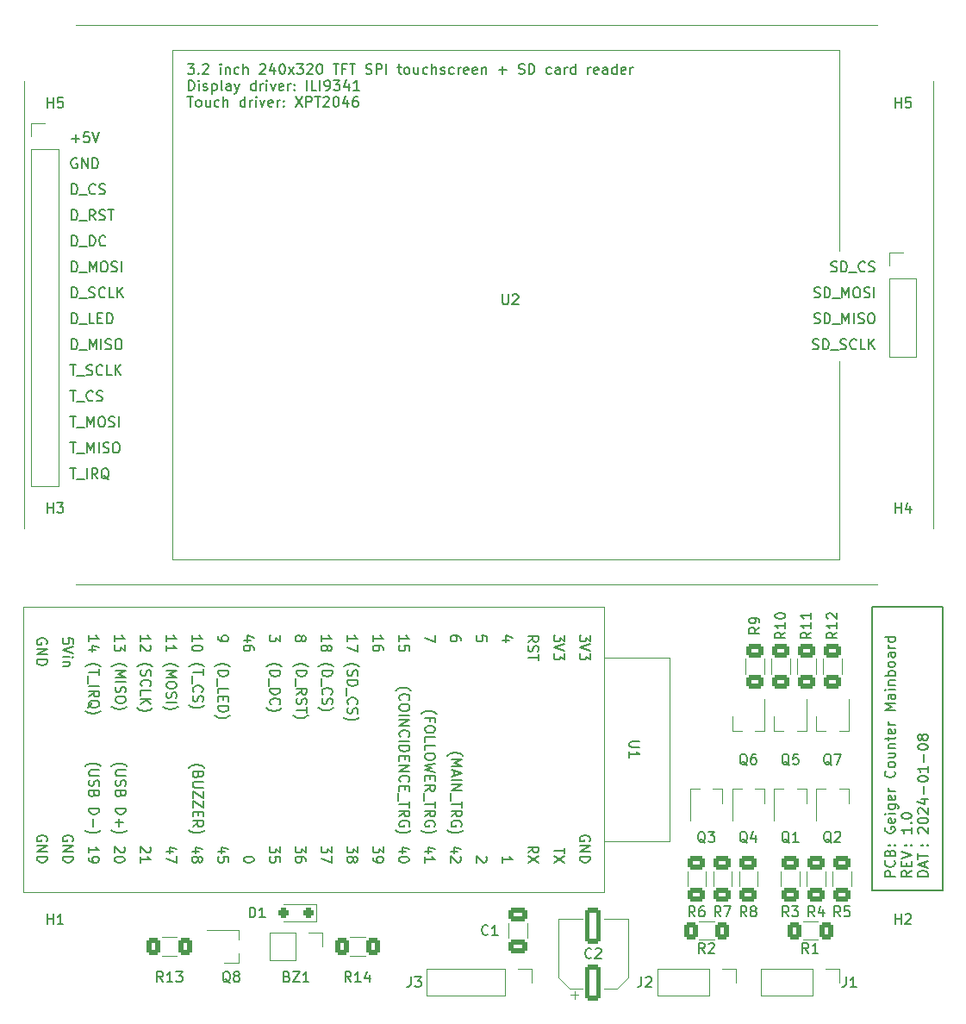
<source format=gbr>
G04 #@! TF.GenerationSoftware,KiCad,Pcbnew,7.0.10-7.0.10~ubuntu22.04.1*
G04 #@! TF.CreationDate,2024-01-08T19:12:50+01:00*
G04 #@! TF.ProjectId,Geiger Counter Mainboard,47656967-6572-4204-936f-756e74657220,1.0*
G04 #@! TF.SameCoordinates,Original*
G04 #@! TF.FileFunction,Legend,Top*
G04 #@! TF.FilePolarity,Positive*
%FSLAX46Y46*%
G04 Gerber Fmt 4.6, Leading zero omitted, Abs format (unit mm)*
G04 Created by KiCad (PCBNEW 7.0.10-7.0.10~ubuntu22.04.1) date 2024-01-08 19:12:50*
%MOMM*%
%LPD*%
G01*
G04 APERTURE LIST*
G04 Aperture macros list*
%AMRoundRect*
0 Rectangle with rounded corners*
0 $1 Rounding radius*
0 $2 $3 $4 $5 $6 $7 $8 $9 X,Y pos of 4 corners*
0 Add a 4 corners polygon primitive as box body*
4,1,4,$2,$3,$4,$5,$6,$7,$8,$9,$2,$3,0*
0 Add four circle primitives for the rounded corners*
1,1,$1+$1,$2,$3*
1,1,$1+$1,$4,$5*
1,1,$1+$1,$6,$7*
1,1,$1+$1,$8,$9*
0 Add four rect primitives between the rounded corners*
20,1,$1+$1,$2,$3,$4,$5,0*
20,1,$1+$1,$4,$5,$6,$7,0*
20,1,$1+$1,$6,$7,$8,$9,0*
20,1,$1+$1,$8,$9,$2,$3,0*%
G04 Aperture macros list end*
%ADD10C,0.150000*%
%ADD11C,0.200000*%
%ADD12C,0.120000*%
%ADD13C,0.100000*%
%ADD14RoundRect,0.250000X0.400000X0.625000X-0.400000X0.625000X-0.400000X-0.625000X0.400000X-0.625000X0*%
%ADD15R,1.700000X1.700000*%
%ADD16O,1.700000X1.700000*%
%ADD17RoundRect,0.250000X0.250000X0.250000X-0.250000X0.250000X-0.250000X-0.250000X0.250000X-0.250000X0*%
%ADD18RoundRect,0.250000X0.625000X-0.400000X0.625000X0.400000X-0.625000X0.400000X-0.625000X-0.400000X0*%
%ADD19RoundRect,0.250000X-0.625000X0.400000X-0.625000X-0.400000X0.625000X-0.400000X0.625000X0.400000X0*%
%ADD20RoundRect,0.250000X0.650000X-0.412500X0.650000X0.412500X-0.650000X0.412500X-0.650000X-0.412500X0*%
%ADD21R,0.800000X1.900000*%
%ADD22RoundRect,0.250000X0.550000X-1.500000X0.550000X1.500000X-0.550000X1.500000X-0.550000X-1.500000X0*%
%ADD23C,1.000000*%
%ADD24C,6.400000*%
%ADD25R,1.900000X0.800000*%
%ADD26RoundRect,0.250000X-0.400000X-0.625000X0.400000X-0.625000X0.400000X0.625000X-0.400000X0.625000X0*%
%ADD27C,1.700000*%
G04 APERTURE END LIST*
D10*
X188200000Y-109000000D02*
X195100000Y-109000000D01*
X195100000Y-136900000D01*
X188200000Y-136900000D01*
X188200000Y-109000000D01*
X113464228Y-114922493D02*
X113511847Y-114874874D01*
X113511847Y-114874874D02*
X113654704Y-114779636D01*
X113654704Y-114779636D02*
X113749942Y-114732017D01*
X113749942Y-114732017D02*
X113892800Y-114684398D01*
X113892800Y-114684398D02*
X114130895Y-114636779D01*
X114130895Y-114636779D02*
X114321371Y-114636779D01*
X114321371Y-114636779D02*
X114559466Y-114684398D01*
X114559466Y-114684398D02*
X114702323Y-114732017D01*
X114702323Y-114732017D02*
X114797561Y-114779636D01*
X114797561Y-114779636D02*
X114940419Y-114874874D01*
X114940419Y-114874874D02*
X114988038Y-114922493D01*
X113845180Y-115303446D02*
X114845180Y-115303446D01*
X114845180Y-115303446D02*
X114130895Y-115636779D01*
X114130895Y-115636779D02*
X114845180Y-115970112D01*
X114845180Y-115970112D02*
X113845180Y-115970112D01*
X113845180Y-116446303D02*
X114845180Y-116446303D01*
X113892800Y-116874874D02*
X113845180Y-117017731D01*
X113845180Y-117017731D02*
X113845180Y-117255826D01*
X113845180Y-117255826D02*
X113892800Y-117351064D01*
X113892800Y-117351064D02*
X113940419Y-117398683D01*
X113940419Y-117398683D02*
X114035657Y-117446302D01*
X114035657Y-117446302D02*
X114130895Y-117446302D01*
X114130895Y-117446302D02*
X114226133Y-117398683D01*
X114226133Y-117398683D02*
X114273752Y-117351064D01*
X114273752Y-117351064D02*
X114321371Y-117255826D01*
X114321371Y-117255826D02*
X114368990Y-117065350D01*
X114368990Y-117065350D02*
X114416609Y-116970112D01*
X114416609Y-116970112D02*
X114464228Y-116922493D01*
X114464228Y-116922493D02*
X114559466Y-116874874D01*
X114559466Y-116874874D02*
X114654704Y-116874874D01*
X114654704Y-116874874D02*
X114749942Y-116922493D01*
X114749942Y-116922493D02*
X114797561Y-116970112D01*
X114797561Y-116970112D02*
X114845180Y-117065350D01*
X114845180Y-117065350D02*
X114845180Y-117303445D01*
X114845180Y-117303445D02*
X114797561Y-117446302D01*
X114845180Y-118065350D02*
X114845180Y-118255826D01*
X114845180Y-118255826D02*
X114797561Y-118351064D01*
X114797561Y-118351064D02*
X114702323Y-118446302D01*
X114702323Y-118446302D02*
X114511847Y-118493921D01*
X114511847Y-118493921D02*
X114178514Y-118493921D01*
X114178514Y-118493921D02*
X113988038Y-118446302D01*
X113988038Y-118446302D02*
X113892800Y-118351064D01*
X113892800Y-118351064D02*
X113845180Y-118255826D01*
X113845180Y-118255826D02*
X113845180Y-118065350D01*
X113845180Y-118065350D02*
X113892800Y-117970112D01*
X113892800Y-117970112D02*
X113988038Y-117874874D01*
X113988038Y-117874874D02*
X114178514Y-117827255D01*
X114178514Y-117827255D02*
X114511847Y-117827255D01*
X114511847Y-117827255D02*
X114702323Y-117874874D01*
X114702323Y-117874874D02*
X114797561Y-117970112D01*
X114797561Y-117970112D02*
X114845180Y-118065350D01*
X113464228Y-118827255D02*
X113511847Y-118874874D01*
X113511847Y-118874874D02*
X113654704Y-118970112D01*
X113654704Y-118970112D02*
X113749942Y-119017731D01*
X113749942Y-119017731D02*
X113892800Y-119065350D01*
X113892800Y-119065350D02*
X114130895Y-119112969D01*
X114130895Y-119112969D02*
X114321371Y-119112969D01*
X114321371Y-119112969D02*
X114559466Y-119065350D01*
X114559466Y-119065350D02*
X114702323Y-119017731D01*
X114702323Y-119017731D02*
X114797561Y-118970112D01*
X114797561Y-118970112D02*
X114940419Y-118874874D01*
X114940419Y-118874874D02*
X114988038Y-118827255D01*
X120941541Y-55699819D02*
X121560588Y-55699819D01*
X121560588Y-55699819D02*
X121227255Y-56080771D01*
X121227255Y-56080771D02*
X121370112Y-56080771D01*
X121370112Y-56080771D02*
X121465350Y-56128390D01*
X121465350Y-56128390D02*
X121512969Y-56176009D01*
X121512969Y-56176009D02*
X121560588Y-56271247D01*
X121560588Y-56271247D02*
X121560588Y-56509342D01*
X121560588Y-56509342D02*
X121512969Y-56604580D01*
X121512969Y-56604580D02*
X121465350Y-56652200D01*
X121465350Y-56652200D02*
X121370112Y-56699819D01*
X121370112Y-56699819D02*
X121084398Y-56699819D01*
X121084398Y-56699819D02*
X120989160Y-56652200D01*
X120989160Y-56652200D02*
X120941541Y-56604580D01*
X121989160Y-56604580D02*
X122036779Y-56652200D01*
X122036779Y-56652200D02*
X121989160Y-56699819D01*
X121989160Y-56699819D02*
X121941541Y-56652200D01*
X121941541Y-56652200D02*
X121989160Y-56604580D01*
X121989160Y-56604580D02*
X121989160Y-56699819D01*
X122417731Y-55795057D02*
X122465350Y-55747438D01*
X122465350Y-55747438D02*
X122560588Y-55699819D01*
X122560588Y-55699819D02*
X122798683Y-55699819D01*
X122798683Y-55699819D02*
X122893921Y-55747438D01*
X122893921Y-55747438D02*
X122941540Y-55795057D01*
X122941540Y-55795057D02*
X122989159Y-55890295D01*
X122989159Y-55890295D02*
X122989159Y-55985533D01*
X122989159Y-55985533D02*
X122941540Y-56128390D01*
X122941540Y-56128390D02*
X122370112Y-56699819D01*
X122370112Y-56699819D02*
X122989159Y-56699819D01*
X124179636Y-56699819D02*
X124179636Y-56033152D01*
X124179636Y-55699819D02*
X124132017Y-55747438D01*
X124132017Y-55747438D02*
X124179636Y-55795057D01*
X124179636Y-55795057D02*
X124227255Y-55747438D01*
X124227255Y-55747438D02*
X124179636Y-55699819D01*
X124179636Y-55699819D02*
X124179636Y-55795057D01*
X124655826Y-56033152D02*
X124655826Y-56699819D01*
X124655826Y-56128390D02*
X124703445Y-56080771D01*
X124703445Y-56080771D02*
X124798683Y-56033152D01*
X124798683Y-56033152D02*
X124941540Y-56033152D01*
X124941540Y-56033152D02*
X125036778Y-56080771D01*
X125036778Y-56080771D02*
X125084397Y-56176009D01*
X125084397Y-56176009D02*
X125084397Y-56699819D01*
X125989159Y-56652200D02*
X125893921Y-56699819D01*
X125893921Y-56699819D02*
X125703445Y-56699819D01*
X125703445Y-56699819D02*
X125608207Y-56652200D01*
X125608207Y-56652200D02*
X125560588Y-56604580D01*
X125560588Y-56604580D02*
X125512969Y-56509342D01*
X125512969Y-56509342D02*
X125512969Y-56223628D01*
X125512969Y-56223628D02*
X125560588Y-56128390D01*
X125560588Y-56128390D02*
X125608207Y-56080771D01*
X125608207Y-56080771D02*
X125703445Y-56033152D01*
X125703445Y-56033152D02*
X125893921Y-56033152D01*
X125893921Y-56033152D02*
X125989159Y-56080771D01*
X126417731Y-56699819D02*
X126417731Y-55699819D01*
X126846302Y-56699819D02*
X126846302Y-56176009D01*
X126846302Y-56176009D02*
X126798683Y-56080771D01*
X126798683Y-56080771D02*
X126703445Y-56033152D01*
X126703445Y-56033152D02*
X126560588Y-56033152D01*
X126560588Y-56033152D02*
X126465350Y-56080771D01*
X126465350Y-56080771D02*
X126417731Y-56128390D01*
X128036779Y-55795057D02*
X128084398Y-55747438D01*
X128084398Y-55747438D02*
X128179636Y-55699819D01*
X128179636Y-55699819D02*
X128417731Y-55699819D01*
X128417731Y-55699819D02*
X128512969Y-55747438D01*
X128512969Y-55747438D02*
X128560588Y-55795057D01*
X128560588Y-55795057D02*
X128608207Y-55890295D01*
X128608207Y-55890295D02*
X128608207Y-55985533D01*
X128608207Y-55985533D02*
X128560588Y-56128390D01*
X128560588Y-56128390D02*
X127989160Y-56699819D01*
X127989160Y-56699819D02*
X128608207Y-56699819D01*
X129465350Y-56033152D02*
X129465350Y-56699819D01*
X129227255Y-55652200D02*
X128989160Y-56366485D01*
X128989160Y-56366485D02*
X129608207Y-56366485D01*
X130179636Y-55699819D02*
X130274874Y-55699819D01*
X130274874Y-55699819D02*
X130370112Y-55747438D01*
X130370112Y-55747438D02*
X130417731Y-55795057D01*
X130417731Y-55795057D02*
X130465350Y-55890295D01*
X130465350Y-55890295D02*
X130512969Y-56080771D01*
X130512969Y-56080771D02*
X130512969Y-56318866D01*
X130512969Y-56318866D02*
X130465350Y-56509342D01*
X130465350Y-56509342D02*
X130417731Y-56604580D01*
X130417731Y-56604580D02*
X130370112Y-56652200D01*
X130370112Y-56652200D02*
X130274874Y-56699819D01*
X130274874Y-56699819D02*
X130179636Y-56699819D01*
X130179636Y-56699819D02*
X130084398Y-56652200D01*
X130084398Y-56652200D02*
X130036779Y-56604580D01*
X130036779Y-56604580D02*
X129989160Y-56509342D01*
X129989160Y-56509342D02*
X129941541Y-56318866D01*
X129941541Y-56318866D02*
X129941541Y-56080771D01*
X129941541Y-56080771D02*
X129989160Y-55890295D01*
X129989160Y-55890295D02*
X130036779Y-55795057D01*
X130036779Y-55795057D02*
X130084398Y-55747438D01*
X130084398Y-55747438D02*
X130179636Y-55699819D01*
X130846303Y-56699819D02*
X131370112Y-56033152D01*
X130846303Y-56033152D02*
X131370112Y-56699819D01*
X131655827Y-55699819D02*
X132274874Y-55699819D01*
X132274874Y-55699819D02*
X131941541Y-56080771D01*
X131941541Y-56080771D02*
X132084398Y-56080771D01*
X132084398Y-56080771D02*
X132179636Y-56128390D01*
X132179636Y-56128390D02*
X132227255Y-56176009D01*
X132227255Y-56176009D02*
X132274874Y-56271247D01*
X132274874Y-56271247D02*
X132274874Y-56509342D01*
X132274874Y-56509342D02*
X132227255Y-56604580D01*
X132227255Y-56604580D02*
X132179636Y-56652200D01*
X132179636Y-56652200D02*
X132084398Y-56699819D01*
X132084398Y-56699819D02*
X131798684Y-56699819D01*
X131798684Y-56699819D02*
X131703446Y-56652200D01*
X131703446Y-56652200D02*
X131655827Y-56604580D01*
X132655827Y-55795057D02*
X132703446Y-55747438D01*
X132703446Y-55747438D02*
X132798684Y-55699819D01*
X132798684Y-55699819D02*
X133036779Y-55699819D01*
X133036779Y-55699819D02*
X133132017Y-55747438D01*
X133132017Y-55747438D02*
X133179636Y-55795057D01*
X133179636Y-55795057D02*
X133227255Y-55890295D01*
X133227255Y-55890295D02*
X133227255Y-55985533D01*
X133227255Y-55985533D02*
X133179636Y-56128390D01*
X133179636Y-56128390D02*
X132608208Y-56699819D01*
X132608208Y-56699819D02*
X133227255Y-56699819D01*
X133846303Y-55699819D02*
X133941541Y-55699819D01*
X133941541Y-55699819D02*
X134036779Y-55747438D01*
X134036779Y-55747438D02*
X134084398Y-55795057D01*
X134084398Y-55795057D02*
X134132017Y-55890295D01*
X134132017Y-55890295D02*
X134179636Y-56080771D01*
X134179636Y-56080771D02*
X134179636Y-56318866D01*
X134179636Y-56318866D02*
X134132017Y-56509342D01*
X134132017Y-56509342D02*
X134084398Y-56604580D01*
X134084398Y-56604580D02*
X134036779Y-56652200D01*
X134036779Y-56652200D02*
X133941541Y-56699819D01*
X133941541Y-56699819D02*
X133846303Y-56699819D01*
X133846303Y-56699819D02*
X133751065Y-56652200D01*
X133751065Y-56652200D02*
X133703446Y-56604580D01*
X133703446Y-56604580D02*
X133655827Y-56509342D01*
X133655827Y-56509342D02*
X133608208Y-56318866D01*
X133608208Y-56318866D02*
X133608208Y-56080771D01*
X133608208Y-56080771D02*
X133655827Y-55890295D01*
X133655827Y-55890295D02*
X133703446Y-55795057D01*
X133703446Y-55795057D02*
X133751065Y-55747438D01*
X133751065Y-55747438D02*
X133846303Y-55699819D01*
X135227256Y-55699819D02*
X135798684Y-55699819D01*
X135512970Y-56699819D02*
X135512970Y-55699819D01*
X136465351Y-56176009D02*
X136132018Y-56176009D01*
X136132018Y-56699819D02*
X136132018Y-55699819D01*
X136132018Y-55699819D02*
X136608208Y-55699819D01*
X136846304Y-55699819D02*
X137417732Y-55699819D01*
X137132018Y-56699819D02*
X137132018Y-55699819D01*
X138465352Y-56652200D02*
X138608209Y-56699819D01*
X138608209Y-56699819D02*
X138846304Y-56699819D01*
X138846304Y-56699819D02*
X138941542Y-56652200D01*
X138941542Y-56652200D02*
X138989161Y-56604580D01*
X138989161Y-56604580D02*
X139036780Y-56509342D01*
X139036780Y-56509342D02*
X139036780Y-56414104D01*
X139036780Y-56414104D02*
X138989161Y-56318866D01*
X138989161Y-56318866D02*
X138941542Y-56271247D01*
X138941542Y-56271247D02*
X138846304Y-56223628D01*
X138846304Y-56223628D02*
X138655828Y-56176009D01*
X138655828Y-56176009D02*
X138560590Y-56128390D01*
X138560590Y-56128390D02*
X138512971Y-56080771D01*
X138512971Y-56080771D02*
X138465352Y-55985533D01*
X138465352Y-55985533D02*
X138465352Y-55890295D01*
X138465352Y-55890295D02*
X138512971Y-55795057D01*
X138512971Y-55795057D02*
X138560590Y-55747438D01*
X138560590Y-55747438D02*
X138655828Y-55699819D01*
X138655828Y-55699819D02*
X138893923Y-55699819D01*
X138893923Y-55699819D02*
X139036780Y-55747438D01*
X139465352Y-56699819D02*
X139465352Y-55699819D01*
X139465352Y-55699819D02*
X139846304Y-55699819D01*
X139846304Y-55699819D02*
X139941542Y-55747438D01*
X139941542Y-55747438D02*
X139989161Y-55795057D01*
X139989161Y-55795057D02*
X140036780Y-55890295D01*
X140036780Y-55890295D02*
X140036780Y-56033152D01*
X140036780Y-56033152D02*
X139989161Y-56128390D01*
X139989161Y-56128390D02*
X139941542Y-56176009D01*
X139941542Y-56176009D02*
X139846304Y-56223628D01*
X139846304Y-56223628D02*
X139465352Y-56223628D01*
X140465352Y-56699819D02*
X140465352Y-55699819D01*
X141560590Y-56033152D02*
X141941542Y-56033152D01*
X141703447Y-55699819D02*
X141703447Y-56556961D01*
X141703447Y-56556961D02*
X141751066Y-56652200D01*
X141751066Y-56652200D02*
X141846304Y-56699819D01*
X141846304Y-56699819D02*
X141941542Y-56699819D01*
X142417733Y-56699819D02*
X142322495Y-56652200D01*
X142322495Y-56652200D02*
X142274876Y-56604580D01*
X142274876Y-56604580D02*
X142227257Y-56509342D01*
X142227257Y-56509342D02*
X142227257Y-56223628D01*
X142227257Y-56223628D02*
X142274876Y-56128390D01*
X142274876Y-56128390D02*
X142322495Y-56080771D01*
X142322495Y-56080771D02*
X142417733Y-56033152D01*
X142417733Y-56033152D02*
X142560590Y-56033152D01*
X142560590Y-56033152D02*
X142655828Y-56080771D01*
X142655828Y-56080771D02*
X142703447Y-56128390D01*
X142703447Y-56128390D02*
X142751066Y-56223628D01*
X142751066Y-56223628D02*
X142751066Y-56509342D01*
X142751066Y-56509342D02*
X142703447Y-56604580D01*
X142703447Y-56604580D02*
X142655828Y-56652200D01*
X142655828Y-56652200D02*
X142560590Y-56699819D01*
X142560590Y-56699819D02*
X142417733Y-56699819D01*
X143608209Y-56033152D02*
X143608209Y-56699819D01*
X143179638Y-56033152D02*
X143179638Y-56556961D01*
X143179638Y-56556961D02*
X143227257Y-56652200D01*
X143227257Y-56652200D02*
X143322495Y-56699819D01*
X143322495Y-56699819D02*
X143465352Y-56699819D01*
X143465352Y-56699819D02*
X143560590Y-56652200D01*
X143560590Y-56652200D02*
X143608209Y-56604580D01*
X144512971Y-56652200D02*
X144417733Y-56699819D01*
X144417733Y-56699819D02*
X144227257Y-56699819D01*
X144227257Y-56699819D02*
X144132019Y-56652200D01*
X144132019Y-56652200D02*
X144084400Y-56604580D01*
X144084400Y-56604580D02*
X144036781Y-56509342D01*
X144036781Y-56509342D02*
X144036781Y-56223628D01*
X144036781Y-56223628D02*
X144084400Y-56128390D01*
X144084400Y-56128390D02*
X144132019Y-56080771D01*
X144132019Y-56080771D02*
X144227257Y-56033152D01*
X144227257Y-56033152D02*
X144417733Y-56033152D01*
X144417733Y-56033152D02*
X144512971Y-56080771D01*
X144941543Y-56699819D02*
X144941543Y-55699819D01*
X145370114Y-56699819D02*
X145370114Y-56176009D01*
X145370114Y-56176009D02*
X145322495Y-56080771D01*
X145322495Y-56080771D02*
X145227257Y-56033152D01*
X145227257Y-56033152D02*
X145084400Y-56033152D01*
X145084400Y-56033152D02*
X144989162Y-56080771D01*
X144989162Y-56080771D02*
X144941543Y-56128390D01*
X145798686Y-56652200D02*
X145893924Y-56699819D01*
X145893924Y-56699819D02*
X146084400Y-56699819D01*
X146084400Y-56699819D02*
X146179638Y-56652200D01*
X146179638Y-56652200D02*
X146227257Y-56556961D01*
X146227257Y-56556961D02*
X146227257Y-56509342D01*
X146227257Y-56509342D02*
X146179638Y-56414104D01*
X146179638Y-56414104D02*
X146084400Y-56366485D01*
X146084400Y-56366485D02*
X145941543Y-56366485D01*
X145941543Y-56366485D02*
X145846305Y-56318866D01*
X145846305Y-56318866D02*
X145798686Y-56223628D01*
X145798686Y-56223628D02*
X145798686Y-56176009D01*
X145798686Y-56176009D02*
X145846305Y-56080771D01*
X145846305Y-56080771D02*
X145941543Y-56033152D01*
X145941543Y-56033152D02*
X146084400Y-56033152D01*
X146084400Y-56033152D02*
X146179638Y-56080771D01*
X147084400Y-56652200D02*
X146989162Y-56699819D01*
X146989162Y-56699819D02*
X146798686Y-56699819D01*
X146798686Y-56699819D02*
X146703448Y-56652200D01*
X146703448Y-56652200D02*
X146655829Y-56604580D01*
X146655829Y-56604580D02*
X146608210Y-56509342D01*
X146608210Y-56509342D02*
X146608210Y-56223628D01*
X146608210Y-56223628D02*
X146655829Y-56128390D01*
X146655829Y-56128390D02*
X146703448Y-56080771D01*
X146703448Y-56080771D02*
X146798686Y-56033152D01*
X146798686Y-56033152D02*
X146989162Y-56033152D01*
X146989162Y-56033152D02*
X147084400Y-56080771D01*
X147512972Y-56699819D02*
X147512972Y-56033152D01*
X147512972Y-56223628D02*
X147560591Y-56128390D01*
X147560591Y-56128390D02*
X147608210Y-56080771D01*
X147608210Y-56080771D02*
X147703448Y-56033152D01*
X147703448Y-56033152D02*
X147798686Y-56033152D01*
X148512972Y-56652200D02*
X148417734Y-56699819D01*
X148417734Y-56699819D02*
X148227258Y-56699819D01*
X148227258Y-56699819D02*
X148132020Y-56652200D01*
X148132020Y-56652200D02*
X148084401Y-56556961D01*
X148084401Y-56556961D02*
X148084401Y-56176009D01*
X148084401Y-56176009D02*
X148132020Y-56080771D01*
X148132020Y-56080771D02*
X148227258Y-56033152D01*
X148227258Y-56033152D02*
X148417734Y-56033152D01*
X148417734Y-56033152D02*
X148512972Y-56080771D01*
X148512972Y-56080771D02*
X148560591Y-56176009D01*
X148560591Y-56176009D02*
X148560591Y-56271247D01*
X148560591Y-56271247D02*
X148084401Y-56366485D01*
X149370115Y-56652200D02*
X149274877Y-56699819D01*
X149274877Y-56699819D02*
X149084401Y-56699819D01*
X149084401Y-56699819D02*
X148989163Y-56652200D01*
X148989163Y-56652200D02*
X148941544Y-56556961D01*
X148941544Y-56556961D02*
X148941544Y-56176009D01*
X148941544Y-56176009D02*
X148989163Y-56080771D01*
X148989163Y-56080771D02*
X149084401Y-56033152D01*
X149084401Y-56033152D02*
X149274877Y-56033152D01*
X149274877Y-56033152D02*
X149370115Y-56080771D01*
X149370115Y-56080771D02*
X149417734Y-56176009D01*
X149417734Y-56176009D02*
X149417734Y-56271247D01*
X149417734Y-56271247D02*
X148941544Y-56366485D01*
X149846306Y-56033152D02*
X149846306Y-56699819D01*
X149846306Y-56128390D02*
X149893925Y-56080771D01*
X149893925Y-56080771D02*
X149989163Y-56033152D01*
X149989163Y-56033152D02*
X150132020Y-56033152D01*
X150132020Y-56033152D02*
X150227258Y-56080771D01*
X150227258Y-56080771D02*
X150274877Y-56176009D01*
X150274877Y-56176009D02*
X150274877Y-56699819D01*
X151512973Y-56318866D02*
X152274878Y-56318866D01*
X151893925Y-56699819D02*
X151893925Y-55937914D01*
X153465354Y-56652200D02*
X153608211Y-56699819D01*
X153608211Y-56699819D02*
X153846306Y-56699819D01*
X153846306Y-56699819D02*
X153941544Y-56652200D01*
X153941544Y-56652200D02*
X153989163Y-56604580D01*
X153989163Y-56604580D02*
X154036782Y-56509342D01*
X154036782Y-56509342D02*
X154036782Y-56414104D01*
X154036782Y-56414104D02*
X153989163Y-56318866D01*
X153989163Y-56318866D02*
X153941544Y-56271247D01*
X153941544Y-56271247D02*
X153846306Y-56223628D01*
X153846306Y-56223628D02*
X153655830Y-56176009D01*
X153655830Y-56176009D02*
X153560592Y-56128390D01*
X153560592Y-56128390D02*
X153512973Y-56080771D01*
X153512973Y-56080771D02*
X153465354Y-55985533D01*
X153465354Y-55985533D02*
X153465354Y-55890295D01*
X153465354Y-55890295D02*
X153512973Y-55795057D01*
X153512973Y-55795057D02*
X153560592Y-55747438D01*
X153560592Y-55747438D02*
X153655830Y-55699819D01*
X153655830Y-55699819D02*
X153893925Y-55699819D01*
X153893925Y-55699819D02*
X154036782Y-55747438D01*
X154465354Y-56699819D02*
X154465354Y-55699819D01*
X154465354Y-55699819D02*
X154703449Y-55699819D01*
X154703449Y-55699819D02*
X154846306Y-55747438D01*
X154846306Y-55747438D02*
X154941544Y-55842676D01*
X154941544Y-55842676D02*
X154989163Y-55937914D01*
X154989163Y-55937914D02*
X155036782Y-56128390D01*
X155036782Y-56128390D02*
X155036782Y-56271247D01*
X155036782Y-56271247D02*
X154989163Y-56461723D01*
X154989163Y-56461723D02*
X154941544Y-56556961D01*
X154941544Y-56556961D02*
X154846306Y-56652200D01*
X154846306Y-56652200D02*
X154703449Y-56699819D01*
X154703449Y-56699819D02*
X154465354Y-56699819D01*
X156655830Y-56652200D02*
X156560592Y-56699819D01*
X156560592Y-56699819D02*
X156370116Y-56699819D01*
X156370116Y-56699819D02*
X156274878Y-56652200D01*
X156274878Y-56652200D02*
X156227259Y-56604580D01*
X156227259Y-56604580D02*
X156179640Y-56509342D01*
X156179640Y-56509342D02*
X156179640Y-56223628D01*
X156179640Y-56223628D02*
X156227259Y-56128390D01*
X156227259Y-56128390D02*
X156274878Y-56080771D01*
X156274878Y-56080771D02*
X156370116Y-56033152D01*
X156370116Y-56033152D02*
X156560592Y-56033152D01*
X156560592Y-56033152D02*
X156655830Y-56080771D01*
X157512973Y-56699819D02*
X157512973Y-56176009D01*
X157512973Y-56176009D02*
X157465354Y-56080771D01*
X157465354Y-56080771D02*
X157370116Y-56033152D01*
X157370116Y-56033152D02*
X157179640Y-56033152D01*
X157179640Y-56033152D02*
X157084402Y-56080771D01*
X157512973Y-56652200D02*
X157417735Y-56699819D01*
X157417735Y-56699819D02*
X157179640Y-56699819D01*
X157179640Y-56699819D02*
X157084402Y-56652200D01*
X157084402Y-56652200D02*
X157036783Y-56556961D01*
X157036783Y-56556961D02*
X157036783Y-56461723D01*
X157036783Y-56461723D02*
X157084402Y-56366485D01*
X157084402Y-56366485D02*
X157179640Y-56318866D01*
X157179640Y-56318866D02*
X157417735Y-56318866D01*
X157417735Y-56318866D02*
X157512973Y-56271247D01*
X157989164Y-56699819D02*
X157989164Y-56033152D01*
X157989164Y-56223628D02*
X158036783Y-56128390D01*
X158036783Y-56128390D02*
X158084402Y-56080771D01*
X158084402Y-56080771D02*
X158179640Y-56033152D01*
X158179640Y-56033152D02*
X158274878Y-56033152D01*
X159036783Y-56699819D02*
X159036783Y-55699819D01*
X159036783Y-56652200D02*
X158941545Y-56699819D01*
X158941545Y-56699819D02*
X158751069Y-56699819D01*
X158751069Y-56699819D02*
X158655831Y-56652200D01*
X158655831Y-56652200D02*
X158608212Y-56604580D01*
X158608212Y-56604580D02*
X158560593Y-56509342D01*
X158560593Y-56509342D02*
X158560593Y-56223628D01*
X158560593Y-56223628D02*
X158608212Y-56128390D01*
X158608212Y-56128390D02*
X158655831Y-56080771D01*
X158655831Y-56080771D02*
X158751069Y-56033152D01*
X158751069Y-56033152D02*
X158941545Y-56033152D01*
X158941545Y-56033152D02*
X159036783Y-56080771D01*
X160274879Y-56699819D02*
X160274879Y-56033152D01*
X160274879Y-56223628D02*
X160322498Y-56128390D01*
X160322498Y-56128390D02*
X160370117Y-56080771D01*
X160370117Y-56080771D02*
X160465355Y-56033152D01*
X160465355Y-56033152D02*
X160560593Y-56033152D01*
X161274879Y-56652200D02*
X161179641Y-56699819D01*
X161179641Y-56699819D02*
X160989165Y-56699819D01*
X160989165Y-56699819D02*
X160893927Y-56652200D01*
X160893927Y-56652200D02*
X160846308Y-56556961D01*
X160846308Y-56556961D02*
X160846308Y-56176009D01*
X160846308Y-56176009D02*
X160893927Y-56080771D01*
X160893927Y-56080771D02*
X160989165Y-56033152D01*
X160989165Y-56033152D02*
X161179641Y-56033152D01*
X161179641Y-56033152D02*
X161274879Y-56080771D01*
X161274879Y-56080771D02*
X161322498Y-56176009D01*
X161322498Y-56176009D02*
X161322498Y-56271247D01*
X161322498Y-56271247D02*
X160846308Y-56366485D01*
X162179641Y-56699819D02*
X162179641Y-56176009D01*
X162179641Y-56176009D02*
X162132022Y-56080771D01*
X162132022Y-56080771D02*
X162036784Y-56033152D01*
X162036784Y-56033152D02*
X161846308Y-56033152D01*
X161846308Y-56033152D02*
X161751070Y-56080771D01*
X162179641Y-56652200D02*
X162084403Y-56699819D01*
X162084403Y-56699819D02*
X161846308Y-56699819D01*
X161846308Y-56699819D02*
X161751070Y-56652200D01*
X161751070Y-56652200D02*
X161703451Y-56556961D01*
X161703451Y-56556961D02*
X161703451Y-56461723D01*
X161703451Y-56461723D02*
X161751070Y-56366485D01*
X161751070Y-56366485D02*
X161846308Y-56318866D01*
X161846308Y-56318866D02*
X162084403Y-56318866D01*
X162084403Y-56318866D02*
X162179641Y-56271247D01*
X163084403Y-56699819D02*
X163084403Y-55699819D01*
X163084403Y-56652200D02*
X162989165Y-56699819D01*
X162989165Y-56699819D02*
X162798689Y-56699819D01*
X162798689Y-56699819D02*
X162703451Y-56652200D01*
X162703451Y-56652200D02*
X162655832Y-56604580D01*
X162655832Y-56604580D02*
X162608213Y-56509342D01*
X162608213Y-56509342D02*
X162608213Y-56223628D01*
X162608213Y-56223628D02*
X162655832Y-56128390D01*
X162655832Y-56128390D02*
X162703451Y-56080771D01*
X162703451Y-56080771D02*
X162798689Y-56033152D01*
X162798689Y-56033152D02*
X162989165Y-56033152D01*
X162989165Y-56033152D02*
X163084403Y-56080771D01*
X163941546Y-56652200D02*
X163846308Y-56699819D01*
X163846308Y-56699819D02*
X163655832Y-56699819D01*
X163655832Y-56699819D02*
X163560594Y-56652200D01*
X163560594Y-56652200D02*
X163512975Y-56556961D01*
X163512975Y-56556961D02*
X163512975Y-56176009D01*
X163512975Y-56176009D02*
X163560594Y-56080771D01*
X163560594Y-56080771D02*
X163655832Y-56033152D01*
X163655832Y-56033152D02*
X163846308Y-56033152D01*
X163846308Y-56033152D02*
X163941546Y-56080771D01*
X163941546Y-56080771D02*
X163989165Y-56176009D01*
X163989165Y-56176009D02*
X163989165Y-56271247D01*
X163989165Y-56271247D02*
X163512975Y-56366485D01*
X164417737Y-56699819D02*
X164417737Y-56033152D01*
X164417737Y-56223628D02*
X164465356Y-56128390D01*
X164465356Y-56128390D02*
X164512975Y-56080771D01*
X164512975Y-56080771D02*
X164608213Y-56033152D01*
X164608213Y-56033152D02*
X164703451Y-56033152D01*
X121036779Y-58309819D02*
X121036779Y-57309819D01*
X121036779Y-57309819D02*
X121274874Y-57309819D01*
X121274874Y-57309819D02*
X121417731Y-57357438D01*
X121417731Y-57357438D02*
X121512969Y-57452676D01*
X121512969Y-57452676D02*
X121560588Y-57547914D01*
X121560588Y-57547914D02*
X121608207Y-57738390D01*
X121608207Y-57738390D02*
X121608207Y-57881247D01*
X121608207Y-57881247D02*
X121560588Y-58071723D01*
X121560588Y-58071723D02*
X121512969Y-58166961D01*
X121512969Y-58166961D02*
X121417731Y-58262200D01*
X121417731Y-58262200D02*
X121274874Y-58309819D01*
X121274874Y-58309819D02*
X121036779Y-58309819D01*
X122036779Y-58309819D02*
X122036779Y-57643152D01*
X122036779Y-57309819D02*
X121989160Y-57357438D01*
X121989160Y-57357438D02*
X122036779Y-57405057D01*
X122036779Y-57405057D02*
X122084398Y-57357438D01*
X122084398Y-57357438D02*
X122036779Y-57309819D01*
X122036779Y-57309819D02*
X122036779Y-57405057D01*
X122465350Y-58262200D02*
X122560588Y-58309819D01*
X122560588Y-58309819D02*
X122751064Y-58309819D01*
X122751064Y-58309819D02*
X122846302Y-58262200D01*
X122846302Y-58262200D02*
X122893921Y-58166961D01*
X122893921Y-58166961D02*
X122893921Y-58119342D01*
X122893921Y-58119342D02*
X122846302Y-58024104D01*
X122846302Y-58024104D02*
X122751064Y-57976485D01*
X122751064Y-57976485D02*
X122608207Y-57976485D01*
X122608207Y-57976485D02*
X122512969Y-57928866D01*
X122512969Y-57928866D02*
X122465350Y-57833628D01*
X122465350Y-57833628D02*
X122465350Y-57786009D01*
X122465350Y-57786009D02*
X122512969Y-57690771D01*
X122512969Y-57690771D02*
X122608207Y-57643152D01*
X122608207Y-57643152D02*
X122751064Y-57643152D01*
X122751064Y-57643152D02*
X122846302Y-57690771D01*
X123322493Y-57643152D02*
X123322493Y-58643152D01*
X123322493Y-57690771D02*
X123417731Y-57643152D01*
X123417731Y-57643152D02*
X123608207Y-57643152D01*
X123608207Y-57643152D02*
X123703445Y-57690771D01*
X123703445Y-57690771D02*
X123751064Y-57738390D01*
X123751064Y-57738390D02*
X123798683Y-57833628D01*
X123798683Y-57833628D02*
X123798683Y-58119342D01*
X123798683Y-58119342D02*
X123751064Y-58214580D01*
X123751064Y-58214580D02*
X123703445Y-58262200D01*
X123703445Y-58262200D02*
X123608207Y-58309819D01*
X123608207Y-58309819D02*
X123417731Y-58309819D01*
X123417731Y-58309819D02*
X123322493Y-58262200D01*
X124370112Y-58309819D02*
X124274874Y-58262200D01*
X124274874Y-58262200D02*
X124227255Y-58166961D01*
X124227255Y-58166961D02*
X124227255Y-57309819D01*
X125179636Y-58309819D02*
X125179636Y-57786009D01*
X125179636Y-57786009D02*
X125132017Y-57690771D01*
X125132017Y-57690771D02*
X125036779Y-57643152D01*
X125036779Y-57643152D02*
X124846303Y-57643152D01*
X124846303Y-57643152D02*
X124751065Y-57690771D01*
X125179636Y-58262200D02*
X125084398Y-58309819D01*
X125084398Y-58309819D02*
X124846303Y-58309819D01*
X124846303Y-58309819D02*
X124751065Y-58262200D01*
X124751065Y-58262200D02*
X124703446Y-58166961D01*
X124703446Y-58166961D02*
X124703446Y-58071723D01*
X124703446Y-58071723D02*
X124751065Y-57976485D01*
X124751065Y-57976485D02*
X124846303Y-57928866D01*
X124846303Y-57928866D02*
X125084398Y-57928866D01*
X125084398Y-57928866D02*
X125179636Y-57881247D01*
X125560589Y-57643152D02*
X125798684Y-58309819D01*
X126036779Y-57643152D02*
X125798684Y-58309819D01*
X125798684Y-58309819D02*
X125703446Y-58547914D01*
X125703446Y-58547914D02*
X125655827Y-58595533D01*
X125655827Y-58595533D02*
X125560589Y-58643152D01*
X127608208Y-58309819D02*
X127608208Y-57309819D01*
X127608208Y-58262200D02*
X127512970Y-58309819D01*
X127512970Y-58309819D02*
X127322494Y-58309819D01*
X127322494Y-58309819D02*
X127227256Y-58262200D01*
X127227256Y-58262200D02*
X127179637Y-58214580D01*
X127179637Y-58214580D02*
X127132018Y-58119342D01*
X127132018Y-58119342D02*
X127132018Y-57833628D01*
X127132018Y-57833628D02*
X127179637Y-57738390D01*
X127179637Y-57738390D02*
X127227256Y-57690771D01*
X127227256Y-57690771D02*
X127322494Y-57643152D01*
X127322494Y-57643152D02*
X127512970Y-57643152D01*
X127512970Y-57643152D02*
X127608208Y-57690771D01*
X128084399Y-58309819D02*
X128084399Y-57643152D01*
X128084399Y-57833628D02*
X128132018Y-57738390D01*
X128132018Y-57738390D02*
X128179637Y-57690771D01*
X128179637Y-57690771D02*
X128274875Y-57643152D01*
X128274875Y-57643152D02*
X128370113Y-57643152D01*
X128703447Y-58309819D02*
X128703447Y-57643152D01*
X128703447Y-57309819D02*
X128655828Y-57357438D01*
X128655828Y-57357438D02*
X128703447Y-57405057D01*
X128703447Y-57405057D02*
X128751066Y-57357438D01*
X128751066Y-57357438D02*
X128703447Y-57309819D01*
X128703447Y-57309819D02*
X128703447Y-57405057D01*
X129084399Y-57643152D02*
X129322494Y-58309819D01*
X129322494Y-58309819D02*
X129560589Y-57643152D01*
X130322494Y-58262200D02*
X130227256Y-58309819D01*
X130227256Y-58309819D02*
X130036780Y-58309819D01*
X130036780Y-58309819D02*
X129941542Y-58262200D01*
X129941542Y-58262200D02*
X129893923Y-58166961D01*
X129893923Y-58166961D02*
X129893923Y-57786009D01*
X129893923Y-57786009D02*
X129941542Y-57690771D01*
X129941542Y-57690771D02*
X130036780Y-57643152D01*
X130036780Y-57643152D02*
X130227256Y-57643152D01*
X130227256Y-57643152D02*
X130322494Y-57690771D01*
X130322494Y-57690771D02*
X130370113Y-57786009D01*
X130370113Y-57786009D02*
X130370113Y-57881247D01*
X130370113Y-57881247D02*
X129893923Y-57976485D01*
X130798685Y-58309819D02*
X130798685Y-57643152D01*
X130798685Y-57833628D02*
X130846304Y-57738390D01*
X130846304Y-57738390D02*
X130893923Y-57690771D01*
X130893923Y-57690771D02*
X130989161Y-57643152D01*
X130989161Y-57643152D02*
X131084399Y-57643152D01*
X131417733Y-58214580D02*
X131465352Y-58262200D01*
X131465352Y-58262200D02*
X131417733Y-58309819D01*
X131417733Y-58309819D02*
X131370114Y-58262200D01*
X131370114Y-58262200D02*
X131417733Y-58214580D01*
X131417733Y-58214580D02*
X131417733Y-58309819D01*
X131417733Y-57690771D02*
X131465352Y-57738390D01*
X131465352Y-57738390D02*
X131417733Y-57786009D01*
X131417733Y-57786009D02*
X131370114Y-57738390D01*
X131370114Y-57738390D02*
X131417733Y-57690771D01*
X131417733Y-57690771D02*
X131417733Y-57786009D01*
X132655828Y-58309819D02*
X132655828Y-57309819D01*
X133608208Y-58309819D02*
X133132018Y-58309819D01*
X133132018Y-58309819D02*
X133132018Y-57309819D01*
X133941542Y-58309819D02*
X133941542Y-57309819D01*
X134465351Y-58309819D02*
X134655827Y-58309819D01*
X134655827Y-58309819D02*
X134751065Y-58262200D01*
X134751065Y-58262200D02*
X134798684Y-58214580D01*
X134798684Y-58214580D02*
X134893922Y-58071723D01*
X134893922Y-58071723D02*
X134941541Y-57881247D01*
X134941541Y-57881247D02*
X134941541Y-57500295D01*
X134941541Y-57500295D02*
X134893922Y-57405057D01*
X134893922Y-57405057D02*
X134846303Y-57357438D01*
X134846303Y-57357438D02*
X134751065Y-57309819D01*
X134751065Y-57309819D02*
X134560589Y-57309819D01*
X134560589Y-57309819D02*
X134465351Y-57357438D01*
X134465351Y-57357438D02*
X134417732Y-57405057D01*
X134417732Y-57405057D02*
X134370113Y-57500295D01*
X134370113Y-57500295D02*
X134370113Y-57738390D01*
X134370113Y-57738390D02*
X134417732Y-57833628D01*
X134417732Y-57833628D02*
X134465351Y-57881247D01*
X134465351Y-57881247D02*
X134560589Y-57928866D01*
X134560589Y-57928866D02*
X134751065Y-57928866D01*
X134751065Y-57928866D02*
X134846303Y-57881247D01*
X134846303Y-57881247D02*
X134893922Y-57833628D01*
X134893922Y-57833628D02*
X134941541Y-57738390D01*
X135274875Y-57309819D02*
X135893922Y-57309819D01*
X135893922Y-57309819D02*
X135560589Y-57690771D01*
X135560589Y-57690771D02*
X135703446Y-57690771D01*
X135703446Y-57690771D02*
X135798684Y-57738390D01*
X135798684Y-57738390D02*
X135846303Y-57786009D01*
X135846303Y-57786009D02*
X135893922Y-57881247D01*
X135893922Y-57881247D02*
X135893922Y-58119342D01*
X135893922Y-58119342D02*
X135846303Y-58214580D01*
X135846303Y-58214580D02*
X135798684Y-58262200D01*
X135798684Y-58262200D02*
X135703446Y-58309819D01*
X135703446Y-58309819D02*
X135417732Y-58309819D01*
X135417732Y-58309819D02*
X135322494Y-58262200D01*
X135322494Y-58262200D02*
X135274875Y-58214580D01*
X136751065Y-57643152D02*
X136751065Y-58309819D01*
X136512970Y-57262200D02*
X136274875Y-57976485D01*
X136274875Y-57976485D02*
X136893922Y-57976485D01*
X137798684Y-58309819D02*
X137227256Y-58309819D01*
X137512970Y-58309819D02*
X137512970Y-57309819D01*
X137512970Y-57309819D02*
X137417732Y-57452676D01*
X137417732Y-57452676D02*
X137322494Y-57547914D01*
X137322494Y-57547914D02*
X137227256Y-57595533D01*
X120893922Y-58919819D02*
X121465350Y-58919819D01*
X121179636Y-59919819D02*
X121179636Y-58919819D01*
X121941541Y-59919819D02*
X121846303Y-59872200D01*
X121846303Y-59872200D02*
X121798684Y-59824580D01*
X121798684Y-59824580D02*
X121751065Y-59729342D01*
X121751065Y-59729342D02*
X121751065Y-59443628D01*
X121751065Y-59443628D02*
X121798684Y-59348390D01*
X121798684Y-59348390D02*
X121846303Y-59300771D01*
X121846303Y-59300771D02*
X121941541Y-59253152D01*
X121941541Y-59253152D02*
X122084398Y-59253152D01*
X122084398Y-59253152D02*
X122179636Y-59300771D01*
X122179636Y-59300771D02*
X122227255Y-59348390D01*
X122227255Y-59348390D02*
X122274874Y-59443628D01*
X122274874Y-59443628D02*
X122274874Y-59729342D01*
X122274874Y-59729342D02*
X122227255Y-59824580D01*
X122227255Y-59824580D02*
X122179636Y-59872200D01*
X122179636Y-59872200D02*
X122084398Y-59919819D01*
X122084398Y-59919819D02*
X121941541Y-59919819D01*
X123132017Y-59253152D02*
X123132017Y-59919819D01*
X122703446Y-59253152D02*
X122703446Y-59776961D01*
X122703446Y-59776961D02*
X122751065Y-59872200D01*
X122751065Y-59872200D02*
X122846303Y-59919819D01*
X122846303Y-59919819D02*
X122989160Y-59919819D01*
X122989160Y-59919819D02*
X123084398Y-59872200D01*
X123084398Y-59872200D02*
X123132017Y-59824580D01*
X124036779Y-59872200D02*
X123941541Y-59919819D01*
X123941541Y-59919819D02*
X123751065Y-59919819D01*
X123751065Y-59919819D02*
X123655827Y-59872200D01*
X123655827Y-59872200D02*
X123608208Y-59824580D01*
X123608208Y-59824580D02*
X123560589Y-59729342D01*
X123560589Y-59729342D02*
X123560589Y-59443628D01*
X123560589Y-59443628D02*
X123608208Y-59348390D01*
X123608208Y-59348390D02*
X123655827Y-59300771D01*
X123655827Y-59300771D02*
X123751065Y-59253152D01*
X123751065Y-59253152D02*
X123941541Y-59253152D01*
X123941541Y-59253152D02*
X124036779Y-59300771D01*
X124465351Y-59919819D02*
X124465351Y-58919819D01*
X124893922Y-59919819D02*
X124893922Y-59396009D01*
X124893922Y-59396009D02*
X124846303Y-59300771D01*
X124846303Y-59300771D02*
X124751065Y-59253152D01*
X124751065Y-59253152D02*
X124608208Y-59253152D01*
X124608208Y-59253152D02*
X124512970Y-59300771D01*
X124512970Y-59300771D02*
X124465351Y-59348390D01*
X126560589Y-59919819D02*
X126560589Y-58919819D01*
X126560589Y-59872200D02*
X126465351Y-59919819D01*
X126465351Y-59919819D02*
X126274875Y-59919819D01*
X126274875Y-59919819D02*
X126179637Y-59872200D01*
X126179637Y-59872200D02*
X126132018Y-59824580D01*
X126132018Y-59824580D02*
X126084399Y-59729342D01*
X126084399Y-59729342D02*
X126084399Y-59443628D01*
X126084399Y-59443628D02*
X126132018Y-59348390D01*
X126132018Y-59348390D02*
X126179637Y-59300771D01*
X126179637Y-59300771D02*
X126274875Y-59253152D01*
X126274875Y-59253152D02*
X126465351Y-59253152D01*
X126465351Y-59253152D02*
X126560589Y-59300771D01*
X127036780Y-59919819D02*
X127036780Y-59253152D01*
X127036780Y-59443628D02*
X127084399Y-59348390D01*
X127084399Y-59348390D02*
X127132018Y-59300771D01*
X127132018Y-59300771D02*
X127227256Y-59253152D01*
X127227256Y-59253152D02*
X127322494Y-59253152D01*
X127655828Y-59919819D02*
X127655828Y-59253152D01*
X127655828Y-58919819D02*
X127608209Y-58967438D01*
X127608209Y-58967438D02*
X127655828Y-59015057D01*
X127655828Y-59015057D02*
X127703447Y-58967438D01*
X127703447Y-58967438D02*
X127655828Y-58919819D01*
X127655828Y-58919819D02*
X127655828Y-59015057D01*
X128036780Y-59253152D02*
X128274875Y-59919819D01*
X128274875Y-59919819D02*
X128512970Y-59253152D01*
X129274875Y-59872200D02*
X129179637Y-59919819D01*
X129179637Y-59919819D02*
X128989161Y-59919819D01*
X128989161Y-59919819D02*
X128893923Y-59872200D01*
X128893923Y-59872200D02*
X128846304Y-59776961D01*
X128846304Y-59776961D02*
X128846304Y-59396009D01*
X128846304Y-59396009D02*
X128893923Y-59300771D01*
X128893923Y-59300771D02*
X128989161Y-59253152D01*
X128989161Y-59253152D02*
X129179637Y-59253152D01*
X129179637Y-59253152D02*
X129274875Y-59300771D01*
X129274875Y-59300771D02*
X129322494Y-59396009D01*
X129322494Y-59396009D02*
X129322494Y-59491247D01*
X129322494Y-59491247D02*
X128846304Y-59586485D01*
X129751066Y-59919819D02*
X129751066Y-59253152D01*
X129751066Y-59443628D02*
X129798685Y-59348390D01*
X129798685Y-59348390D02*
X129846304Y-59300771D01*
X129846304Y-59300771D02*
X129941542Y-59253152D01*
X129941542Y-59253152D02*
X130036780Y-59253152D01*
X130370114Y-59824580D02*
X130417733Y-59872200D01*
X130417733Y-59872200D02*
X130370114Y-59919819D01*
X130370114Y-59919819D02*
X130322495Y-59872200D01*
X130322495Y-59872200D02*
X130370114Y-59824580D01*
X130370114Y-59824580D02*
X130370114Y-59919819D01*
X130370114Y-59300771D02*
X130417733Y-59348390D01*
X130417733Y-59348390D02*
X130370114Y-59396009D01*
X130370114Y-59396009D02*
X130322495Y-59348390D01*
X130322495Y-59348390D02*
X130370114Y-59300771D01*
X130370114Y-59300771D02*
X130370114Y-59396009D01*
X131512971Y-58919819D02*
X132179637Y-59919819D01*
X132179637Y-58919819D02*
X131512971Y-59919819D01*
X132560590Y-59919819D02*
X132560590Y-58919819D01*
X132560590Y-58919819D02*
X132941542Y-58919819D01*
X132941542Y-58919819D02*
X133036780Y-58967438D01*
X133036780Y-58967438D02*
X133084399Y-59015057D01*
X133084399Y-59015057D02*
X133132018Y-59110295D01*
X133132018Y-59110295D02*
X133132018Y-59253152D01*
X133132018Y-59253152D02*
X133084399Y-59348390D01*
X133084399Y-59348390D02*
X133036780Y-59396009D01*
X133036780Y-59396009D02*
X132941542Y-59443628D01*
X132941542Y-59443628D02*
X132560590Y-59443628D01*
X133417733Y-58919819D02*
X133989161Y-58919819D01*
X133703447Y-59919819D02*
X133703447Y-58919819D01*
X134274876Y-59015057D02*
X134322495Y-58967438D01*
X134322495Y-58967438D02*
X134417733Y-58919819D01*
X134417733Y-58919819D02*
X134655828Y-58919819D01*
X134655828Y-58919819D02*
X134751066Y-58967438D01*
X134751066Y-58967438D02*
X134798685Y-59015057D01*
X134798685Y-59015057D02*
X134846304Y-59110295D01*
X134846304Y-59110295D02*
X134846304Y-59205533D01*
X134846304Y-59205533D02*
X134798685Y-59348390D01*
X134798685Y-59348390D02*
X134227257Y-59919819D01*
X134227257Y-59919819D02*
X134846304Y-59919819D01*
X135465352Y-58919819D02*
X135560590Y-58919819D01*
X135560590Y-58919819D02*
X135655828Y-58967438D01*
X135655828Y-58967438D02*
X135703447Y-59015057D01*
X135703447Y-59015057D02*
X135751066Y-59110295D01*
X135751066Y-59110295D02*
X135798685Y-59300771D01*
X135798685Y-59300771D02*
X135798685Y-59538866D01*
X135798685Y-59538866D02*
X135751066Y-59729342D01*
X135751066Y-59729342D02*
X135703447Y-59824580D01*
X135703447Y-59824580D02*
X135655828Y-59872200D01*
X135655828Y-59872200D02*
X135560590Y-59919819D01*
X135560590Y-59919819D02*
X135465352Y-59919819D01*
X135465352Y-59919819D02*
X135370114Y-59872200D01*
X135370114Y-59872200D02*
X135322495Y-59824580D01*
X135322495Y-59824580D02*
X135274876Y-59729342D01*
X135274876Y-59729342D02*
X135227257Y-59538866D01*
X135227257Y-59538866D02*
X135227257Y-59300771D01*
X135227257Y-59300771D02*
X135274876Y-59110295D01*
X135274876Y-59110295D02*
X135322495Y-59015057D01*
X135322495Y-59015057D02*
X135370114Y-58967438D01*
X135370114Y-58967438D02*
X135465352Y-58919819D01*
X136655828Y-59253152D02*
X136655828Y-59919819D01*
X136417733Y-58872200D02*
X136179638Y-59586485D01*
X136179638Y-59586485D02*
X136798685Y-59586485D01*
X137608209Y-58919819D02*
X137417733Y-58919819D01*
X137417733Y-58919819D02*
X137322495Y-58967438D01*
X137322495Y-58967438D02*
X137274876Y-59015057D01*
X137274876Y-59015057D02*
X137179638Y-59157914D01*
X137179638Y-59157914D02*
X137132019Y-59348390D01*
X137132019Y-59348390D02*
X137132019Y-59729342D01*
X137132019Y-59729342D02*
X137179638Y-59824580D01*
X137179638Y-59824580D02*
X137227257Y-59872200D01*
X137227257Y-59872200D02*
X137322495Y-59919819D01*
X137322495Y-59919819D02*
X137512971Y-59919819D01*
X137512971Y-59919819D02*
X137608209Y-59872200D01*
X137608209Y-59872200D02*
X137655828Y-59824580D01*
X137655828Y-59824580D02*
X137703447Y-59729342D01*
X137703447Y-59729342D02*
X137703447Y-59491247D01*
X137703447Y-59491247D02*
X137655828Y-59396009D01*
X137655828Y-59396009D02*
X137608209Y-59348390D01*
X137608209Y-59348390D02*
X137512971Y-59300771D01*
X137512971Y-59300771D02*
X137322495Y-59300771D01*
X137322495Y-59300771D02*
X137227257Y-59348390D01*
X137227257Y-59348390D02*
X137179638Y-59396009D01*
X137179638Y-59396009D02*
X137132019Y-59491247D01*
X110864228Y-124691791D02*
X110911847Y-124644172D01*
X110911847Y-124644172D02*
X111054704Y-124548934D01*
X111054704Y-124548934D02*
X111149942Y-124501315D01*
X111149942Y-124501315D02*
X111292800Y-124453696D01*
X111292800Y-124453696D02*
X111530895Y-124406077D01*
X111530895Y-124406077D02*
X111721371Y-124406077D01*
X111721371Y-124406077D02*
X111959466Y-124453696D01*
X111959466Y-124453696D02*
X112102323Y-124501315D01*
X112102323Y-124501315D02*
X112197561Y-124548934D01*
X112197561Y-124548934D02*
X112340419Y-124644172D01*
X112340419Y-124644172D02*
X112388038Y-124691791D01*
X112245180Y-125072744D02*
X111435657Y-125072744D01*
X111435657Y-125072744D02*
X111340419Y-125120363D01*
X111340419Y-125120363D02*
X111292800Y-125167982D01*
X111292800Y-125167982D02*
X111245180Y-125263220D01*
X111245180Y-125263220D02*
X111245180Y-125453696D01*
X111245180Y-125453696D02*
X111292800Y-125548934D01*
X111292800Y-125548934D02*
X111340419Y-125596553D01*
X111340419Y-125596553D02*
X111435657Y-125644172D01*
X111435657Y-125644172D02*
X112245180Y-125644172D01*
X111292800Y-126072744D02*
X111245180Y-126215601D01*
X111245180Y-126215601D02*
X111245180Y-126453696D01*
X111245180Y-126453696D02*
X111292800Y-126548934D01*
X111292800Y-126548934D02*
X111340419Y-126596553D01*
X111340419Y-126596553D02*
X111435657Y-126644172D01*
X111435657Y-126644172D02*
X111530895Y-126644172D01*
X111530895Y-126644172D02*
X111626133Y-126596553D01*
X111626133Y-126596553D02*
X111673752Y-126548934D01*
X111673752Y-126548934D02*
X111721371Y-126453696D01*
X111721371Y-126453696D02*
X111768990Y-126263220D01*
X111768990Y-126263220D02*
X111816609Y-126167982D01*
X111816609Y-126167982D02*
X111864228Y-126120363D01*
X111864228Y-126120363D02*
X111959466Y-126072744D01*
X111959466Y-126072744D02*
X112054704Y-126072744D01*
X112054704Y-126072744D02*
X112149942Y-126120363D01*
X112149942Y-126120363D02*
X112197561Y-126167982D01*
X112197561Y-126167982D02*
X112245180Y-126263220D01*
X112245180Y-126263220D02*
X112245180Y-126501315D01*
X112245180Y-126501315D02*
X112197561Y-126644172D01*
X111768990Y-127406077D02*
X111721371Y-127548934D01*
X111721371Y-127548934D02*
X111673752Y-127596553D01*
X111673752Y-127596553D02*
X111578514Y-127644172D01*
X111578514Y-127644172D02*
X111435657Y-127644172D01*
X111435657Y-127644172D02*
X111340419Y-127596553D01*
X111340419Y-127596553D02*
X111292800Y-127548934D01*
X111292800Y-127548934D02*
X111245180Y-127453696D01*
X111245180Y-127453696D02*
X111245180Y-127072744D01*
X111245180Y-127072744D02*
X112245180Y-127072744D01*
X112245180Y-127072744D02*
X112245180Y-127406077D01*
X112245180Y-127406077D02*
X112197561Y-127501315D01*
X112197561Y-127501315D02*
X112149942Y-127548934D01*
X112149942Y-127548934D02*
X112054704Y-127596553D01*
X112054704Y-127596553D02*
X111959466Y-127596553D01*
X111959466Y-127596553D02*
X111864228Y-127548934D01*
X111864228Y-127548934D02*
X111816609Y-127501315D01*
X111816609Y-127501315D02*
X111768990Y-127406077D01*
X111768990Y-127406077D02*
X111768990Y-127072744D01*
X111245180Y-128834649D02*
X112245180Y-128834649D01*
X112245180Y-128834649D02*
X112245180Y-129072744D01*
X112245180Y-129072744D02*
X112197561Y-129215601D01*
X112197561Y-129215601D02*
X112102323Y-129310839D01*
X112102323Y-129310839D02*
X112007085Y-129358458D01*
X112007085Y-129358458D02*
X111816609Y-129406077D01*
X111816609Y-129406077D02*
X111673752Y-129406077D01*
X111673752Y-129406077D02*
X111483276Y-129358458D01*
X111483276Y-129358458D02*
X111388038Y-129310839D01*
X111388038Y-129310839D02*
X111292800Y-129215601D01*
X111292800Y-129215601D02*
X111245180Y-129072744D01*
X111245180Y-129072744D02*
X111245180Y-128834649D01*
X111626133Y-129834649D02*
X111626133Y-130596554D01*
X110864228Y-130977506D02*
X110911847Y-131025125D01*
X110911847Y-131025125D02*
X111054704Y-131120363D01*
X111054704Y-131120363D02*
X111149942Y-131167982D01*
X111149942Y-131167982D02*
X111292800Y-131215601D01*
X111292800Y-131215601D02*
X111530895Y-131263220D01*
X111530895Y-131263220D02*
X111721371Y-131263220D01*
X111721371Y-131263220D02*
X111959466Y-131215601D01*
X111959466Y-131215601D02*
X112102323Y-131167982D01*
X112102323Y-131167982D02*
X112197561Y-131120363D01*
X112197561Y-131120363D02*
X112340419Y-131025125D01*
X112340419Y-131025125D02*
X112388038Y-130977506D01*
X131264228Y-114922493D02*
X131311847Y-114874874D01*
X131311847Y-114874874D02*
X131454704Y-114779636D01*
X131454704Y-114779636D02*
X131549942Y-114732017D01*
X131549942Y-114732017D02*
X131692800Y-114684398D01*
X131692800Y-114684398D02*
X131930895Y-114636779D01*
X131930895Y-114636779D02*
X132121371Y-114636779D01*
X132121371Y-114636779D02*
X132359466Y-114684398D01*
X132359466Y-114684398D02*
X132502323Y-114732017D01*
X132502323Y-114732017D02*
X132597561Y-114779636D01*
X132597561Y-114779636D02*
X132740419Y-114874874D01*
X132740419Y-114874874D02*
X132788038Y-114922493D01*
X131645180Y-115303446D02*
X132645180Y-115303446D01*
X132645180Y-115303446D02*
X132645180Y-115541541D01*
X132645180Y-115541541D02*
X132597561Y-115684398D01*
X132597561Y-115684398D02*
X132502323Y-115779636D01*
X132502323Y-115779636D02*
X132407085Y-115827255D01*
X132407085Y-115827255D02*
X132216609Y-115874874D01*
X132216609Y-115874874D02*
X132073752Y-115874874D01*
X132073752Y-115874874D02*
X131883276Y-115827255D01*
X131883276Y-115827255D02*
X131788038Y-115779636D01*
X131788038Y-115779636D02*
X131692800Y-115684398D01*
X131692800Y-115684398D02*
X131645180Y-115541541D01*
X131645180Y-115541541D02*
X131645180Y-115303446D01*
X131549942Y-116065351D02*
X131549942Y-116827255D01*
X131645180Y-117636779D02*
X132121371Y-117303446D01*
X131645180Y-117065351D02*
X132645180Y-117065351D01*
X132645180Y-117065351D02*
X132645180Y-117446303D01*
X132645180Y-117446303D02*
X132597561Y-117541541D01*
X132597561Y-117541541D02*
X132549942Y-117589160D01*
X132549942Y-117589160D02*
X132454704Y-117636779D01*
X132454704Y-117636779D02*
X132311847Y-117636779D01*
X132311847Y-117636779D02*
X132216609Y-117589160D01*
X132216609Y-117589160D02*
X132168990Y-117541541D01*
X132168990Y-117541541D02*
X132121371Y-117446303D01*
X132121371Y-117446303D02*
X132121371Y-117065351D01*
X131692800Y-118017732D02*
X131645180Y-118160589D01*
X131645180Y-118160589D02*
X131645180Y-118398684D01*
X131645180Y-118398684D02*
X131692800Y-118493922D01*
X131692800Y-118493922D02*
X131740419Y-118541541D01*
X131740419Y-118541541D02*
X131835657Y-118589160D01*
X131835657Y-118589160D02*
X131930895Y-118589160D01*
X131930895Y-118589160D02*
X132026133Y-118541541D01*
X132026133Y-118541541D02*
X132073752Y-118493922D01*
X132073752Y-118493922D02*
X132121371Y-118398684D01*
X132121371Y-118398684D02*
X132168990Y-118208208D01*
X132168990Y-118208208D02*
X132216609Y-118112970D01*
X132216609Y-118112970D02*
X132264228Y-118065351D01*
X132264228Y-118065351D02*
X132359466Y-118017732D01*
X132359466Y-118017732D02*
X132454704Y-118017732D01*
X132454704Y-118017732D02*
X132549942Y-118065351D01*
X132549942Y-118065351D02*
X132597561Y-118112970D01*
X132597561Y-118112970D02*
X132645180Y-118208208D01*
X132645180Y-118208208D02*
X132645180Y-118446303D01*
X132645180Y-118446303D02*
X132597561Y-118589160D01*
X132645180Y-118874875D02*
X132645180Y-119446303D01*
X131645180Y-119160589D02*
X132645180Y-119160589D01*
X131264228Y-119684399D02*
X131311847Y-119732018D01*
X131311847Y-119732018D02*
X131454704Y-119827256D01*
X131454704Y-119827256D02*
X131549942Y-119874875D01*
X131549942Y-119874875D02*
X131692800Y-119922494D01*
X131692800Y-119922494D02*
X131930895Y-119970113D01*
X131930895Y-119970113D02*
X132121371Y-119970113D01*
X132121371Y-119970113D02*
X132359466Y-119922494D01*
X132359466Y-119922494D02*
X132502323Y-119874875D01*
X132502323Y-119874875D02*
X132597561Y-119827256D01*
X132597561Y-119827256D02*
X132740419Y-119732018D01*
X132740419Y-119732018D02*
X132788038Y-119684399D01*
X123564228Y-114922493D02*
X123611847Y-114874874D01*
X123611847Y-114874874D02*
X123754704Y-114779636D01*
X123754704Y-114779636D02*
X123849942Y-114732017D01*
X123849942Y-114732017D02*
X123992800Y-114684398D01*
X123992800Y-114684398D02*
X124230895Y-114636779D01*
X124230895Y-114636779D02*
X124421371Y-114636779D01*
X124421371Y-114636779D02*
X124659466Y-114684398D01*
X124659466Y-114684398D02*
X124802323Y-114732017D01*
X124802323Y-114732017D02*
X124897561Y-114779636D01*
X124897561Y-114779636D02*
X125040419Y-114874874D01*
X125040419Y-114874874D02*
X125088038Y-114922493D01*
X123945180Y-115303446D02*
X124945180Y-115303446D01*
X124945180Y-115303446D02*
X124945180Y-115541541D01*
X124945180Y-115541541D02*
X124897561Y-115684398D01*
X124897561Y-115684398D02*
X124802323Y-115779636D01*
X124802323Y-115779636D02*
X124707085Y-115827255D01*
X124707085Y-115827255D02*
X124516609Y-115874874D01*
X124516609Y-115874874D02*
X124373752Y-115874874D01*
X124373752Y-115874874D02*
X124183276Y-115827255D01*
X124183276Y-115827255D02*
X124088038Y-115779636D01*
X124088038Y-115779636D02*
X123992800Y-115684398D01*
X123992800Y-115684398D02*
X123945180Y-115541541D01*
X123945180Y-115541541D02*
X123945180Y-115303446D01*
X123849942Y-116065351D02*
X123849942Y-116827255D01*
X123945180Y-117541541D02*
X123945180Y-117065351D01*
X123945180Y-117065351D02*
X124945180Y-117065351D01*
X124468990Y-117874875D02*
X124468990Y-118208208D01*
X123945180Y-118351065D02*
X123945180Y-117874875D01*
X123945180Y-117874875D02*
X124945180Y-117874875D01*
X124945180Y-117874875D02*
X124945180Y-118351065D01*
X123945180Y-118779637D02*
X124945180Y-118779637D01*
X124945180Y-118779637D02*
X124945180Y-119017732D01*
X124945180Y-119017732D02*
X124897561Y-119160589D01*
X124897561Y-119160589D02*
X124802323Y-119255827D01*
X124802323Y-119255827D02*
X124707085Y-119303446D01*
X124707085Y-119303446D02*
X124516609Y-119351065D01*
X124516609Y-119351065D02*
X124373752Y-119351065D01*
X124373752Y-119351065D02*
X124183276Y-119303446D01*
X124183276Y-119303446D02*
X124088038Y-119255827D01*
X124088038Y-119255827D02*
X123992800Y-119160589D01*
X123992800Y-119160589D02*
X123945180Y-119017732D01*
X123945180Y-119017732D02*
X123945180Y-118779637D01*
X123564228Y-119684399D02*
X123611847Y-119732018D01*
X123611847Y-119732018D02*
X123754704Y-119827256D01*
X123754704Y-119827256D02*
X123849942Y-119874875D01*
X123849942Y-119874875D02*
X123992800Y-119922494D01*
X123992800Y-119922494D02*
X124230895Y-119970113D01*
X124230895Y-119970113D02*
X124421371Y-119970113D01*
X124421371Y-119970113D02*
X124659466Y-119922494D01*
X124659466Y-119922494D02*
X124802323Y-119874875D01*
X124802323Y-119874875D02*
X124897561Y-119827256D01*
X124897561Y-119827256D02*
X125040419Y-119732018D01*
X125040419Y-119732018D02*
X125088038Y-119684399D01*
X118464228Y-114922493D02*
X118511847Y-114874874D01*
X118511847Y-114874874D02*
X118654704Y-114779636D01*
X118654704Y-114779636D02*
X118749942Y-114732017D01*
X118749942Y-114732017D02*
X118892800Y-114684398D01*
X118892800Y-114684398D02*
X119130895Y-114636779D01*
X119130895Y-114636779D02*
X119321371Y-114636779D01*
X119321371Y-114636779D02*
X119559466Y-114684398D01*
X119559466Y-114684398D02*
X119702323Y-114732017D01*
X119702323Y-114732017D02*
X119797561Y-114779636D01*
X119797561Y-114779636D02*
X119940419Y-114874874D01*
X119940419Y-114874874D02*
X119988038Y-114922493D01*
X118845180Y-115303446D02*
X119845180Y-115303446D01*
X119845180Y-115303446D02*
X119130895Y-115636779D01*
X119130895Y-115636779D02*
X119845180Y-115970112D01*
X119845180Y-115970112D02*
X118845180Y-115970112D01*
X119845180Y-116636779D02*
X119845180Y-116827255D01*
X119845180Y-116827255D02*
X119797561Y-116922493D01*
X119797561Y-116922493D02*
X119702323Y-117017731D01*
X119702323Y-117017731D02*
X119511847Y-117065350D01*
X119511847Y-117065350D02*
X119178514Y-117065350D01*
X119178514Y-117065350D02*
X118988038Y-117017731D01*
X118988038Y-117017731D02*
X118892800Y-116922493D01*
X118892800Y-116922493D02*
X118845180Y-116827255D01*
X118845180Y-116827255D02*
X118845180Y-116636779D01*
X118845180Y-116636779D02*
X118892800Y-116541541D01*
X118892800Y-116541541D02*
X118988038Y-116446303D01*
X118988038Y-116446303D02*
X119178514Y-116398684D01*
X119178514Y-116398684D02*
X119511847Y-116398684D01*
X119511847Y-116398684D02*
X119702323Y-116446303D01*
X119702323Y-116446303D02*
X119797561Y-116541541D01*
X119797561Y-116541541D02*
X119845180Y-116636779D01*
X118892800Y-117446303D02*
X118845180Y-117589160D01*
X118845180Y-117589160D02*
X118845180Y-117827255D01*
X118845180Y-117827255D02*
X118892800Y-117922493D01*
X118892800Y-117922493D02*
X118940419Y-117970112D01*
X118940419Y-117970112D02*
X119035657Y-118017731D01*
X119035657Y-118017731D02*
X119130895Y-118017731D01*
X119130895Y-118017731D02*
X119226133Y-117970112D01*
X119226133Y-117970112D02*
X119273752Y-117922493D01*
X119273752Y-117922493D02*
X119321371Y-117827255D01*
X119321371Y-117827255D02*
X119368990Y-117636779D01*
X119368990Y-117636779D02*
X119416609Y-117541541D01*
X119416609Y-117541541D02*
X119464228Y-117493922D01*
X119464228Y-117493922D02*
X119559466Y-117446303D01*
X119559466Y-117446303D02*
X119654704Y-117446303D01*
X119654704Y-117446303D02*
X119749942Y-117493922D01*
X119749942Y-117493922D02*
X119797561Y-117541541D01*
X119797561Y-117541541D02*
X119845180Y-117636779D01*
X119845180Y-117636779D02*
X119845180Y-117874874D01*
X119845180Y-117874874D02*
X119797561Y-118017731D01*
X118845180Y-118446303D02*
X119845180Y-118446303D01*
X118464228Y-118827255D02*
X118511847Y-118874874D01*
X118511847Y-118874874D02*
X118654704Y-118970112D01*
X118654704Y-118970112D02*
X118749942Y-119017731D01*
X118749942Y-119017731D02*
X118892800Y-119065350D01*
X118892800Y-119065350D02*
X119130895Y-119112969D01*
X119130895Y-119112969D02*
X119321371Y-119112969D01*
X119321371Y-119112969D02*
X119559466Y-119065350D01*
X119559466Y-119065350D02*
X119702323Y-119017731D01*
X119702323Y-119017731D02*
X119797561Y-118970112D01*
X119797561Y-118970112D02*
X119940419Y-118874874D01*
X119940419Y-118874874D02*
X119988038Y-118827255D01*
X141364228Y-117263220D02*
X141411847Y-117215601D01*
X141411847Y-117215601D02*
X141554704Y-117120363D01*
X141554704Y-117120363D02*
X141649942Y-117072744D01*
X141649942Y-117072744D02*
X141792800Y-117025125D01*
X141792800Y-117025125D02*
X142030895Y-116977506D01*
X142030895Y-116977506D02*
X142221371Y-116977506D01*
X142221371Y-116977506D02*
X142459466Y-117025125D01*
X142459466Y-117025125D02*
X142602323Y-117072744D01*
X142602323Y-117072744D02*
X142697561Y-117120363D01*
X142697561Y-117120363D02*
X142840419Y-117215601D01*
X142840419Y-117215601D02*
X142888038Y-117263220D01*
X141840419Y-118215601D02*
X141792800Y-118167982D01*
X141792800Y-118167982D02*
X141745180Y-118025125D01*
X141745180Y-118025125D02*
X141745180Y-117929887D01*
X141745180Y-117929887D02*
X141792800Y-117787030D01*
X141792800Y-117787030D02*
X141888038Y-117691792D01*
X141888038Y-117691792D02*
X141983276Y-117644173D01*
X141983276Y-117644173D02*
X142173752Y-117596554D01*
X142173752Y-117596554D02*
X142316609Y-117596554D01*
X142316609Y-117596554D02*
X142507085Y-117644173D01*
X142507085Y-117644173D02*
X142602323Y-117691792D01*
X142602323Y-117691792D02*
X142697561Y-117787030D01*
X142697561Y-117787030D02*
X142745180Y-117929887D01*
X142745180Y-117929887D02*
X142745180Y-118025125D01*
X142745180Y-118025125D02*
X142697561Y-118167982D01*
X142697561Y-118167982D02*
X142649942Y-118215601D01*
X142745180Y-118834649D02*
X142745180Y-119025125D01*
X142745180Y-119025125D02*
X142697561Y-119120363D01*
X142697561Y-119120363D02*
X142602323Y-119215601D01*
X142602323Y-119215601D02*
X142411847Y-119263220D01*
X142411847Y-119263220D02*
X142078514Y-119263220D01*
X142078514Y-119263220D02*
X141888038Y-119215601D01*
X141888038Y-119215601D02*
X141792800Y-119120363D01*
X141792800Y-119120363D02*
X141745180Y-119025125D01*
X141745180Y-119025125D02*
X141745180Y-118834649D01*
X141745180Y-118834649D02*
X141792800Y-118739411D01*
X141792800Y-118739411D02*
X141888038Y-118644173D01*
X141888038Y-118644173D02*
X142078514Y-118596554D01*
X142078514Y-118596554D02*
X142411847Y-118596554D01*
X142411847Y-118596554D02*
X142602323Y-118644173D01*
X142602323Y-118644173D02*
X142697561Y-118739411D01*
X142697561Y-118739411D02*
X142745180Y-118834649D01*
X141745180Y-119691792D02*
X142745180Y-119691792D01*
X141745180Y-120167982D02*
X142745180Y-120167982D01*
X142745180Y-120167982D02*
X141745180Y-120739410D01*
X141745180Y-120739410D02*
X142745180Y-120739410D01*
X141840419Y-121787029D02*
X141792800Y-121739410D01*
X141792800Y-121739410D02*
X141745180Y-121596553D01*
X141745180Y-121596553D02*
X141745180Y-121501315D01*
X141745180Y-121501315D02*
X141792800Y-121358458D01*
X141792800Y-121358458D02*
X141888038Y-121263220D01*
X141888038Y-121263220D02*
X141983276Y-121215601D01*
X141983276Y-121215601D02*
X142173752Y-121167982D01*
X142173752Y-121167982D02*
X142316609Y-121167982D01*
X142316609Y-121167982D02*
X142507085Y-121215601D01*
X142507085Y-121215601D02*
X142602323Y-121263220D01*
X142602323Y-121263220D02*
X142697561Y-121358458D01*
X142697561Y-121358458D02*
X142745180Y-121501315D01*
X142745180Y-121501315D02*
X142745180Y-121596553D01*
X142745180Y-121596553D02*
X142697561Y-121739410D01*
X142697561Y-121739410D02*
X142649942Y-121787029D01*
X141745180Y-122215601D02*
X142745180Y-122215601D01*
X141745180Y-122691791D02*
X142745180Y-122691791D01*
X142745180Y-122691791D02*
X142745180Y-122929886D01*
X142745180Y-122929886D02*
X142697561Y-123072743D01*
X142697561Y-123072743D02*
X142602323Y-123167981D01*
X142602323Y-123167981D02*
X142507085Y-123215600D01*
X142507085Y-123215600D02*
X142316609Y-123263219D01*
X142316609Y-123263219D02*
X142173752Y-123263219D01*
X142173752Y-123263219D02*
X141983276Y-123215600D01*
X141983276Y-123215600D02*
X141888038Y-123167981D01*
X141888038Y-123167981D02*
X141792800Y-123072743D01*
X141792800Y-123072743D02*
X141745180Y-122929886D01*
X141745180Y-122929886D02*
X141745180Y-122691791D01*
X142268990Y-123691791D02*
X142268990Y-124025124D01*
X141745180Y-124167981D02*
X141745180Y-123691791D01*
X141745180Y-123691791D02*
X142745180Y-123691791D01*
X142745180Y-123691791D02*
X142745180Y-124167981D01*
X141745180Y-124596553D02*
X142745180Y-124596553D01*
X142745180Y-124596553D02*
X141745180Y-125167981D01*
X141745180Y-125167981D02*
X142745180Y-125167981D01*
X141840419Y-126215600D02*
X141792800Y-126167981D01*
X141792800Y-126167981D02*
X141745180Y-126025124D01*
X141745180Y-126025124D02*
X141745180Y-125929886D01*
X141745180Y-125929886D02*
X141792800Y-125787029D01*
X141792800Y-125787029D02*
X141888038Y-125691791D01*
X141888038Y-125691791D02*
X141983276Y-125644172D01*
X141983276Y-125644172D02*
X142173752Y-125596553D01*
X142173752Y-125596553D02*
X142316609Y-125596553D01*
X142316609Y-125596553D02*
X142507085Y-125644172D01*
X142507085Y-125644172D02*
X142602323Y-125691791D01*
X142602323Y-125691791D02*
X142697561Y-125787029D01*
X142697561Y-125787029D02*
X142745180Y-125929886D01*
X142745180Y-125929886D02*
X142745180Y-126025124D01*
X142745180Y-126025124D02*
X142697561Y-126167981D01*
X142697561Y-126167981D02*
X142649942Y-126215600D01*
X142268990Y-126644172D02*
X142268990Y-126977505D01*
X141745180Y-127120362D02*
X141745180Y-126644172D01*
X141745180Y-126644172D02*
X142745180Y-126644172D01*
X142745180Y-126644172D02*
X142745180Y-127120362D01*
X141649942Y-127310839D02*
X141649942Y-128072743D01*
X142745180Y-128167982D02*
X142745180Y-128739410D01*
X141745180Y-128453696D02*
X142745180Y-128453696D01*
X141745180Y-129644172D02*
X142221371Y-129310839D01*
X141745180Y-129072744D02*
X142745180Y-129072744D01*
X142745180Y-129072744D02*
X142745180Y-129453696D01*
X142745180Y-129453696D02*
X142697561Y-129548934D01*
X142697561Y-129548934D02*
X142649942Y-129596553D01*
X142649942Y-129596553D02*
X142554704Y-129644172D01*
X142554704Y-129644172D02*
X142411847Y-129644172D01*
X142411847Y-129644172D02*
X142316609Y-129596553D01*
X142316609Y-129596553D02*
X142268990Y-129548934D01*
X142268990Y-129548934D02*
X142221371Y-129453696D01*
X142221371Y-129453696D02*
X142221371Y-129072744D01*
X142697561Y-130596553D02*
X142745180Y-130501315D01*
X142745180Y-130501315D02*
X142745180Y-130358458D01*
X142745180Y-130358458D02*
X142697561Y-130215601D01*
X142697561Y-130215601D02*
X142602323Y-130120363D01*
X142602323Y-130120363D02*
X142507085Y-130072744D01*
X142507085Y-130072744D02*
X142316609Y-130025125D01*
X142316609Y-130025125D02*
X142173752Y-130025125D01*
X142173752Y-130025125D02*
X141983276Y-130072744D01*
X141983276Y-130072744D02*
X141888038Y-130120363D01*
X141888038Y-130120363D02*
X141792800Y-130215601D01*
X141792800Y-130215601D02*
X141745180Y-130358458D01*
X141745180Y-130358458D02*
X141745180Y-130453696D01*
X141745180Y-130453696D02*
X141792800Y-130596553D01*
X141792800Y-130596553D02*
X141840419Y-130644172D01*
X141840419Y-130644172D02*
X142173752Y-130644172D01*
X142173752Y-130644172D02*
X142173752Y-130453696D01*
X141364228Y-130977506D02*
X141411847Y-131025125D01*
X141411847Y-131025125D02*
X141554704Y-131120363D01*
X141554704Y-131120363D02*
X141649942Y-131167982D01*
X141649942Y-131167982D02*
X141792800Y-131215601D01*
X141792800Y-131215601D02*
X142030895Y-131263220D01*
X142030895Y-131263220D02*
X142221371Y-131263220D01*
X142221371Y-131263220D02*
X142459466Y-131215601D01*
X142459466Y-131215601D02*
X142602323Y-131167982D01*
X142602323Y-131167982D02*
X142697561Y-131120363D01*
X142697561Y-131120363D02*
X142840419Y-131025125D01*
X142840419Y-131025125D02*
X142888038Y-130977506D01*
X121064228Y-124834648D02*
X121111847Y-124787029D01*
X121111847Y-124787029D02*
X121254704Y-124691791D01*
X121254704Y-124691791D02*
X121349942Y-124644172D01*
X121349942Y-124644172D02*
X121492800Y-124596553D01*
X121492800Y-124596553D02*
X121730895Y-124548934D01*
X121730895Y-124548934D02*
X121921371Y-124548934D01*
X121921371Y-124548934D02*
X122159466Y-124596553D01*
X122159466Y-124596553D02*
X122302323Y-124644172D01*
X122302323Y-124644172D02*
X122397561Y-124691791D01*
X122397561Y-124691791D02*
X122540419Y-124787029D01*
X122540419Y-124787029D02*
X122588038Y-124834648D01*
X121968990Y-125548934D02*
X121921371Y-125691791D01*
X121921371Y-125691791D02*
X121873752Y-125739410D01*
X121873752Y-125739410D02*
X121778514Y-125787029D01*
X121778514Y-125787029D02*
X121635657Y-125787029D01*
X121635657Y-125787029D02*
X121540419Y-125739410D01*
X121540419Y-125739410D02*
X121492800Y-125691791D01*
X121492800Y-125691791D02*
X121445180Y-125596553D01*
X121445180Y-125596553D02*
X121445180Y-125215601D01*
X121445180Y-125215601D02*
X122445180Y-125215601D01*
X122445180Y-125215601D02*
X122445180Y-125548934D01*
X122445180Y-125548934D02*
X122397561Y-125644172D01*
X122397561Y-125644172D02*
X122349942Y-125691791D01*
X122349942Y-125691791D02*
X122254704Y-125739410D01*
X122254704Y-125739410D02*
X122159466Y-125739410D01*
X122159466Y-125739410D02*
X122064228Y-125691791D01*
X122064228Y-125691791D02*
X122016609Y-125644172D01*
X122016609Y-125644172D02*
X121968990Y-125548934D01*
X121968990Y-125548934D02*
X121968990Y-125215601D01*
X122445180Y-126215601D02*
X121635657Y-126215601D01*
X121635657Y-126215601D02*
X121540419Y-126263220D01*
X121540419Y-126263220D02*
X121492800Y-126310839D01*
X121492800Y-126310839D02*
X121445180Y-126406077D01*
X121445180Y-126406077D02*
X121445180Y-126596553D01*
X121445180Y-126596553D02*
X121492800Y-126691791D01*
X121492800Y-126691791D02*
X121540419Y-126739410D01*
X121540419Y-126739410D02*
X121635657Y-126787029D01*
X121635657Y-126787029D02*
X122445180Y-126787029D01*
X122445180Y-127167982D02*
X122445180Y-127834648D01*
X122445180Y-127834648D02*
X121445180Y-127167982D01*
X121445180Y-127167982D02*
X121445180Y-127834648D01*
X122445180Y-128120363D02*
X122445180Y-128787029D01*
X122445180Y-128787029D02*
X121445180Y-128120363D01*
X121445180Y-128120363D02*
X121445180Y-128787029D01*
X121968990Y-129167982D02*
X121968990Y-129501315D01*
X121445180Y-129644172D02*
X121445180Y-129167982D01*
X121445180Y-129167982D02*
X122445180Y-129167982D01*
X122445180Y-129167982D02*
X122445180Y-129644172D01*
X121445180Y-130644172D02*
X121921371Y-130310839D01*
X121445180Y-130072744D02*
X122445180Y-130072744D01*
X122445180Y-130072744D02*
X122445180Y-130453696D01*
X122445180Y-130453696D02*
X122397561Y-130548934D01*
X122397561Y-130548934D02*
X122349942Y-130596553D01*
X122349942Y-130596553D02*
X122254704Y-130644172D01*
X122254704Y-130644172D02*
X122111847Y-130644172D01*
X122111847Y-130644172D02*
X122016609Y-130596553D01*
X122016609Y-130596553D02*
X121968990Y-130548934D01*
X121968990Y-130548934D02*
X121921371Y-130453696D01*
X121921371Y-130453696D02*
X121921371Y-130072744D01*
X121064228Y-130977506D02*
X121111847Y-131025125D01*
X121111847Y-131025125D02*
X121254704Y-131120363D01*
X121254704Y-131120363D02*
X121349942Y-131167982D01*
X121349942Y-131167982D02*
X121492800Y-131215601D01*
X121492800Y-131215601D02*
X121730895Y-131263220D01*
X121730895Y-131263220D02*
X121921371Y-131263220D01*
X121921371Y-131263220D02*
X122159466Y-131215601D01*
X122159466Y-131215601D02*
X122302323Y-131167982D01*
X122302323Y-131167982D02*
X122397561Y-131120363D01*
X122397561Y-131120363D02*
X122540419Y-131025125D01*
X122540419Y-131025125D02*
X122588038Y-130977506D01*
X133764228Y-114922493D02*
X133811847Y-114874874D01*
X133811847Y-114874874D02*
X133954704Y-114779636D01*
X133954704Y-114779636D02*
X134049942Y-114732017D01*
X134049942Y-114732017D02*
X134192800Y-114684398D01*
X134192800Y-114684398D02*
X134430895Y-114636779D01*
X134430895Y-114636779D02*
X134621371Y-114636779D01*
X134621371Y-114636779D02*
X134859466Y-114684398D01*
X134859466Y-114684398D02*
X135002323Y-114732017D01*
X135002323Y-114732017D02*
X135097561Y-114779636D01*
X135097561Y-114779636D02*
X135240419Y-114874874D01*
X135240419Y-114874874D02*
X135288038Y-114922493D01*
X134145180Y-115303446D02*
X135145180Y-115303446D01*
X135145180Y-115303446D02*
X135145180Y-115541541D01*
X135145180Y-115541541D02*
X135097561Y-115684398D01*
X135097561Y-115684398D02*
X135002323Y-115779636D01*
X135002323Y-115779636D02*
X134907085Y-115827255D01*
X134907085Y-115827255D02*
X134716609Y-115874874D01*
X134716609Y-115874874D02*
X134573752Y-115874874D01*
X134573752Y-115874874D02*
X134383276Y-115827255D01*
X134383276Y-115827255D02*
X134288038Y-115779636D01*
X134288038Y-115779636D02*
X134192800Y-115684398D01*
X134192800Y-115684398D02*
X134145180Y-115541541D01*
X134145180Y-115541541D02*
X134145180Y-115303446D01*
X134049942Y-116065351D02*
X134049942Y-116827255D01*
X134240419Y-117636779D02*
X134192800Y-117589160D01*
X134192800Y-117589160D02*
X134145180Y-117446303D01*
X134145180Y-117446303D02*
X134145180Y-117351065D01*
X134145180Y-117351065D02*
X134192800Y-117208208D01*
X134192800Y-117208208D02*
X134288038Y-117112970D01*
X134288038Y-117112970D02*
X134383276Y-117065351D01*
X134383276Y-117065351D02*
X134573752Y-117017732D01*
X134573752Y-117017732D02*
X134716609Y-117017732D01*
X134716609Y-117017732D02*
X134907085Y-117065351D01*
X134907085Y-117065351D02*
X135002323Y-117112970D01*
X135002323Y-117112970D02*
X135097561Y-117208208D01*
X135097561Y-117208208D02*
X135145180Y-117351065D01*
X135145180Y-117351065D02*
X135145180Y-117446303D01*
X135145180Y-117446303D02*
X135097561Y-117589160D01*
X135097561Y-117589160D02*
X135049942Y-117636779D01*
X134192800Y-118017732D02*
X134145180Y-118160589D01*
X134145180Y-118160589D02*
X134145180Y-118398684D01*
X134145180Y-118398684D02*
X134192800Y-118493922D01*
X134192800Y-118493922D02*
X134240419Y-118541541D01*
X134240419Y-118541541D02*
X134335657Y-118589160D01*
X134335657Y-118589160D02*
X134430895Y-118589160D01*
X134430895Y-118589160D02*
X134526133Y-118541541D01*
X134526133Y-118541541D02*
X134573752Y-118493922D01*
X134573752Y-118493922D02*
X134621371Y-118398684D01*
X134621371Y-118398684D02*
X134668990Y-118208208D01*
X134668990Y-118208208D02*
X134716609Y-118112970D01*
X134716609Y-118112970D02*
X134764228Y-118065351D01*
X134764228Y-118065351D02*
X134859466Y-118017732D01*
X134859466Y-118017732D02*
X134954704Y-118017732D01*
X134954704Y-118017732D02*
X135049942Y-118065351D01*
X135049942Y-118065351D02*
X135097561Y-118112970D01*
X135097561Y-118112970D02*
X135145180Y-118208208D01*
X135145180Y-118208208D02*
X135145180Y-118446303D01*
X135145180Y-118446303D02*
X135097561Y-118589160D01*
X133764228Y-118922494D02*
X133811847Y-118970113D01*
X133811847Y-118970113D02*
X133954704Y-119065351D01*
X133954704Y-119065351D02*
X134049942Y-119112970D01*
X134049942Y-119112970D02*
X134192800Y-119160589D01*
X134192800Y-119160589D02*
X134430895Y-119208208D01*
X134430895Y-119208208D02*
X134621371Y-119208208D01*
X134621371Y-119208208D02*
X134859466Y-119160589D01*
X134859466Y-119160589D02*
X135002323Y-119112970D01*
X135002323Y-119112970D02*
X135097561Y-119065351D01*
X135097561Y-119065351D02*
X135240419Y-118970113D01*
X135240419Y-118970113D02*
X135288038Y-118922494D01*
X190354580Y-132463220D02*
X190402200Y-132415601D01*
X190402200Y-132415601D02*
X190449819Y-132463220D01*
X190449819Y-132463220D02*
X190402200Y-132510839D01*
X190402200Y-132510839D02*
X190354580Y-132463220D01*
X190354580Y-132463220D02*
X190449819Y-132463220D01*
X189830771Y-132463220D02*
X189878390Y-132415601D01*
X189878390Y-132415601D02*
X189926009Y-132463220D01*
X189926009Y-132463220D02*
X189878390Y-132510839D01*
X189878390Y-132510839D02*
X189830771Y-132463220D01*
X189830771Y-132463220D02*
X189926009Y-132463220D01*
X189497438Y-130701316D02*
X189449819Y-130796554D01*
X189449819Y-130796554D02*
X189449819Y-130939411D01*
X189449819Y-130939411D02*
X189497438Y-131082268D01*
X189497438Y-131082268D02*
X189592676Y-131177506D01*
X189592676Y-131177506D02*
X189687914Y-131225125D01*
X189687914Y-131225125D02*
X189878390Y-131272744D01*
X189878390Y-131272744D02*
X190021247Y-131272744D01*
X190021247Y-131272744D02*
X190211723Y-131225125D01*
X190211723Y-131225125D02*
X190306961Y-131177506D01*
X190306961Y-131177506D02*
X190402200Y-131082268D01*
X190402200Y-131082268D02*
X190449819Y-130939411D01*
X190449819Y-130939411D02*
X190449819Y-130844173D01*
X190449819Y-130844173D02*
X190402200Y-130701316D01*
X190402200Y-130701316D02*
X190354580Y-130653697D01*
X190354580Y-130653697D02*
X190021247Y-130653697D01*
X190021247Y-130653697D02*
X190021247Y-130844173D01*
X190402200Y-129844173D02*
X190449819Y-129939411D01*
X190449819Y-129939411D02*
X190449819Y-130129887D01*
X190449819Y-130129887D02*
X190402200Y-130225125D01*
X190402200Y-130225125D02*
X190306961Y-130272744D01*
X190306961Y-130272744D02*
X189926009Y-130272744D01*
X189926009Y-130272744D02*
X189830771Y-130225125D01*
X189830771Y-130225125D02*
X189783152Y-130129887D01*
X189783152Y-130129887D02*
X189783152Y-129939411D01*
X189783152Y-129939411D02*
X189830771Y-129844173D01*
X189830771Y-129844173D02*
X189926009Y-129796554D01*
X189926009Y-129796554D02*
X190021247Y-129796554D01*
X190021247Y-129796554D02*
X190116485Y-130272744D01*
X190449819Y-129367982D02*
X189783152Y-129367982D01*
X189449819Y-129367982D02*
X189497438Y-129415601D01*
X189497438Y-129415601D02*
X189545057Y-129367982D01*
X189545057Y-129367982D02*
X189497438Y-129320363D01*
X189497438Y-129320363D02*
X189449819Y-129367982D01*
X189449819Y-129367982D02*
X189545057Y-129367982D01*
X189783152Y-128463221D02*
X190592676Y-128463221D01*
X190592676Y-128463221D02*
X190687914Y-128510840D01*
X190687914Y-128510840D02*
X190735533Y-128558459D01*
X190735533Y-128558459D02*
X190783152Y-128653697D01*
X190783152Y-128653697D02*
X190783152Y-128796554D01*
X190783152Y-128796554D02*
X190735533Y-128891792D01*
X190402200Y-128463221D02*
X190449819Y-128558459D01*
X190449819Y-128558459D02*
X190449819Y-128748935D01*
X190449819Y-128748935D02*
X190402200Y-128844173D01*
X190402200Y-128844173D02*
X190354580Y-128891792D01*
X190354580Y-128891792D02*
X190259342Y-128939411D01*
X190259342Y-128939411D02*
X189973628Y-128939411D01*
X189973628Y-128939411D02*
X189878390Y-128891792D01*
X189878390Y-128891792D02*
X189830771Y-128844173D01*
X189830771Y-128844173D02*
X189783152Y-128748935D01*
X189783152Y-128748935D02*
X189783152Y-128558459D01*
X189783152Y-128558459D02*
X189830771Y-128463221D01*
X190402200Y-127606078D02*
X190449819Y-127701316D01*
X190449819Y-127701316D02*
X190449819Y-127891792D01*
X190449819Y-127891792D02*
X190402200Y-127987030D01*
X190402200Y-127987030D02*
X190306961Y-128034649D01*
X190306961Y-128034649D02*
X189926009Y-128034649D01*
X189926009Y-128034649D02*
X189830771Y-127987030D01*
X189830771Y-127987030D02*
X189783152Y-127891792D01*
X189783152Y-127891792D02*
X189783152Y-127701316D01*
X189783152Y-127701316D02*
X189830771Y-127606078D01*
X189830771Y-127606078D02*
X189926009Y-127558459D01*
X189926009Y-127558459D02*
X190021247Y-127558459D01*
X190021247Y-127558459D02*
X190116485Y-128034649D01*
X190449819Y-127129887D02*
X189783152Y-127129887D01*
X189973628Y-127129887D02*
X189878390Y-127082268D01*
X189878390Y-127082268D02*
X189830771Y-127034649D01*
X189830771Y-127034649D02*
X189783152Y-126939411D01*
X189783152Y-126939411D02*
X189783152Y-126844173D01*
X190354580Y-125177506D02*
X190402200Y-125225125D01*
X190402200Y-125225125D02*
X190449819Y-125367982D01*
X190449819Y-125367982D02*
X190449819Y-125463220D01*
X190449819Y-125463220D02*
X190402200Y-125606077D01*
X190402200Y-125606077D02*
X190306961Y-125701315D01*
X190306961Y-125701315D02*
X190211723Y-125748934D01*
X190211723Y-125748934D02*
X190021247Y-125796553D01*
X190021247Y-125796553D02*
X189878390Y-125796553D01*
X189878390Y-125796553D02*
X189687914Y-125748934D01*
X189687914Y-125748934D02*
X189592676Y-125701315D01*
X189592676Y-125701315D02*
X189497438Y-125606077D01*
X189497438Y-125606077D02*
X189449819Y-125463220D01*
X189449819Y-125463220D02*
X189449819Y-125367982D01*
X189449819Y-125367982D02*
X189497438Y-125225125D01*
X189497438Y-125225125D02*
X189545057Y-125177506D01*
X190449819Y-124606077D02*
X190402200Y-124701315D01*
X190402200Y-124701315D02*
X190354580Y-124748934D01*
X190354580Y-124748934D02*
X190259342Y-124796553D01*
X190259342Y-124796553D02*
X189973628Y-124796553D01*
X189973628Y-124796553D02*
X189878390Y-124748934D01*
X189878390Y-124748934D02*
X189830771Y-124701315D01*
X189830771Y-124701315D02*
X189783152Y-124606077D01*
X189783152Y-124606077D02*
X189783152Y-124463220D01*
X189783152Y-124463220D02*
X189830771Y-124367982D01*
X189830771Y-124367982D02*
X189878390Y-124320363D01*
X189878390Y-124320363D02*
X189973628Y-124272744D01*
X189973628Y-124272744D02*
X190259342Y-124272744D01*
X190259342Y-124272744D02*
X190354580Y-124320363D01*
X190354580Y-124320363D02*
X190402200Y-124367982D01*
X190402200Y-124367982D02*
X190449819Y-124463220D01*
X190449819Y-124463220D02*
X190449819Y-124606077D01*
X189783152Y-123415601D02*
X190449819Y-123415601D01*
X189783152Y-123844172D02*
X190306961Y-123844172D01*
X190306961Y-123844172D02*
X190402200Y-123796553D01*
X190402200Y-123796553D02*
X190449819Y-123701315D01*
X190449819Y-123701315D02*
X190449819Y-123558458D01*
X190449819Y-123558458D02*
X190402200Y-123463220D01*
X190402200Y-123463220D02*
X190354580Y-123415601D01*
X189783152Y-122939410D02*
X190449819Y-122939410D01*
X189878390Y-122939410D02*
X189830771Y-122891791D01*
X189830771Y-122891791D02*
X189783152Y-122796553D01*
X189783152Y-122796553D02*
X189783152Y-122653696D01*
X189783152Y-122653696D02*
X189830771Y-122558458D01*
X189830771Y-122558458D02*
X189926009Y-122510839D01*
X189926009Y-122510839D02*
X190449819Y-122510839D01*
X189783152Y-122177505D02*
X189783152Y-121796553D01*
X189449819Y-122034648D02*
X190306961Y-122034648D01*
X190306961Y-122034648D02*
X190402200Y-121987029D01*
X190402200Y-121987029D02*
X190449819Y-121891791D01*
X190449819Y-121891791D02*
X190449819Y-121796553D01*
X190402200Y-121082267D02*
X190449819Y-121177505D01*
X190449819Y-121177505D02*
X190449819Y-121367981D01*
X190449819Y-121367981D02*
X190402200Y-121463219D01*
X190402200Y-121463219D02*
X190306961Y-121510838D01*
X190306961Y-121510838D02*
X189926009Y-121510838D01*
X189926009Y-121510838D02*
X189830771Y-121463219D01*
X189830771Y-121463219D02*
X189783152Y-121367981D01*
X189783152Y-121367981D02*
X189783152Y-121177505D01*
X189783152Y-121177505D02*
X189830771Y-121082267D01*
X189830771Y-121082267D02*
X189926009Y-121034648D01*
X189926009Y-121034648D02*
X190021247Y-121034648D01*
X190021247Y-121034648D02*
X190116485Y-121510838D01*
X190449819Y-120606076D02*
X189783152Y-120606076D01*
X189973628Y-120606076D02*
X189878390Y-120558457D01*
X189878390Y-120558457D02*
X189830771Y-120510838D01*
X189830771Y-120510838D02*
X189783152Y-120415600D01*
X189783152Y-120415600D02*
X189783152Y-120320362D01*
X190449819Y-119225123D02*
X189449819Y-119225123D01*
X189449819Y-119225123D02*
X190164104Y-118891790D01*
X190164104Y-118891790D02*
X189449819Y-118558457D01*
X189449819Y-118558457D02*
X190449819Y-118558457D01*
X190449819Y-117653695D02*
X189926009Y-117653695D01*
X189926009Y-117653695D02*
X189830771Y-117701314D01*
X189830771Y-117701314D02*
X189783152Y-117796552D01*
X189783152Y-117796552D02*
X189783152Y-117987028D01*
X189783152Y-117987028D02*
X189830771Y-118082266D01*
X190402200Y-117653695D02*
X190449819Y-117748933D01*
X190449819Y-117748933D02*
X190449819Y-117987028D01*
X190449819Y-117987028D02*
X190402200Y-118082266D01*
X190402200Y-118082266D02*
X190306961Y-118129885D01*
X190306961Y-118129885D02*
X190211723Y-118129885D01*
X190211723Y-118129885D02*
X190116485Y-118082266D01*
X190116485Y-118082266D02*
X190068866Y-117987028D01*
X190068866Y-117987028D02*
X190068866Y-117748933D01*
X190068866Y-117748933D02*
X190021247Y-117653695D01*
X190449819Y-117177504D02*
X189783152Y-117177504D01*
X189449819Y-117177504D02*
X189497438Y-117225123D01*
X189497438Y-117225123D02*
X189545057Y-117177504D01*
X189545057Y-117177504D02*
X189497438Y-117129885D01*
X189497438Y-117129885D02*
X189449819Y-117177504D01*
X189449819Y-117177504D02*
X189545057Y-117177504D01*
X189783152Y-116701314D02*
X190449819Y-116701314D01*
X189878390Y-116701314D02*
X189830771Y-116653695D01*
X189830771Y-116653695D02*
X189783152Y-116558457D01*
X189783152Y-116558457D02*
X189783152Y-116415600D01*
X189783152Y-116415600D02*
X189830771Y-116320362D01*
X189830771Y-116320362D02*
X189926009Y-116272743D01*
X189926009Y-116272743D02*
X190449819Y-116272743D01*
X190449819Y-115796552D02*
X189449819Y-115796552D01*
X189830771Y-115796552D02*
X189783152Y-115701314D01*
X189783152Y-115701314D02*
X189783152Y-115510838D01*
X189783152Y-115510838D02*
X189830771Y-115415600D01*
X189830771Y-115415600D02*
X189878390Y-115367981D01*
X189878390Y-115367981D02*
X189973628Y-115320362D01*
X189973628Y-115320362D02*
X190259342Y-115320362D01*
X190259342Y-115320362D02*
X190354580Y-115367981D01*
X190354580Y-115367981D02*
X190402200Y-115415600D01*
X190402200Y-115415600D02*
X190449819Y-115510838D01*
X190449819Y-115510838D02*
X190449819Y-115701314D01*
X190449819Y-115701314D02*
X190402200Y-115796552D01*
X190449819Y-114748933D02*
X190402200Y-114844171D01*
X190402200Y-114844171D02*
X190354580Y-114891790D01*
X190354580Y-114891790D02*
X190259342Y-114939409D01*
X190259342Y-114939409D02*
X189973628Y-114939409D01*
X189973628Y-114939409D02*
X189878390Y-114891790D01*
X189878390Y-114891790D02*
X189830771Y-114844171D01*
X189830771Y-114844171D02*
X189783152Y-114748933D01*
X189783152Y-114748933D02*
X189783152Y-114606076D01*
X189783152Y-114606076D02*
X189830771Y-114510838D01*
X189830771Y-114510838D02*
X189878390Y-114463219D01*
X189878390Y-114463219D02*
X189973628Y-114415600D01*
X189973628Y-114415600D02*
X190259342Y-114415600D01*
X190259342Y-114415600D02*
X190354580Y-114463219D01*
X190354580Y-114463219D02*
X190402200Y-114510838D01*
X190402200Y-114510838D02*
X190449819Y-114606076D01*
X190449819Y-114606076D02*
X190449819Y-114748933D01*
X190449819Y-113558457D02*
X189926009Y-113558457D01*
X189926009Y-113558457D02*
X189830771Y-113606076D01*
X189830771Y-113606076D02*
X189783152Y-113701314D01*
X189783152Y-113701314D02*
X189783152Y-113891790D01*
X189783152Y-113891790D02*
X189830771Y-113987028D01*
X190402200Y-113558457D02*
X190449819Y-113653695D01*
X190449819Y-113653695D02*
X190449819Y-113891790D01*
X190449819Y-113891790D02*
X190402200Y-113987028D01*
X190402200Y-113987028D02*
X190306961Y-114034647D01*
X190306961Y-114034647D02*
X190211723Y-114034647D01*
X190211723Y-114034647D02*
X190116485Y-113987028D01*
X190116485Y-113987028D02*
X190068866Y-113891790D01*
X190068866Y-113891790D02*
X190068866Y-113653695D01*
X190068866Y-113653695D02*
X190021247Y-113558457D01*
X190449819Y-113082266D02*
X189783152Y-113082266D01*
X189973628Y-113082266D02*
X189878390Y-113034647D01*
X189878390Y-113034647D02*
X189830771Y-112987028D01*
X189830771Y-112987028D02*
X189783152Y-112891790D01*
X189783152Y-112891790D02*
X189783152Y-112796552D01*
X190449819Y-112034647D02*
X189449819Y-112034647D01*
X190402200Y-112034647D02*
X190449819Y-112129885D01*
X190449819Y-112129885D02*
X190449819Y-112320361D01*
X190449819Y-112320361D02*
X190402200Y-112415599D01*
X190402200Y-112415599D02*
X190354580Y-112463218D01*
X190354580Y-112463218D02*
X190259342Y-112510837D01*
X190259342Y-112510837D02*
X189973628Y-112510837D01*
X189973628Y-112510837D02*
X189878390Y-112463218D01*
X189878390Y-112463218D02*
X189830771Y-112415599D01*
X189830771Y-112415599D02*
X189783152Y-112320361D01*
X189783152Y-112320361D02*
X189783152Y-112129885D01*
X189783152Y-112129885D02*
X189830771Y-112034647D01*
X191964580Y-132463220D02*
X192012200Y-132415601D01*
X192012200Y-132415601D02*
X192059819Y-132463220D01*
X192059819Y-132463220D02*
X192012200Y-132510839D01*
X192012200Y-132510839D02*
X191964580Y-132463220D01*
X191964580Y-132463220D02*
X192059819Y-132463220D01*
X191440771Y-132463220D02*
X191488390Y-132415601D01*
X191488390Y-132415601D02*
X191536009Y-132463220D01*
X191536009Y-132463220D02*
X191488390Y-132510839D01*
X191488390Y-132510839D02*
X191440771Y-132463220D01*
X191440771Y-132463220D02*
X191536009Y-132463220D01*
X192059819Y-130701316D02*
X192059819Y-131272744D01*
X192059819Y-130987030D02*
X191059819Y-130987030D01*
X191059819Y-130987030D02*
X191202676Y-131082268D01*
X191202676Y-131082268D02*
X191297914Y-131177506D01*
X191297914Y-131177506D02*
X191345533Y-131272744D01*
X191964580Y-130272744D02*
X192012200Y-130225125D01*
X192012200Y-130225125D02*
X192059819Y-130272744D01*
X192059819Y-130272744D02*
X192012200Y-130320363D01*
X192012200Y-130320363D02*
X191964580Y-130272744D01*
X191964580Y-130272744D02*
X192059819Y-130272744D01*
X191059819Y-129606078D02*
X191059819Y-129510840D01*
X191059819Y-129510840D02*
X191107438Y-129415602D01*
X191107438Y-129415602D02*
X191155057Y-129367983D01*
X191155057Y-129367983D02*
X191250295Y-129320364D01*
X191250295Y-129320364D02*
X191440771Y-129272745D01*
X191440771Y-129272745D02*
X191678866Y-129272745D01*
X191678866Y-129272745D02*
X191869342Y-129320364D01*
X191869342Y-129320364D02*
X191964580Y-129367983D01*
X191964580Y-129367983D02*
X192012200Y-129415602D01*
X192012200Y-129415602D02*
X192059819Y-129510840D01*
X192059819Y-129510840D02*
X192059819Y-129606078D01*
X192059819Y-129606078D02*
X192012200Y-129701316D01*
X192012200Y-129701316D02*
X191964580Y-129748935D01*
X191964580Y-129748935D02*
X191869342Y-129796554D01*
X191869342Y-129796554D02*
X191678866Y-129844173D01*
X191678866Y-129844173D02*
X191440771Y-129844173D01*
X191440771Y-129844173D02*
X191250295Y-129796554D01*
X191250295Y-129796554D02*
X191155057Y-129748935D01*
X191155057Y-129748935D02*
X191107438Y-129701316D01*
X191107438Y-129701316D02*
X191059819Y-129606078D01*
X193574580Y-132463220D02*
X193622200Y-132415601D01*
X193622200Y-132415601D02*
X193669819Y-132463220D01*
X193669819Y-132463220D02*
X193622200Y-132510839D01*
X193622200Y-132510839D02*
X193574580Y-132463220D01*
X193574580Y-132463220D02*
X193669819Y-132463220D01*
X193050771Y-132463220D02*
X193098390Y-132415601D01*
X193098390Y-132415601D02*
X193146009Y-132463220D01*
X193146009Y-132463220D02*
X193098390Y-132510839D01*
X193098390Y-132510839D02*
X193050771Y-132463220D01*
X193050771Y-132463220D02*
X193146009Y-132463220D01*
X192765057Y-131272744D02*
X192717438Y-131225125D01*
X192717438Y-131225125D02*
X192669819Y-131129887D01*
X192669819Y-131129887D02*
X192669819Y-130891792D01*
X192669819Y-130891792D02*
X192717438Y-130796554D01*
X192717438Y-130796554D02*
X192765057Y-130748935D01*
X192765057Y-130748935D02*
X192860295Y-130701316D01*
X192860295Y-130701316D02*
X192955533Y-130701316D01*
X192955533Y-130701316D02*
X193098390Y-130748935D01*
X193098390Y-130748935D02*
X193669819Y-131320363D01*
X193669819Y-131320363D02*
X193669819Y-130701316D01*
X192669819Y-130082268D02*
X192669819Y-129987030D01*
X192669819Y-129987030D02*
X192717438Y-129891792D01*
X192717438Y-129891792D02*
X192765057Y-129844173D01*
X192765057Y-129844173D02*
X192860295Y-129796554D01*
X192860295Y-129796554D02*
X193050771Y-129748935D01*
X193050771Y-129748935D02*
X193288866Y-129748935D01*
X193288866Y-129748935D02*
X193479342Y-129796554D01*
X193479342Y-129796554D02*
X193574580Y-129844173D01*
X193574580Y-129844173D02*
X193622200Y-129891792D01*
X193622200Y-129891792D02*
X193669819Y-129987030D01*
X193669819Y-129987030D02*
X193669819Y-130082268D01*
X193669819Y-130082268D02*
X193622200Y-130177506D01*
X193622200Y-130177506D02*
X193574580Y-130225125D01*
X193574580Y-130225125D02*
X193479342Y-130272744D01*
X193479342Y-130272744D02*
X193288866Y-130320363D01*
X193288866Y-130320363D02*
X193050771Y-130320363D01*
X193050771Y-130320363D02*
X192860295Y-130272744D01*
X192860295Y-130272744D02*
X192765057Y-130225125D01*
X192765057Y-130225125D02*
X192717438Y-130177506D01*
X192717438Y-130177506D02*
X192669819Y-130082268D01*
X192765057Y-129367982D02*
X192717438Y-129320363D01*
X192717438Y-129320363D02*
X192669819Y-129225125D01*
X192669819Y-129225125D02*
X192669819Y-128987030D01*
X192669819Y-128987030D02*
X192717438Y-128891792D01*
X192717438Y-128891792D02*
X192765057Y-128844173D01*
X192765057Y-128844173D02*
X192860295Y-128796554D01*
X192860295Y-128796554D02*
X192955533Y-128796554D01*
X192955533Y-128796554D02*
X193098390Y-128844173D01*
X193098390Y-128844173D02*
X193669819Y-129415601D01*
X193669819Y-129415601D02*
X193669819Y-128796554D01*
X193003152Y-127939411D02*
X193669819Y-127939411D01*
X192622200Y-128177506D02*
X193336485Y-128415601D01*
X193336485Y-128415601D02*
X193336485Y-127796554D01*
X193288866Y-127415601D02*
X193288866Y-126653697D01*
X192669819Y-125987030D02*
X192669819Y-125891792D01*
X192669819Y-125891792D02*
X192717438Y-125796554D01*
X192717438Y-125796554D02*
X192765057Y-125748935D01*
X192765057Y-125748935D02*
X192860295Y-125701316D01*
X192860295Y-125701316D02*
X193050771Y-125653697D01*
X193050771Y-125653697D02*
X193288866Y-125653697D01*
X193288866Y-125653697D02*
X193479342Y-125701316D01*
X193479342Y-125701316D02*
X193574580Y-125748935D01*
X193574580Y-125748935D02*
X193622200Y-125796554D01*
X193622200Y-125796554D02*
X193669819Y-125891792D01*
X193669819Y-125891792D02*
X193669819Y-125987030D01*
X193669819Y-125987030D02*
X193622200Y-126082268D01*
X193622200Y-126082268D02*
X193574580Y-126129887D01*
X193574580Y-126129887D02*
X193479342Y-126177506D01*
X193479342Y-126177506D02*
X193288866Y-126225125D01*
X193288866Y-126225125D02*
X193050771Y-126225125D01*
X193050771Y-126225125D02*
X192860295Y-126177506D01*
X192860295Y-126177506D02*
X192765057Y-126129887D01*
X192765057Y-126129887D02*
X192717438Y-126082268D01*
X192717438Y-126082268D02*
X192669819Y-125987030D01*
X193669819Y-124701316D02*
X193669819Y-125272744D01*
X193669819Y-124987030D02*
X192669819Y-124987030D01*
X192669819Y-124987030D02*
X192812676Y-125082268D01*
X192812676Y-125082268D02*
X192907914Y-125177506D01*
X192907914Y-125177506D02*
X192955533Y-125272744D01*
X193288866Y-124272744D02*
X193288866Y-123510840D01*
X192669819Y-122844173D02*
X192669819Y-122748935D01*
X192669819Y-122748935D02*
X192717438Y-122653697D01*
X192717438Y-122653697D02*
X192765057Y-122606078D01*
X192765057Y-122606078D02*
X192860295Y-122558459D01*
X192860295Y-122558459D02*
X193050771Y-122510840D01*
X193050771Y-122510840D02*
X193288866Y-122510840D01*
X193288866Y-122510840D02*
X193479342Y-122558459D01*
X193479342Y-122558459D02*
X193574580Y-122606078D01*
X193574580Y-122606078D02*
X193622200Y-122653697D01*
X193622200Y-122653697D02*
X193669819Y-122748935D01*
X193669819Y-122748935D02*
X193669819Y-122844173D01*
X193669819Y-122844173D02*
X193622200Y-122939411D01*
X193622200Y-122939411D02*
X193574580Y-122987030D01*
X193574580Y-122987030D02*
X193479342Y-123034649D01*
X193479342Y-123034649D02*
X193288866Y-123082268D01*
X193288866Y-123082268D02*
X193050771Y-123082268D01*
X193050771Y-123082268D02*
X192860295Y-123034649D01*
X192860295Y-123034649D02*
X192765057Y-122987030D01*
X192765057Y-122987030D02*
X192717438Y-122939411D01*
X192717438Y-122939411D02*
X192669819Y-122844173D01*
X193098390Y-121939411D02*
X193050771Y-122034649D01*
X193050771Y-122034649D02*
X193003152Y-122082268D01*
X193003152Y-122082268D02*
X192907914Y-122129887D01*
X192907914Y-122129887D02*
X192860295Y-122129887D01*
X192860295Y-122129887D02*
X192765057Y-122082268D01*
X192765057Y-122082268D02*
X192717438Y-122034649D01*
X192717438Y-122034649D02*
X192669819Y-121939411D01*
X192669819Y-121939411D02*
X192669819Y-121748935D01*
X192669819Y-121748935D02*
X192717438Y-121653697D01*
X192717438Y-121653697D02*
X192765057Y-121606078D01*
X192765057Y-121606078D02*
X192860295Y-121558459D01*
X192860295Y-121558459D02*
X192907914Y-121558459D01*
X192907914Y-121558459D02*
X193003152Y-121606078D01*
X193003152Y-121606078D02*
X193050771Y-121653697D01*
X193050771Y-121653697D02*
X193098390Y-121748935D01*
X193098390Y-121748935D02*
X193098390Y-121939411D01*
X193098390Y-121939411D02*
X193146009Y-122034649D01*
X193146009Y-122034649D02*
X193193628Y-122082268D01*
X193193628Y-122082268D02*
X193288866Y-122129887D01*
X193288866Y-122129887D02*
X193479342Y-122129887D01*
X193479342Y-122129887D02*
X193574580Y-122082268D01*
X193574580Y-122082268D02*
X193622200Y-122034649D01*
X193622200Y-122034649D02*
X193669819Y-121939411D01*
X193669819Y-121939411D02*
X193669819Y-121748935D01*
X193669819Y-121748935D02*
X193622200Y-121653697D01*
X193622200Y-121653697D02*
X193574580Y-121606078D01*
X193574580Y-121606078D02*
X193479342Y-121558459D01*
X193479342Y-121558459D02*
X193288866Y-121558459D01*
X193288866Y-121558459D02*
X193193628Y-121606078D01*
X193193628Y-121606078D02*
X193146009Y-121653697D01*
X193146009Y-121653697D02*
X193098390Y-121748935D01*
X113464228Y-124691791D02*
X113511847Y-124644172D01*
X113511847Y-124644172D02*
X113654704Y-124548934D01*
X113654704Y-124548934D02*
X113749942Y-124501315D01*
X113749942Y-124501315D02*
X113892800Y-124453696D01*
X113892800Y-124453696D02*
X114130895Y-124406077D01*
X114130895Y-124406077D02*
X114321371Y-124406077D01*
X114321371Y-124406077D02*
X114559466Y-124453696D01*
X114559466Y-124453696D02*
X114702323Y-124501315D01*
X114702323Y-124501315D02*
X114797561Y-124548934D01*
X114797561Y-124548934D02*
X114940419Y-124644172D01*
X114940419Y-124644172D02*
X114988038Y-124691791D01*
X114845180Y-125072744D02*
X114035657Y-125072744D01*
X114035657Y-125072744D02*
X113940419Y-125120363D01*
X113940419Y-125120363D02*
X113892800Y-125167982D01*
X113892800Y-125167982D02*
X113845180Y-125263220D01*
X113845180Y-125263220D02*
X113845180Y-125453696D01*
X113845180Y-125453696D02*
X113892800Y-125548934D01*
X113892800Y-125548934D02*
X113940419Y-125596553D01*
X113940419Y-125596553D02*
X114035657Y-125644172D01*
X114035657Y-125644172D02*
X114845180Y-125644172D01*
X113892800Y-126072744D02*
X113845180Y-126215601D01*
X113845180Y-126215601D02*
X113845180Y-126453696D01*
X113845180Y-126453696D02*
X113892800Y-126548934D01*
X113892800Y-126548934D02*
X113940419Y-126596553D01*
X113940419Y-126596553D02*
X114035657Y-126644172D01*
X114035657Y-126644172D02*
X114130895Y-126644172D01*
X114130895Y-126644172D02*
X114226133Y-126596553D01*
X114226133Y-126596553D02*
X114273752Y-126548934D01*
X114273752Y-126548934D02*
X114321371Y-126453696D01*
X114321371Y-126453696D02*
X114368990Y-126263220D01*
X114368990Y-126263220D02*
X114416609Y-126167982D01*
X114416609Y-126167982D02*
X114464228Y-126120363D01*
X114464228Y-126120363D02*
X114559466Y-126072744D01*
X114559466Y-126072744D02*
X114654704Y-126072744D01*
X114654704Y-126072744D02*
X114749942Y-126120363D01*
X114749942Y-126120363D02*
X114797561Y-126167982D01*
X114797561Y-126167982D02*
X114845180Y-126263220D01*
X114845180Y-126263220D02*
X114845180Y-126501315D01*
X114845180Y-126501315D02*
X114797561Y-126644172D01*
X114368990Y-127406077D02*
X114321371Y-127548934D01*
X114321371Y-127548934D02*
X114273752Y-127596553D01*
X114273752Y-127596553D02*
X114178514Y-127644172D01*
X114178514Y-127644172D02*
X114035657Y-127644172D01*
X114035657Y-127644172D02*
X113940419Y-127596553D01*
X113940419Y-127596553D02*
X113892800Y-127548934D01*
X113892800Y-127548934D02*
X113845180Y-127453696D01*
X113845180Y-127453696D02*
X113845180Y-127072744D01*
X113845180Y-127072744D02*
X114845180Y-127072744D01*
X114845180Y-127072744D02*
X114845180Y-127406077D01*
X114845180Y-127406077D02*
X114797561Y-127501315D01*
X114797561Y-127501315D02*
X114749942Y-127548934D01*
X114749942Y-127548934D02*
X114654704Y-127596553D01*
X114654704Y-127596553D02*
X114559466Y-127596553D01*
X114559466Y-127596553D02*
X114464228Y-127548934D01*
X114464228Y-127548934D02*
X114416609Y-127501315D01*
X114416609Y-127501315D02*
X114368990Y-127406077D01*
X114368990Y-127406077D02*
X114368990Y-127072744D01*
X113845180Y-128834649D02*
X114845180Y-128834649D01*
X114845180Y-128834649D02*
X114845180Y-129072744D01*
X114845180Y-129072744D02*
X114797561Y-129215601D01*
X114797561Y-129215601D02*
X114702323Y-129310839D01*
X114702323Y-129310839D02*
X114607085Y-129358458D01*
X114607085Y-129358458D02*
X114416609Y-129406077D01*
X114416609Y-129406077D02*
X114273752Y-129406077D01*
X114273752Y-129406077D02*
X114083276Y-129358458D01*
X114083276Y-129358458D02*
X113988038Y-129310839D01*
X113988038Y-129310839D02*
X113892800Y-129215601D01*
X113892800Y-129215601D02*
X113845180Y-129072744D01*
X113845180Y-129072744D02*
X113845180Y-128834649D01*
X114226133Y-129834649D02*
X114226133Y-130596554D01*
X113845180Y-130215601D02*
X114607085Y-130215601D01*
X113464228Y-130977506D02*
X113511847Y-131025125D01*
X113511847Y-131025125D02*
X113654704Y-131120363D01*
X113654704Y-131120363D02*
X113749942Y-131167982D01*
X113749942Y-131167982D02*
X113892800Y-131215601D01*
X113892800Y-131215601D02*
X114130895Y-131263220D01*
X114130895Y-131263220D02*
X114321371Y-131263220D01*
X114321371Y-131263220D02*
X114559466Y-131215601D01*
X114559466Y-131215601D02*
X114702323Y-131167982D01*
X114702323Y-131167982D02*
X114797561Y-131120363D01*
X114797561Y-131120363D02*
X114940419Y-131025125D01*
X114940419Y-131025125D02*
X114988038Y-130977506D01*
X128664228Y-114922493D02*
X128711847Y-114874874D01*
X128711847Y-114874874D02*
X128854704Y-114779636D01*
X128854704Y-114779636D02*
X128949942Y-114732017D01*
X128949942Y-114732017D02*
X129092800Y-114684398D01*
X129092800Y-114684398D02*
X129330895Y-114636779D01*
X129330895Y-114636779D02*
X129521371Y-114636779D01*
X129521371Y-114636779D02*
X129759466Y-114684398D01*
X129759466Y-114684398D02*
X129902323Y-114732017D01*
X129902323Y-114732017D02*
X129997561Y-114779636D01*
X129997561Y-114779636D02*
X130140419Y-114874874D01*
X130140419Y-114874874D02*
X130188038Y-114922493D01*
X129045180Y-115303446D02*
X130045180Y-115303446D01*
X130045180Y-115303446D02*
X130045180Y-115541541D01*
X130045180Y-115541541D02*
X129997561Y-115684398D01*
X129997561Y-115684398D02*
X129902323Y-115779636D01*
X129902323Y-115779636D02*
X129807085Y-115827255D01*
X129807085Y-115827255D02*
X129616609Y-115874874D01*
X129616609Y-115874874D02*
X129473752Y-115874874D01*
X129473752Y-115874874D02*
X129283276Y-115827255D01*
X129283276Y-115827255D02*
X129188038Y-115779636D01*
X129188038Y-115779636D02*
X129092800Y-115684398D01*
X129092800Y-115684398D02*
X129045180Y-115541541D01*
X129045180Y-115541541D02*
X129045180Y-115303446D01*
X128949942Y-116065351D02*
X128949942Y-116827255D01*
X129045180Y-117065351D02*
X130045180Y-117065351D01*
X130045180Y-117065351D02*
X130045180Y-117303446D01*
X130045180Y-117303446D02*
X129997561Y-117446303D01*
X129997561Y-117446303D02*
X129902323Y-117541541D01*
X129902323Y-117541541D02*
X129807085Y-117589160D01*
X129807085Y-117589160D02*
X129616609Y-117636779D01*
X129616609Y-117636779D02*
X129473752Y-117636779D01*
X129473752Y-117636779D02*
X129283276Y-117589160D01*
X129283276Y-117589160D02*
X129188038Y-117541541D01*
X129188038Y-117541541D02*
X129092800Y-117446303D01*
X129092800Y-117446303D02*
X129045180Y-117303446D01*
X129045180Y-117303446D02*
X129045180Y-117065351D01*
X129140419Y-118636779D02*
X129092800Y-118589160D01*
X129092800Y-118589160D02*
X129045180Y-118446303D01*
X129045180Y-118446303D02*
X129045180Y-118351065D01*
X129045180Y-118351065D02*
X129092800Y-118208208D01*
X129092800Y-118208208D02*
X129188038Y-118112970D01*
X129188038Y-118112970D02*
X129283276Y-118065351D01*
X129283276Y-118065351D02*
X129473752Y-118017732D01*
X129473752Y-118017732D02*
X129616609Y-118017732D01*
X129616609Y-118017732D02*
X129807085Y-118065351D01*
X129807085Y-118065351D02*
X129902323Y-118112970D01*
X129902323Y-118112970D02*
X129997561Y-118208208D01*
X129997561Y-118208208D02*
X130045180Y-118351065D01*
X130045180Y-118351065D02*
X130045180Y-118446303D01*
X130045180Y-118446303D02*
X129997561Y-118589160D01*
X129997561Y-118589160D02*
X129949942Y-118636779D01*
X128664228Y-118970113D02*
X128711847Y-119017732D01*
X128711847Y-119017732D02*
X128854704Y-119112970D01*
X128854704Y-119112970D02*
X128949942Y-119160589D01*
X128949942Y-119160589D02*
X129092800Y-119208208D01*
X129092800Y-119208208D02*
X129330895Y-119255827D01*
X129330895Y-119255827D02*
X129521371Y-119255827D01*
X129521371Y-119255827D02*
X129759466Y-119208208D01*
X129759466Y-119208208D02*
X129902323Y-119160589D01*
X129902323Y-119160589D02*
X129997561Y-119112970D01*
X129997561Y-119112970D02*
X130140419Y-119017732D01*
X130140419Y-119017732D02*
X130188038Y-118970113D01*
X115964228Y-114922493D02*
X116011847Y-114874874D01*
X116011847Y-114874874D02*
X116154704Y-114779636D01*
X116154704Y-114779636D02*
X116249942Y-114732017D01*
X116249942Y-114732017D02*
X116392800Y-114684398D01*
X116392800Y-114684398D02*
X116630895Y-114636779D01*
X116630895Y-114636779D02*
X116821371Y-114636779D01*
X116821371Y-114636779D02*
X117059466Y-114684398D01*
X117059466Y-114684398D02*
X117202323Y-114732017D01*
X117202323Y-114732017D02*
X117297561Y-114779636D01*
X117297561Y-114779636D02*
X117440419Y-114874874D01*
X117440419Y-114874874D02*
X117488038Y-114922493D01*
X116392800Y-115255827D02*
X116345180Y-115398684D01*
X116345180Y-115398684D02*
X116345180Y-115636779D01*
X116345180Y-115636779D02*
X116392800Y-115732017D01*
X116392800Y-115732017D02*
X116440419Y-115779636D01*
X116440419Y-115779636D02*
X116535657Y-115827255D01*
X116535657Y-115827255D02*
X116630895Y-115827255D01*
X116630895Y-115827255D02*
X116726133Y-115779636D01*
X116726133Y-115779636D02*
X116773752Y-115732017D01*
X116773752Y-115732017D02*
X116821371Y-115636779D01*
X116821371Y-115636779D02*
X116868990Y-115446303D01*
X116868990Y-115446303D02*
X116916609Y-115351065D01*
X116916609Y-115351065D02*
X116964228Y-115303446D01*
X116964228Y-115303446D02*
X117059466Y-115255827D01*
X117059466Y-115255827D02*
X117154704Y-115255827D01*
X117154704Y-115255827D02*
X117249942Y-115303446D01*
X117249942Y-115303446D02*
X117297561Y-115351065D01*
X117297561Y-115351065D02*
X117345180Y-115446303D01*
X117345180Y-115446303D02*
X117345180Y-115684398D01*
X117345180Y-115684398D02*
X117297561Y-115827255D01*
X116440419Y-116827255D02*
X116392800Y-116779636D01*
X116392800Y-116779636D02*
X116345180Y-116636779D01*
X116345180Y-116636779D02*
X116345180Y-116541541D01*
X116345180Y-116541541D02*
X116392800Y-116398684D01*
X116392800Y-116398684D02*
X116488038Y-116303446D01*
X116488038Y-116303446D02*
X116583276Y-116255827D01*
X116583276Y-116255827D02*
X116773752Y-116208208D01*
X116773752Y-116208208D02*
X116916609Y-116208208D01*
X116916609Y-116208208D02*
X117107085Y-116255827D01*
X117107085Y-116255827D02*
X117202323Y-116303446D01*
X117202323Y-116303446D02*
X117297561Y-116398684D01*
X117297561Y-116398684D02*
X117345180Y-116541541D01*
X117345180Y-116541541D02*
X117345180Y-116636779D01*
X117345180Y-116636779D02*
X117297561Y-116779636D01*
X117297561Y-116779636D02*
X117249942Y-116827255D01*
X116345180Y-117732017D02*
X116345180Y-117255827D01*
X116345180Y-117255827D02*
X117345180Y-117255827D01*
X116345180Y-118065351D02*
X117345180Y-118065351D01*
X116345180Y-118636779D02*
X116916609Y-118208208D01*
X117345180Y-118636779D02*
X116773752Y-118065351D01*
X115964228Y-118970113D02*
X116011847Y-119017732D01*
X116011847Y-119017732D02*
X116154704Y-119112970D01*
X116154704Y-119112970D02*
X116249942Y-119160589D01*
X116249942Y-119160589D02*
X116392800Y-119208208D01*
X116392800Y-119208208D02*
X116630895Y-119255827D01*
X116630895Y-119255827D02*
X116821371Y-119255827D01*
X116821371Y-119255827D02*
X117059466Y-119208208D01*
X117059466Y-119208208D02*
X117202323Y-119160589D01*
X117202323Y-119160589D02*
X117297561Y-119112970D01*
X117297561Y-119112970D02*
X117440419Y-119017732D01*
X117440419Y-119017732D02*
X117488038Y-118970113D01*
X121064228Y-114922493D02*
X121111847Y-114874874D01*
X121111847Y-114874874D02*
X121254704Y-114779636D01*
X121254704Y-114779636D02*
X121349942Y-114732017D01*
X121349942Y-114732017D02*
X121492800Y-114684398D01*
X121492800Y-114684398D02*
X121730895Y-114636779D01*
X121730895Y-114636779D02*
X121921371Y-114636779D01*
X121921371Y-114636779D02*
X122159466Y-114684398D01*
X122159466Y-114684398D02*
X122302323Y-114732017D01*
X122302323Y-114732017D02*
X122397561Y-114779636D01*
X122397561Y-114779636D02*
X122540419Y-114874874D01*
X122540419Y-114874874D02*
X122588038Y-114922493D01*
X122445180Y-115160589D02*
X122445180Y-115732017D01*
X121445180Y-115446303D02*
X122445180Y-115446303D01*
X121349942Y-115827256D02*
X121349942Y-116589160D01*
X121540419Y-117398684D02*
X121492800Y-117351065D01*
X121492800Y-117351065D02*
X121445180Y-117208208D01*
X121445180Y-117208208D02*
X121445180Y-117112970D01*
X121445180Y-117112970D02*
X121492800Y-116970113D01*
X121492800Y-116970113D02*
X121588038Y-116874875D01*
X121588038Y-116874875D02*
X121683276Y-116827256D01*
X121683276Y-116827256D02*
X121873752Y-116779637D01*
X121873752Y-116779637D02*
X122016609Y-116779637D01*
X122016609Y-116779637D02*
X122207085Y-116827256D01*
X122207085Y-116827256D02*
X122302323Y-116874875D01*
X122302323Y-116874875D02*
X122397561Y-116970113D01*
X122397561Y-116970113D02*
X122445180Y-117112970D01*
X122445180Y-117112970D02*
X122445180Y-117208208D01*
X122445180Y-117208208D02*
X122397561Y-117351065D01*
X122397561Y-117351065D02*
X122349942Y-117398684D01*
X121492800Y-117779637D02*
X121445180Y-117922494D01*
X121445180Y-117922494D02*
X121445180Y-118160589D01*
X121445180Y-118160589D02*
X121492800Y-118255827D01*
X121492800Y-118255827D02*
X121540419Y-118303446D01*
X121540419Y-118303446D02*
X121635657Y-118351065D01*
X121635657Y-118351065D02*
X121730895Y-118351065D01*
X121730895Y-118351065D02*
X121826133Y-118303446D01*
X121826133Y-118303446D02*
X121873752Y-118255827D01*
X121873752Y-118255827D02*
X121921371Y-118160589D01*
X121921371Y-118160589D02*
X121968990Y-117970113D01*
X121968990Y-117970113D02*
X122016609Y-117874875D01*
X122016609Y-117874875D02*
X122064228Y-117827256D01*
X122064228Y-117827256D02*
X122159466Y-117779637D01*
X122159466Y-117779637D02*
X122254704Y-117779637D01*
X122254704Y-117779637D02*
X122349942Y-117827256D01*
X122349942Y-117827256D02*
X122397561Y-117874875D01*
X122397561Y-117874875D02*
X122445180Y-117970113D01*
X122445180Y-117970113D02*
X122445180Y-118208208D01*
X122445180Y-118208208D02*
X122397561Y-118351065D01*
X121064228Y-118684399D02*
X121111847Y-118732018D01*
X121111847Y-118732018D02*
X121254704Y-118827256D01*
X121254704Y-118827256D02*
X121349942Y-118874875D01*
X121349942Y-118874875D02*
X121492800Y-118922494D01*
X121492800Y-118922494D02*
X121730895Y-118970113D01*
X121730895Y-118970113D02*
X121921371Y-118970113D01*
X121921371Y-118970113D02*
X122159466Y-118922494D01*
X122159466Y-118922494D02*
X122302323Y-118874875D01*
X122302323Y-118874875D02*
X122397561Y-118827256D01*
X122397561Y-118827256D02*
X122540419Y-118732018D01*
X122540419Y-118732018D02*
X122588038Y-118684399D01*
X143864228Y-119548933D02*
X143911847Y-119501314D01*
X143911847Y-119501314D02*
X144054704Y-119406076D01*
X144054704Y-119406076D02*
X144149942Y-119358457D01*
X144149942Y-119358457D02*
X144292800Y-119310838D01*
X144292800Y-119310838D02*
X144530895Y-119263219D01*
X144530895Y-119263219D02*
X144721371Y-119263219D01*
X144721371Y-119263219D02*
X144959466Y-119310838D01*
X144959466Y-119310838D02*
X145102323Y-119358457D01*
X145102323Y-119358457D02*
X145197561Y-119406076D01*
X145197561Y-119406076D02*
X145340419Y-119501314D01*
X145340419Y-119501314D02*
X145388038Y-119548933D01*
X144768990Y-120263219D02*
X144768990Y-119929886D01*
X144245180Y-119929886D02*
X145245180Y-119929886D01*
X145245180Y-119929886D02*
X145245180Y-120406076D01*
X145245180Y-120977505D02*
X145245180Y-121167981D01*
X145245180Y-121167981D02*
X145197561Y-121263219D01*
X145197561Y-121263219D02*
X145102323Y-121358457D01*
X145102323Y-121358457D02*
X144911847Y-121406076D01*
X144911847Y-121406076D02*
X144578514Y-121406076D01*
X144578514Y-121406076D02*
X144388038Y-121358457D01*
X144388038Y-121358457D02*
X144292800Y-121263219D01*
X144292800Y-121263219D02*
X144245180Y-121167981D01*
X144245180Y-121167981D02*
X144245180Y-120977505D01*
X144245180Y-120977505D02*
X144292800Y-120882267D01*
X144292800Y-120882267D02*
X144388038Y-120787029D01*
X144388038Y-120787029D02*
X144578514Y-120739410D01*
X144578514Y-120739410D02*
X144911847Y-120739410D01*
X144911847Y-120739410D02*
X145102323Y-120787029D01*
X145102323Y-120787029D02*
X145197561Y-120882267D01*
X145197561Y-120882267D02*
X145245180Y-120977505D01*
X144245180Y-122310838D02*
X144245180Y-121834648D01*
X144245180Y-121834648D02*
X145245180Y-121834648D01*
X144245180Y-123120362D02*
X144245180Y-122644172D01*
X144245180Y-122644172D02*
X145245180Y-122644172D01*
X145245180Y-123644172D02*
X145245180Y-123834648D01*
X145245180Y-123834648D02*
X145197561Y-123929886D01*
X145197561Y-123929886D02*
X145102323Y-124025124D01*
X145102323Y-124025124D02*
X144911847Y-124072743D01*
X144911847Y-124072743D02*
X144578514Y-124072743D01*
X144578514Y-124072743D02*
X144388038Y-124025124D01*
X144388038Y-124025124D02*
X144292800Y-123929886D01*
X144292800Y-123929886D02*
X144245180Y-123834648D01*
X144245180Y-123834648D02*
X144245180Y-123644172D01*
X144245180Y-123644172D02*
X144292800Y-123548934D01*
X144292800Y-123548934D02*
X144388038Y-123453696D01*
X144388038Y-123453696D02*
X144578514Y-123406077D01*
X144578514Y-123406077D02*
X144911847Y-123406077D01*
X144911847Y-123406077D02*
X145102323Y-123453696D01*
X145102323Y-123453696D02*
X145197561Y-123548934D01*
X145197561Y-123548934D02*
X145245180Y-123644172D01*
X145245180Y-124406077D02*
X144245180Y-124644172D01*
X144245180Y-124644172D02*
X144959466Y-124834648D01*
X144959466Y-124834648D02*
X144245180Y-125025124D01*
X144245180Y-125025124D02*
X145245180Y-125263220D01*
X144768990Y-125644172D02*
X144768990Y-125977505D01*
X144245180Y-126120362D02*
X144245180Y-125644172D01*
X144245180Y-125644172D02*
X145245180Y-125644172D01*
X145245180Y-125644172D02*
X145245180Y-126120362D01*
X144245180Y-127120362D02*
X144721371Y-126787029D01*
X144245180Y-126548934D02*
X145245180Y-126548934D01*
X145245180Y-126548934D02*
X145245180Y-126929886D01*
X145245180Y-126929886D02*
X145197561Y-127025124D01*
X145197561Y-127025124D02*
X145149942Y-127072743D01*
X145149942Y-127072743D02*
X145054704Y-127120362D01*
X145054704Y-127120362D02*
X144911847Y-127120362D01*
X144911847Y-127120362D02*
X144816609Y-127072743D01*
X144816609Y-127072743D02*
X144768990Y-127025124D01*
X144768990Y-127025124D02*
X144721371Y-126929886D01*
X144721371Y-126929886D02*
X144721371Y-126548934D01*
X144149942Y-127310839D02*
X144149942Y-128072743D01*
X145245180Y-128167982D02*
X145245180Y-128739410D01*
X144245180Y-128453696D02*
X145245180Y-128453696D01*
X144245180Y-129644172D02*
X144721371Y-129310839D01*
X144245180Y-129072744D02*
X145245180Y-129072744D01*
X145245180Y-129072744D02*
X145245180Y-129453696D01*
X145245180Y-129453696D02*
X145197561Y-129548934D01*
X145197561Y-129548934D02*
X145149942Y-129596553D01*
X145149942Y-129596553D02*
X145054704Y-129644172D01*
X145054704Y-129644172D02*
X144911847Y-129644172D01*
X144911847Y-129644172D02*
X144816609Y-129596553D01*
X144816609Y-129596553D02*
X144768990Y-129548934D01*
X144768990Y-129548934D02*
X144721371Y-129453696D01*
X144721371Y-129453696D02*
X144721371Y-129072744D01*
X145197561Y-130596553D02*
X145245180Y-130501315D01*
X145245180Y-130501315D02*
X145245180Y-130358458D01*
X145245180Y-130358458D02*
X145197561Y-130215601D01*
X145197561Y-130215601D02*
X145102323Y-130120363D01*
X145102323Y-130120363D02*
X145007085Y-130072744D01*
X145007085Y-130072744D02*
X144816609Y-130025125D01*
X144816609Y-130025125D02*
X144673752Y-130025125D01*
X144673752Y-130025125D02*
X144483276Y-130072744D01*
X144483276Y-130072744D02*
X144388038Y-130120363D01*
X144388038Y-130120363D02*
X144292800Y-130215601D01*
X144292800Y-130215601D02*
X144245180Y-130358458D01*
X144245180Y-130358458D02*
X144245180Y-130453696D01*
X144245180Y-130453696D02*
X144292800Y-130596553D01*
X144292800Y-130596553D02*
X144340419Y-130644172D01*
X144340419Y-130644172D02*
X144673752Y-130644172D01*
X144673752Y-130644172D02*
X144673752Y-130453696D01*
X143864228Y-130977506D02*
X143911847Y-131025125D01*
X143911847Y-131025125D02*
X144054704Y-131120363D01*
X144054704Y-131120363D02*
X144149942Y-131167982D01*
X144149942Y-131167982D02*
X144292800Y-131215601D01*
X144292800Y-131215601D02*
X144530895Y-131263220D01*
X144530895Y-131263220D02*
X144721371Y-131263220D01*
X144721371Y-131263220D02*
X144959466Y-131215601D01*
X144959466Y-131215601D02*
X145102323Y-131167982D01*
X145102323Y-131167982D02*
X145197561Y-131120363D01*
X145197561Y-131120363D02*
X145340419Y-131025125D01*
X145340419Y-131025125D02*
X145388038Y-130977506D01*
X190452233Y-60018236D02*
X190452233Y-59018236D01*
X190452233Y-59494426D02*
X191023661Y-59494426D01*
X191023661Y-60018236D02*
X191023661Y-59018236D01*
X191976042Y-59018236D02*
X191499852Y-59018236D01*
X191499852Y-59018236D02*
X191452233Y-59494426D01*
X191452233Y-59494426D02*
X191499852Y-59446807D01*
X191499852Y-59446807D02*
X191595090Y-59399188D01*
X191595090Y-59399188D02*
X191833185Y-59399188D01*
X191833185Y-59399188D02*
X191928423Y-59446807D01*
X191928423Y-59446807D02*
X191976042Y-59494426D01*
X191976042Y-59494426D02*
X192023661Y-59589664D01*
X192023661Y-59589664D02*
X192023661Y-59827759D01*
X192023661Y-59827759D02*
X191976042Y-59922997D01*
X191976042Y-59922997D02*
X191928423Y-59970617D01*
X191928423Y-59970617D02*
X191833185Y-60018236D01*
X191833185Y-60018236D02*
X191595090Y-60018236D01*
X191595090Y-60018236D02*
X191499852Y-59970617D01*
X191499852Y-59970617D02*
X191452233Y-59922997D01*
X190452233Y-99808236D02*
X190452233Y-98808236D01*
X190452233Y-99284426D02*
X191023661Y-99284426D01*
X191023661Y-99808236D02*
X191023661Y-98808236D01*
X191928423Y-99141569D02*
X191928423Y-99808236D01*
X191690328Y-98760617D02*
X191452233Y-99474902D01*
X191452233Y-99474902D02*
X192071280Y-99474902D01*
X146464228Y-123644172D02*
X146511847Y-123596553D01*
X146511847Y-123596553D02*
X146654704Y-123501315D01*
X146654704Y-123501315D02*
X146749942Y-123453696D01*
X146749942Y-123453696D02*
X146892800Y-123406077D01*
X146892800Y-123406077D02*
X147130895Y-123358458D01*
X147130895Y-123358458D02*
X147321371Y-123358458D01*
X147321371Y-123358458D02*
X147559466Y-123406077D01*
X147559466Y-123406077D02*
X147702323Y-123453696D01*
X147702323Y-123453696D02*
X147797561Y-123501315D01*
X147797561Y-123501315D02*
X147940419Y-123596553D01*
X147940419Y-123596553D02*
X147988038Y-123644172D01*
X146845180Y-124025125D02*
X147845180Y-124025125D01*
X147845180Y-124025125D02*
X147130895Y-124358458D01*
X147130895Y-124358458D02*
X147845180Y-124691791D01*
X147845180Y-124691791D02*
X146845180Y-124691791D01*
X147130895Y-125120363D02*
X147130895Y-125596553D01*
X146845180Y-125025125D02*
X147845180Y-125358458D01*
X147845180Y-125358458D02*
X146845180Y-125691791D01*
X146845180Y-126025125D02*
X147845180Y-126025125D01*
X146845180Y-126501315D02*
X147845180Y-126501315D01*
X147845180Y-126501315D02*
X146845180Y-127072743D01*
X146845180Y-127072743D02*
X147845180Y-127072743D01*
X146749942Y-127310839D02*
X146749942Y-128072743D01*
X147845180Y-128167982D02*
X147845180Y-128739410D01*
X146845180Y-128453696D02*
X147845180Y-128453696D01*
X146845180Y-129644172D02*
X147321371Y-129310839D01*
X146845180Y-129072744D02*
X147845180Y-129072744D01*
X147845180Y-129072744D02*
X147845180Y-129453696D01*
X147845180Y-129453696D02*
X147797561Y-129548934D01*
X147797561Y-129548934D02*
X147749942Y-129596553D01*
X147749942Y-129596553D02*
X147654704Y-129644172D01*
X147654704Y-129644172D02*
X147511847Y-129644172D01*
X147511847Y-129644172D02*
X147416609Y-129596553D01*
X147416609Y-129596553D02*
X147368990Y-129548934D01*
X147368990Y-129548934D02*
X147321371Y-129453696D01*
X147321371Y-129453696D02*
X147321371Y-129072744D01*
X147797561Y-130596553D02*
X147845180Y-130501315D01*
X147845180Y-130501315D02*
X147845180Y-130358458D01*
X147845180Y-130358458D02*
X147797561Y-130215601D01*
X147797561Y-130215601D02*
X147702323Y-130120363D01*
X147702323Y-130120363D02*
X147607085Y-130072744D01*
X147607085Y-130072744D02*
X147416609Y-130025125D01*
X147416609Y-130025125D02*
X147273752Y-130025125D01*
X147273752Y-130025125D02*
X147083276Y-130072744D01*
X147083276Y-130072744D02*
X146988038Y-130120363D01*
X146988038Y-130120363D02*
X146892800Y-130215601D01*
X146892800Y-130215601D02*
X146845180Y-130358458D01*
X146845180Y-130358458D02*
X146845180Y-130453696D01*
X146845180Y-130453696D02*
X146892800Y-130596553D01*
X146892800Y-130596553D02*
X146940419Y-130644172D01*
X146940419Y-130644172D02*
X147273752Y-130644172D01*
X147273752Y-130644172D02*
X147273752Y-130453696D01*
X146464228Y-130977506D02*
X146511847Y-131025125D01*
X146511847Y-131025125D02*
X146654704Y-131120363D01*
X146654704Y-131120363D02*
X146749942Y-131167982D01*
X146749942Y-131167982D02*
X146892800Y-131215601D01*
X146892800Y-131215601D02*
X147130895Y-131263220D01*
X147130895Y-131263220D02*
X147321371Y-131263220D01*
X147321371Y-131263220D02*
X147559466Y-131215601D01*
X147559466Y-131215601D02*
X147702323Y-131167982D01*
X147702323Y-131167982D02*
X147797561Y-131120363D01*
X147797561Y-131120363D02*
X147940419Y-131025125D01*
X147940419Y-131025125D02*
X147988038Y-130977506D01*
X110864228Y-114922493D02*
X110911847Y-114874874D01*
X110911847Y-114874874D02*
X111054704Y-114779636D01*
X111054704Y-114779636D02*
X111149942Y-114732017D01*
X111149942Y-114732017D02*
X111292800Y-114684398D01*
X111292800Y-114684398D02*
X111530895Y-114636779D01*
X111530895Y-114636779D02*
X111721371Y-114636779D01*
X111721371Y-114636779D02*
X111959466Y-114684398D01*
X111959466Y-114684398D02*
X112102323Y-114732017D01*
X112102323Y-114732017D02*
X112197561Y-114779636D01*
X112197561Y-114779636D02*
X112340419Y-114874874D01*
X112340419Y-114874874D02*
X112388038Y-114922493D01*
X112245180Y-115160589D02*
X112245180Y-115732017D01*
X111245180Y-115446303D02*
X112245180Y-115446303D01*
X111149942Y-115827256D02*
X111149942Y-116589160D01*
X111245180Y-116827256D02*
X112245180Y-116827256D01*
X111245180Y-117874874D02*
X111721371Y-117541541D01*
X111245180Y-117303446D02*
X112245180Y-117303446D01*
X112245180Y-117303446D02*
X112245180Y-117684398D01*
X112245180Y-117684398D02*
X112197561Y-117779636D01*
X112197561Y-117779636D02*
X112149942Y-117827255D01*
X112149942Y-117827255D02*
X112054704Y-117874874D01*
X112054704Y-117874874D02*
X111911847Y-117874874D01*
X111911847Y-117874874D02*
X111816609Y-117827255D01*
X111816609Y-117827255D02*
X111768990Y-117779636D01*
X111768990Y-117779636D02*
X111721371Y-117684398D01*
X111721371Y-117684398D02*
X111721371Y-117303446D01*
X111149942Y-118970112D02*
X111197561Y-118874874D01*
X111197561Y-118874874D02*
X111292800Y-118779636D01*
X111292800Y-118779636D02*
X111435657Y-118636779D01*
X111435657Y-118636779D02*
X111483276Y-118541541D01*
X111483276Y-118541541D02*
X111483276Y-118446303D01*
X111245180Y-118493922D02*
X111292800Y-118398684D01*
X111292800Y-118398684D02*
X111388038Y-118303446D01*
X111388038Y-118303446D02*
X111578514Y-118255827D01*
X111578514Y-118255827D02*
X111911847Y-118255827D01*
X111911847Y-118255827D02*
X112102323Y-118303446D01*
X112102323Y-118303446D02*
X112197561Y-118398684D01*
X112197561Y-118398684D02*
X112245180Y-118493922D01*
X112245180Y-118493922D02*
X112245180Y-118684398D01*
X112245180Y-118684398D02*
X112197561Y-118779636D01*
X112197561Y-118779636D02*
X112102323Y-118874874D01*
X112102323Y-118874874D02*
X111911847Y-118922493D01*
X111911847Y-118922493D02*
X111578514Y-118922493D01*
X111578514Y-118922493D02*
X111388038Y-118874874D01*
X111388038Y-118874874D02*
X111292800Y-118779636D01*
X111292800Y-118779636D02*
X111245180Y-118684398D01*
X111245180Y-118684398D02*
X111245180Y-118493922D01*
X110864228Y-119255827D02*
X110911847Y-119303446D01*
X110911847Y-119303446D02*
X111054704Y-119398684D01*
X111054704Y-119398684D02*
X111149942Y-119446303D01*
X111149942Y-119446303D02*
X111292800Y-119493922D01*
X111292800Y-119493922D02*
X111530895Y-119541541D01*
X111530895Y-119541541D02*
X111721371Y-119541541D01*
X111721371Y-119541541D02*
X111959466Y-119493922D01*
X111959466Y-119493922D02*
X112102323Y-119446303D01*
X112102323Y-119446303D02*
X112197561Y-119398684D01*
X112197561Y-119398684D02*
X112340419Y-119303446D01*
X112340419Y-119303446D02*
X112388038Y-119255827D01*
X107152233Y-99808236D02*
X107152233Y-98808236D01*
X107152233Y-99284426D02*
X107723661Y-99284426D01*
X107723661Y-99808236D02*
X107723661Y-98808236D01*
X108104614Y-98808236D02*
X108723661Y-98808236D01*
X108723661Y-98808236D02*
X108390328Y-99189188D01*
X108390328Y-99189188D02*
X108533185Y-99189188D01*
X108533185Y-99189188D02*
X108628423Y-99236807D01*
X108628423Y-99236807D02*
X108676042Y-99284426D01*
X108676042Y-99284426D02*
X108723661Y-99379664D01*
X108723661Y-99379664D02*
X108723661Y-99617759D01*
X108723661Y-99617759D02*
X108676042Y-99712997D01*
X108676042Y-99712997D02*
X108628423Y-99760617D01*
X108628423Y-99760617D02*
X108533185Y-99808236D01*
X108533185Y-99808236D02*
X108247471Y-99808236D01*
X108247471Y-99808236D02*
X108152233Y-99760617D01*
X108152233Y-99760617D02*
X108104614Y-99712997D01*
X107152233Y-60018236D02*
X107152233Y-59018236D01*
X107152233Y-59494426D02*
X107723661Y-59494426D01*
X107723661Y-60018236D02*
X107723661Y-59018236D01*
X108676042Y-59018236D02*
X108199852Y-59018236D01*
X108199852Y-59018236D02*
X108152233Y-59494426D01*
X108152233Y-59494426D02*
X108199852Y-59446807D01*
X108199852Y-59446807D02*
X108295090Y-59399188D01*
X108295090Y-59399188D02*
X108533185Y-59399188D01*
X108533185Y-59399188D02*
X108628423Y-59446807D01*
X108628423Y-59446807D02*
X108676042Y-59494426D01*
X108676042Y-59494426D02*
X108723661Y-59589664D01*
X108723661Y-59589664D02*
X108723661Y-59827759D01*
X108723661Y-59827759D02*
X108676042Y-59922997D01*
X108676042Y-59922997D02*
X108628423Y-59970617D01*
X108628423Y-59970617D02*
X108533185Y-60018236D01*
X108533185Y-60018236D02*
X108295090Y-60018236D01*
X108295090Y-60018236D02*
X108199852Y-59970617D01*
X108199852Y-59970617D02*
X108152233Y-59922997D01*
D11*
X190447219Y-135530326D02*
X189447219Y-135530326D01*
X189447219Y-135530326D02*
X189447219Y-135149374D01*
X189447219Y-135149374D02*
X189494838Y-135054136D01*
X189494838Y-135054136D02*
X189542457Y-135006517D01*
X189542457Y-135006517D02*
X189637695Y-134958898D01*
X189637695Y-134958898D02*
X189780552Y-134958898D01*
X189780552Y-134958898D02*
X189875790Y-135006517D01*
X189875790Y-135006517D02*
X189923409Y-135054136D01*
X189923409Y-135054136D02*
X189971028Y-135149374D01*
X189971028Y-135149374D02*
X189971028Y-135530326D01*
X190351980Y-133958898D02*
X190399600Y-134006517D01*
X190399600Y-134006517D02*
X190447219Y-134149374D01*
X190447219Y-134149374D02*
X190447219Y-134244612D01*
X190447219Y-134244612D02*
X190399600Y-134387469D01*
X190399600Y-134387469D02*
X190304361Y-134482707D01*
X190304361Y-134482707D02*
X190209123Y-134530326D01*
X190209123Y-134530326D02*
X190018647Y-134577945D01*
X190018647Y-134577945D02*
X189875790Y-134577945D01*
X189875790Y-134577945D02*
X189685314Y-134530326D01*
X189685314Y-134530326D02*
X189590076Y-134482707D01*
X189590076Y-134482707D02*
X189494838Y-134387469D01*
X189494838Y-134387469D02*
X189447219Y-134244612D01*
X189447219Y-134244612D02*
X189447219Y-134149374D01*
X189447219Y-134149374D02*
X189494838Y-134006517D01*
X189494838Y-134006517D02*
X189542457Y-133958898D01*
X189923409Y-133196993D02*
X189971028Y-133054136D01*
X189971028Y-133054136D02*
X190018647Y-133006517D01*
X190018647Y-133006517D02*
X190113885Y-132958898D01*
X190113885Y-132958898D02*
X190256742Y-132958898D01*
X190256742Y-132958898D02*
X190351980Y-133006517D01*
X190351980Y-133006517D02*
X190399600Y-133054136D01*
X190399600Y-133054136D02*
X190447219Y-133149374D01*
X190447219Y-133149374D02*
X190447219Y-133530326D01*
X190447219Y-133530326D02*
X189447219Y-133530326D01*
X189447219Y-133530326D02*
X189447219Y-133196993D01*
X189447219Y-133196993D02*
X189494838Y-133101755D01*
X189494838Y-133101755D02*
X189542457Y-133054136D01*
X189542457Y-133054136D02*
X189637695Y-133006517D01*
X189637695Y-133006517D02*
X189732933Y-133006517D01*
X189732933Y-133006517D02*
X189828171Y-133054136D01*
X189828171Y-133054136D02*
X189875790Y-133101755D01*
X189875790Y-133101755D02*
X189923409Y-133196993D01*
X189923409Y-133196993D02*
X189923409Y-133530326D01*
X192057219Y-134958898D02*
X191581028Y-135292231D01*
X192057219Y-135530326D02*
X191057219Y-135530326D01*
X191057219Y-135530326D02*
X191057219Y-135149374D01*
X191057219Y-135149374D02*
X191104838Y-135054136D01*
X191104838Y-135054136D02*
X191152457Y-135006517D01*
X191152457Y-135006517D02*
X191247695Y-134958898D01*
X191247695Y-134958898D02*
X191390552Y-134958898D01*
X191390552Y-134958898D02*
X191485790Y-135006517D01*
X191485790Y-135006517D02*
X191533409Y-135054136D01*
X191533409Y-135054136D02*
X191581028Y-135149374D01*
X191581028Y-135149374D02*
X191581028Y-135530326D01*
X191533409Y-134530326D02*
X191533409Y-134196993D01*
X192057219Y-134054136D02*
X192057219Y-134530326D01*
X192057219Y-134530326D02*
X191057219Y-134530326D01*
X191057219Y-134530326D02*
X191057219Y-134054136D01*
X191057219Y-133768421D02*
X192057219Y-133435088D01*
X192057219Y-133435088D02*
X191057219Y-133101755D01*
X193667219Y-135530326D02*
X192667219Y-135530326D01*
X192667219Y-135530326D02*
X192667219Y-135292231D01*
X192667219Y-135292231D02*
X192714838Y-135149374D01*
X192714838Y-135149374D02*
X192810076Y-135054136D01*
X192810076Y-135054136D02*
X192905314Y-135006517D01*
X192905314Y-135006517D02*
X193095790Y-134958898D01*
X193095790Y-134958898D02*
X193238647Y-134958898D01*
X193238647Y-134958898D02*
X193429123Y-135006517D01*
X193429123Y-135006517D02*
X193524361Y-135054136D01*
X193524361Y-135054136D02*
X193619600Y-135149374D01*
X193619600Y-135149374D02*
X193667219Y-135292231D01*
X193667219Y-135292231D02*
X193667219Y-135530326D01*
X193381504Y-134577945D02*
X193381504Y-134101755D01*
X193667219Y-134673183D02*
X192667219Y-134339850D01*
X192667219Y-134339850D02*
X193667219Y-134006517D01*
X192667219Y-133816040D02*
X192667219Y-133244612D01*
X193667219Y-133530326D02*
X192667219Y-133530326D01*
D10*
X136264228Y-114922493D02*
X136311847Y-114874874D01*
X136311847Y-114874874D02*
X136454704Y-114779636D01*
X136454704Y-114779636D02*
X136549942Y-114732017D01*
X136549942Y-114732017D02*
X136692800Y-114684398D01*
X136692800Y-114684398D02*
X136930895Y-114636779D01*
X136930895Y-114636779D02*
X137121371Y-114636779D01*
X137121371Y-114636779D02*
X137359466Y-114684398D01*
X137359466Y-114684398D02*
X137502323Y-114732017D01*
X137502323Y-114732017D02*
X137597561Y-114779636D01*
X137597561Y-114779636D02*
X137740419Y-114874874D01*
X137740419Y-114874874D02*
X137788038Y-114922493D01*
X136692800Y-115255827D02*
X136645180Y-115398684D01*
X136645180Y-115398684D02*
X136645180Y-115636779D01*
X136645180Y-115636779D02*
X136692800Y-115732017D01*
X136692800Y-115732017D02*
X136740419Y-115779636D01*
X136740419Y-115779636D02*
X136835657Y-115827255D01*
X136835657Y-115827255D02*
X136930895Y-115827255D01*
X136930895Y-115827255D02*
X137026133Y-115779636D01*
X137026133Y-115779636D02*
X137073752Y-115732017D01*
X137073752Y-115732017D02*
X137121371Y-115636779D01*
X137121371Y-115636779D02*
X137168990Y-115446303D01*
X137168990Y-115446303D02*
X137216609Y-115351065D01*
X137216609Y-115351065D02*
X137264228Y-115303446D01*
X137264228Y-115303446D02*
X137359466Y-115255827D01*
X137359466Y-115255827D02*
X137454704Y-115255827D01*
X137454704Y-115255827D02*
X137549942Y-115303446D01*
X137549942Y-115303446D02*
X137597561Y-115351065D01*
X137597561Y-115351065D02*
X137645180Y-115446303D01*
X137645180Y-115446303D02*
X137645180Y-115684398D01*
X137645180Y-115684398D02*
X137597561Y-115827255D01*
X136645180Y-116255827D02*
X137645180Y-116255827D01*
X137645180Y-116255827D02*
X137645180Y-116493922D01*
X137645180Y-116493922D02*
X137597561Y-116636779D01*
X137597561Y-116636779D02*
X137502323Y-116732017D01*
X137502323Y-116732017D02*
X137407085Y-116779636D01*
X137407085Y-116779636D02*
X137216609Y-116827255D01*
X137216609Y-116827255D02*
X137073752Y-116827255D01*
X137073752Y-116827255D02*
X136883276Y-116779636D01*
X136883276Y-116779636D02*
X136788038Y-116732017D01*
X136788038Y-116732017D02*
X136692800Y-116636779D01*
X136692800Y-116636779D02*
X136645180Y-116493922D01*
X136645180Y-116493922D02*
X136645180Y-116255827D01*
X136549942Y-117017732D02*
X136549942Y-117779636D01*
X136740419Y-118589160D02*
X136692800Y-118541541D01*
X136692800Y-118541541D02*
X136645180Y-118398684D01*
X136645180Y-118398684D02*
X136645180Y-118303446D01*
X136645180Y-118303446D02*
X136692800Y-118160589D01*
X136692800Y-118160589D02*
X136788038Y-118065351D01*
X136788038Y-118065351D02*
X136883276Y-118017732D01*
X136883276Y-118017732D02*
X137073752Y-117970113D01*
X137073752Y-117970113D02*
X137216609Y-117970113D01*
X137216609Y-117970113D02*
X137407085Y-118017732D01*
X137407085Y-118017732D02*
X137502323Y-118065351D01*
X137502323Y-118065351D02*
X137597561Y-118160589D01*
X137597561Y-118160589D02*
X137645180Y-118303446D01*
X137645180Y-118303446D02*
X137645180Y-118398684D01*
X137645180Y-118398684D02*
X137597561Y-118541541D01*
X137597561Y-118541541D02*
X137549942Y-118589160D01*
X136692800Y-118970113D02*
X136645180Y-119112970D01*
X136645180Y-119112970D02*
X136645180Y-119351065D01*
X136645180Y-119351065D02*
X136692800Y-119446303D01*
X136692800Y-119446303D02*
X136740419Y-119493922D01*
X136740419Y-119493922D02*
X136835657Y-119541541D01*
X136835657Y-119541541D02*
X136930895Y-119541541D01*
X136930895Y-119541541D02*
X137026133Y-119493922D01*
X137026133Y-119493922D02*
X137073752Y-119446303D01*
X137073752Y-119446303D02*
X137121371Y-119351065D01*
X137121371Y-119351065D02*
X137168990Y-119160589D01*
X137168990Y-119160589D02*
X137216609Y-119065351D01*
X137216609Y-119065351D02*
X137264228Y-119017732D01*
X137264228Y-119017732D02*
X137359466Y-118970113D01*
X137359466Y-118970113D02*
X137454704Y-118970113D01*
X137454704Y-118970113D02*
X137549942Y-119017732D01*
X137549942Y-119017732D02*
X137597561Y-119065351D01*
X137597561Y-119065351D02*
X137645180Y-119160589D01*
X137645180Y-119160589D02*
X137645180Y-119398684D01*
X137645180Y-119398684D02*
X137597561Y-119541541D01*
X136264228Y-119874875D02*
X136311847Y-119922494D01*
X136311847Y-119922494D02*
X136454704Y-120017732D01*
X136454704Y-120017732D02*
X136549942Y-120065351D01*
X136549942Y-120065351D02*
X136692800Y-120112970D01*
X136692800Y-120112970D02*
X136930895Y-120160589D01*
X136930895Y-120160589D02*
X137121371Y-120160589D01*
X137121371Y-120160589D02*
X137359466Y-120112970D01*
X137359466Y-120112970D02*
X137502323Y-120065351D01*
X137502323Y-120065351D02*
X137597561Y-120017732D01*
X137597561Y-120017732D02*
X137740419Y-119922494D01*
X137740419Y-119922494D02*
X137788038Y-119874875D01*
X171733333Y-143054819D02*
X171400000Y-142578628D01*
X171161905Y-143054819D02*
X171161905Y-142054819D01*
X171161905Y-142054819D02*
X171542857Y-142054819D01*
X171542857Y-142054819D02*
X171638095Y-142102438D01*
X171638095Y-142102438D02*
X171685714Y-142150057D01*
X171685714Y-142150057D02*
X171733333Y-142245295D01*
X171733333Y-142245295D02*
X171733333Y-142388152D01*
X171733333Y-142388152D02*
X171685714Y-142483390D01*
X171685714Y-142483390D02*
X171638095Y-142531009D01*
X171638095Y-142531009D02*
X171542857Y-142578628D01*
X171542857Y-142578628D02*
X171161905Y-142578628D01*
X172114286Y-142150057D02*
X172161905Y-142102438D01*
X172161905Y-142102438D02*
X172257143Y-142054819D01*
X172257143Y-142054819D02*
X172495238Y-142054819D01*
X172495238Y-142054819D02*
X172590476Y-142102438D01*
X172590476Y-142102438D02*
X172638095Y-142150057D01*
X172638095Y-142150057D02*
X172685714Y-142245295D01*
X172685714Y-142245295D02*
X172685714Y-142340533D01*
X172685714Y-142340533D02*
X172638095Y-142483390D01*
X172638095Y-142483390D02*
X172066667Y-143054819D01*
X172066667Y-143054819D02*
X172685714Y-143054819D01*
X130713185Y-145354426D02*
X130856042Y-145402045D01*
X130856042Y-145402045D02*
X130903661Y-145449664D01*
X130903661Y-145449664D02*
X130951280Y-145544902D01*
X130951280Y-145544902D02*
X130951280Y-145687759D01*
X130951280Y-145687759D02*
X130903661Y-145782997D01*
X130903661Y-145782997D02*
X130856042Y-145830617D01*
X130856042Y-145830617D02*
X130760804Y-145878236D01*
X130760804Y-145878236D02*
X130379852Y-145878236D01*
X130379852Y-145878236D02*
X130379852Y-144878236D01*
X130379852Y-144878236D02*
X130713185Y-144878236D01*
X130713185Y-144878236D02*
X130808423Y-144925855D01*
X130808423Y-144925855D02*
X130856042Y-144973474D01*
X130856042Y-144973474D02*
X130903661Y-145068712D01*
X130903661Y-145068712D02*
X130903661Y-145163950D01*
X130903661Y-145163950D02*
X130856042Y-145259188D01*
X130856042Y-145259188D02*
X130808423Y-145306807D01*
X130808423Y-145306807D02*
X130713185Y-145354426D01*
X130713185Y-145354426D02*
X130379852Y-145354426D01*
X131284614Y-144878236D02*
X131951280Y-144878236D01*
X131951280Y-144878236D02*
X131284614Y-145878236D01*
X131284614Y-145878236D02*
X131951280Y-145878236D01*
X132856042Y-145878236D02*
X132284614Y-145878236D01*
X132570328Y-145878236D02*
X132570328Y-144878236D01*
X132570328Y-144878236D02*
X132475090Y-145021093D01*
X132475090Y-145021093D02*
X132379852Y-145116331D01*
X132379852Y-145116331D02*
X132284614Y-145163950D01*
X127026043Y-139558236D02*
X127026043Y-138558236D01*
X127026043Y-138558236D02*
X127264138Y-138558236D01*
X127264138Y-138558236D02*
X127406995Y-138605855D01*
X127406995Y-138605855D02*
X127502233Y-138701093D01*
X127502233Y-138701093D02*
X127549852Y-138796331D01*
X127549852Y-138796331D02*
X127597471Y-138986807D01*
X127597471Y-138986807D02*
X127597471Y-139129664D01*
X127597471Y-139129664D02*
X127549852Y-139320140D01*
X127549852Y-139320140D02*
X127502233Y-139415378D01*
X127502233Y-139415378D02*
X127406995Y-139510617D01*
X127406995Y-139510617D02*
X127264138Y-139558236D01*
X127264138Y-139558236D02*
X127026043Y-139558236D01*
X128549852Y-139558236D02*
X127978424Y-139558236D01*
X128264138Y-139558236D02*
X128264138Y-138558236D01*
X128264138Y-138558236D02*
X128168900Y-138701093D01*
X128168900Y-138701093D02*
X128073662Y-138796331D01*
X128073662Y-138796331D02*
X127978424Y-138843950D01*
X182527471Y-139458236D02*
X182194138Y-138982045D01*
X181956043Y-139458236D02*
X181956043Y-138458236D01*
X181956043Y-138458236D02*
X182336995Y-138458236D01*
X182336995Y-138458236D02*
X182432233Y-138505855D01*
X182432233Y-138505855D02*
X182479852Y-138553474D01*
X182479852Y-138553474D02*
X182527471Y-138648712D01*
X182527471Y-138648712D02*
X182527471Y-138791569D01*
X182527471Y-138791569D02*
X182479852Y-138886807D01*
X182479852Y-138886807D02*
X182432233Y-138934426D01*
X182432233Y-138934426D02*
X182336995Y-138982045D01*
X182336995Y-138982045D02*
X181956043Y-138982045D01*
X183384614Y-138791569D02*
X183384614Y-139458236D01*
X183146519Y-138410617D02*
X182908424Y-139124902D01*
X182908424Y-139124902D02*
X183527471Y-139124902D01*
X179987471Y-139458236D02*
X179654138Y-138982045D01*
X179416043Y-139458236D02*
X179416043Y-138458236D01*
X179416043Y-138458236D02*
X179796995Y-138458236D01*
X179796995Y-138458236D02*
X179892233Y-138505855D01*
X179892233Y-138505855D02*
X179939852Y-138553474D01*
X179939852Y-138553474D02*
X179987471Y-138648712D01*
X179987471Y-138648712D02*
X179987471Y-138791569D01*
X179987471Y-138791569D02*
X179939852Y-138886807D01*
X179939852Y-138886807D02*
X179892233Y-138934426D01*
X179892233Y-138934426D02*
X179796995Y-138982045D01*
X179796995Y-138982045D02*
X179416043Y-138982045D01*
X180320805Y-138458236D02*
X180939852Y-138458236D01*
X180939852Y-138458236D02*
X180606519Y-138839188D01*
X180606519Y-138839188D02*
X180749376Y-138839188D01*
X180749376Y-138839188D02*
X180844614Y-138886807D01*
X180844614Y-138886807D02*
X180892233Y-138934426D01*
X180892233Y-138934426D02*
X180939852Y-139029664D01*
X180939852Y-139029664D02*
X180939852Y-139267759D01*
X180939852Y-139267759D02*
X180892233Y-139362997D01*
X180892233Y-139362997D02*
X180844614Y-139410617D01*
X180844614Y-139410617D02*
X180749376Y-139458236D01*
X180749376Y-139458236D02*
X180463662Y-139458236D01*
X180463662Y-139458236D02*
X180368424Y-139410617D01*
X180368424Y-139410617D02*
X180320805Y-139362997D01*
X150457471Y-141202997D02*
X150409852Y-141250617D01*
X150409852Y-141250617D02*
X150266995Y-141298236D01*
X150266995Y-141298236D02*
X150171757Y-141298236D01*
X150171757Y-141298236D02*
X150028900Y-141250617D01*
X150028900Y-141250617D02*
X149933662Y-141155378D01*
X149933662Y-141155378D02*
X149886043Y-141060140D01*
X149886043Y-141060140D02*
X149838424Y-140869664D01*
X149838424Y-140869664D02*
X149838424Y-140726807D01*
X149838424Y-140726807D02*
X149886043Y-140536331D01*
X149886043Y-140536331D02*
X149933662Y-140441093D01*
X149933662Y-140441093D02*
X150028900Y-140345855D01*
X150028900Y-140345855D02*
X150171757Y-140298236D01*
X150171757Y-140298236D02*
X150266995Y-140298236D01*
X150266995Y-140298236D02*
X150409852Y-140345855D01*
X150409852Y-140345855D02*
X150457471Y-140393474D01*
X151409852Y-141298236D02*
X150838424Y-141298236D01*
X151124138Y-141298236D02*
X151124138Y-140298236D01*
X151124138Y-140298236D02*
X151028900Y-140441093D01*
X151028900Y-140441093D02*
X150933662Y-140536331D01*
X150933662Y-140536331D02*
X150838424Y-140583950D01*
X175928899Y-124603474D02*
X175833661Y-124555855D01*
X175833661Y-124555855D02*
X175738423Y-124460617D01*
X175738423Y-124460617D02*
X175595566Y-124317759D01*
X175595566Y-124317759D02*
X175500328Y-124270140D01*
X175500328Y-124270140D02*
X175405090Y-124270140D01*
X175452709Y-124508236D02*
X175357471Y-124460617D01*
X175357471Y-124460617D02*
X175262233Y-124365378D01*
X175262233Y-124365378D02*
X175214614Y-124174902D01*
X175214614Y-124174902D02*
X175214614Y-123841569D01*
X175214614Y-123841569D02*
X175262233Y-123651093D01*
X175262233Y-123651093D02*
X175357471Y-123555855D01*
X175357471Y-123555855D02*
X175452709Y-123508236D01*
X175452709Y-123508236D02*
X175643185Y-123508236D01*
X175643185Y-123508236D02*
X175738423Y-123555855D01*
X175738423Y-123555855D02*
X175833661Y-123651093D01*
X175833661Y-123651093D02*
X175881280Y-123841569D01*
X175881280Y-123841569D02*
X175881280Y-124174902D01*
X175881280Y-124174902D02*
X175833661Y-124365378D01*
X175833661Y-124365378D02*
X175738423Y-124460617D01*
X175738423Y-124460617D02*
X175643185Y-124508236D01*
X175643185Y-124508236D02*
X175452709Y-124508236D01*
X176738423Y-123508236D02*
X176547947Y-123508236D01*
X176547947Y-123508236D02*
X176452709Y-123555855D01*
X176452709Y-123555855D02*
X176405090Y-123603474D01*
X176405090Y-123603474D02*
X176309852Y-123746331D01*
X176309852Y-123746331D02*
X176262233Y-123936807D01*
X176262233Y-123936807D02*
X176262233Y-124317759D01*
X176262233Y-124317759D02*
X176309852Y-124412997D01*
X176309852Y-124412997D02*
X176357471Y-124460617D01*
X176357471Y-124460617D02*
X176452709Y-124508236D01*
X176452709Y-124508236D02*
X176643185Y-124508236D01*
X176643185Y-124508236D02*
X176738423Y-124460617D01*
X176738423Y-124460617D02*
X176786042Y-124412997D01*
X176786042Y-124412997D02*
X176833661Y-124317759D01*
X176833661Y-124317759D02*
X176833661Y-124079664D01*
X176833661Y-124079664D02*
X176786042Y-123984426D01*
X176786042Y-123984426D02*
X176738423Y-123936807D01*
X176738423Y-123936807D02*
X176643185Y-123889188D01*
X176643185Y-123889188D02*
X176452709Y-123889188D01*
X176452709Y-123889188D02*
X176357471Y-123936807D01*
X176357471Y-123936807D02*
X176309852Y-123984426D01*
X176309852Y-123984426D02*
X176262233Y-124079664D01*
X160617471Y-143482997D02*
X160569852Y-143530617D01*
X160569852Y-143530617D02*
X160426995Y-143578236D01*
X160426995Y-143578236D02*
X160331757Y-143578236D01*
X160331757Y-143578236D02*
X160188900Y-143530617D01*
X160188900Y-143530617D02*
X160093662Y-143435378D01*
X160093662Y-143435378D02*
X160046043Y-143340140D01*
X160046043Y-143340140D02*
X159998424Y-143149664D01*
X159998424Y-143149664D02*
X159998424Y-143006807D01*
X159998424Y-143006807D02*
X160046043Y-142816331D01*
X160046043Y-142816331D02*
X160093662Y-142721093D01*
X160093662Y-142721093D02*
X160188900Y-142625855D01*
X160188900Y-142625855D02*
X160331757Y-142578236D01*
X160331757Y-142578236D02*
X160426995Y-142578236D01*
X160426995Y-142578236D02*
X160569852Y-142625855D01*
X160569852Y-142625855D02*
X160617471Y-142673474D01*
X160998424Y-142673474D02*
X161046043Y-142625855D01*
X161046043Y-142625855D02*
X161141281Y-142578236D01*
X161141281Y-142578236D02*
X161379376Y-142578236D01*
X161379376Y-142578236D02*
X161474614Y-142625855D01*
X161474614Y-142625855D02*
X161522233Y-142673474D01*
X161522233Y-142673474D02*
X161569852Y-142768712D01*
X161569852Y-142768712D02*
X161569852Y-142863950D01*
X161569852Y-142863950D02*
X161522233Y-143006807D01*
X161522233Y-143006807D02*
X160950805Y-143578236D01*
X160950805Y-143578236D02*
X161569852Y-143578236D01*
X181933333Y-143054819D02*
X181600000Y-142578628D01*
X181361905Y-143054819D02*
X181361905Y-142054819D01*
X181361905Y-142054819D02*
X181742857Y-142054819D01*
X181742857Y-142054819D02*
X181838095Y-142102438D01*
X181838095Y-142102438D02*
X181885714Y-142150057D01*
X181885714Y-142150057D02*
X181933333Y-142245295D01*
X181933333Y-142245295D02*
X181933333Y-142388152D01*
X181933333Y-142388152D02*
X181885714Y-142483390D01*
X181885714Y-142483390D02*
X181838095Y-142531009D01*
X181838095Y-142531009D02*
X181742857Y-142578628D01*
X181742857Y-142578628D02*
X181361905Y-142578628D01*
X182885714Y-143054819D02*
X182314286Y-143054819D01*
X182600000Y-143054819D02*
X182600000Y-142054819D01*
X182600000Y-142054819D02*
X182504762Y-142197676D01*
X182504762Y-142197676D02*
X182409524Y-142292914D01*
X182409524Y-142292914D02*
X182314286Y-142340533D01*
X142880804Y-145378236D02*
X142880804Y-146092521D01*
X142880804Y-146092521D02*
X142833185Y-146235378D01*
X142833185Y-146235378D02*
X142737947Y-146330617D01*
X142737947Y-146330617D02*
X142595090Y-146378236D01*
X142595090Y-146378236D02*
X142499852Y-146378236D01*
X143261757Y-145378236D02*
X143880804Y-145378236D01*
X143880804Y-145378236D02*
X143547471Y-145759188D01*
X143547471Y-145759188D02*
X143690328Y-145759188D01*
X143690328Y-145759188D02*
X143785566Y-145806807D01*
X143785566Y-145806807D02*
X143833185Y-145854426D01*
X143833185Y-145854426D02*
X143880804Y-145949664D01*
X143880804Y-145949664D02*
X143880804Y-146187759D01*
X143880804Y-146187759D02*
X143833185Y-146282997D01*
X143833185Y-146282997D02*
X143785566Y-146330617D01*
X143785566Y-146330617D02*
X143690328Y-146378236D01*
X143690328Y-146378236D02*
X143404614Y-146378236D01*
X143404614Y-146378236D02*
X143309376Y-146330617D01*
X143309376Y-146330617D02*
X143261757Y-146282997D01*
X185067471Y-139458236D02*
X184734138Y-138982045D01*
X184496043Y-139458236D02*
X184496043Y-138458236D01*
X184496043Y-138458236D02*
X184876995Y-138458236D01*
X184876995Y-138458236D02*
X184972233Y-138505855D01*
X184972233Y-138505855D02*
X185019852Y-138553474D01*
X185019852Y-138553474D02*
X185067471Y-138648712D01*
X185067471Y-138648712D02*
X185067471Y-138791569D01*
X185067471Y-138791569D02*
X185019852Y-138886807D01*
X185019852Y-138886807D02*
X184972233Y-138934426D01*
X184972233Y-138934426D02*
X184876995Y-138982045D01*
X184876995Y-138982045D02*
X184496043Y-138982045D01*
X185972233Y-138458236D02*
X185496043Y-138458236D01*
X185496043Y-138458236D02*
X185448424Y-138934426D01*
X185448424Y-138934426D02*
X185496043Y-138886807D01*
X185496043Y-138886807D02*
X185591281Y-138839188D01*
X185591281Y-138839188D02*
X185829376Y-138839188D01*
X185829376Y-138839188D02*
X185924614Y-138886807D01*
X185924614Y-138886807D02*
X185972233Y-138934426D01*
X185972233Y-138934426D02*
X186019852Y-139029664D01*
X186019852Y-139029664D02*
X186019852Y-139267759D01*
X186019852Y-139267759D02*
X185972233Y-139362997D01*
X185972233Y-139362997D02*
X185924614Y-139410617D01*
X185924614Y-139410617D02*
X185829376Y-139458236D01*
X185829376Y-139458236D02*
X185591281Y-139458236D01*
X185591281Y-139458236D02*
X185496043Y-139410617D01*
X185496043Y-139410617D02*
X185448424Y-139362997D01*
X165530804Y-145378236D02*
X165530804Y-146092521D01*
X165530804Y-146092521D02*
X165483185Y-146235378D01*
X165483185Y-146235378D02*
X165387947Y-146330617D01*
X165387947Y-146330617D02*
X165245090Y-146378236D01*
X165245090Y-146378236D02*
X165149852Y-146378236D01*
X165959376Y-145473474D02*
X166006995Y-145425855D01*
X166006995Y-145425855D02*
X166102233Y-145378236D01*
X166102233Y-145378236D02*
X166340328Y-145378236D01*
X166340328Y-145378236D02*
X166435566Y-145425855D01*
X166435566Y-145425855D02*
X166483185Y-145473474D01*
X166483185Y-145473474D02*
X166530804Y-145568712D01*
X166530804Y-145568712D02*
X166530804Y-145663950D01*
X166530804Y-145663950D02*
X166483185Y-145806807D01*
X166483185Y-145806807D02*
X165911757Y-146378236D01*
X165911757Y-146378236D02*
X166530804Y-146378236D01*
X175928899Y-132223474D02*
X175833661Y-132175855D01*
X175833661Y-132175855D02*
X175738423Y-132080617D01*
X175738423Y-132080617D02*
X175595566Y-131937759D01*
X175595566Y-131937759D02*
X175500328Y-131890140D01*
X175500328Y-131890140D02*
X175405090Y-131890140D01*
X175452709Y-132128236D02*
X175357471Y-132080617D01*
X175357471Y-132080617D02*
X175262233Y-131985378D01*
X175262233Y-131985378D02*
X175214614Y-131794902D01*
X175214614Y-131794902D02*
X175214614Y-131461569D01*
X175214614Y-131461569D02*
X175262233Y-131271093D01*
X175262233Y-131271093D02*
X175357471Y-131175855D01*
X175357471Y-131175855D02*
X175452709Y-131128236D01*
X175452709Y-131128236D02*
X175643185Y-131128236D01*
X175643185Y-131128236D02*
X175738423Y-131175855D01*
X175738423Y-131175855D02*
X175833661Y-131271093D01*
X175833661Y-131271093D02*
X175881280Y-131461569D01*
X175881280Y-131461569D02*
X175881280Y-131794902D01*
X175881280Y-131794902D02*
X175833661Y-131985378D01*
X175833661Y-131985378D02*
X175738423Y-132080617D01*
X175738423Y-132080617D02*
X175643185Y-132128236D01*
X175643185Y-132128236D02*
X175452709Y-132128236D01*
X176738423Y-131461569D02*
X176738423Y-132128236D01*
X176500328Y-131080617D02*
X176262233Y-131794902D01*
X176262233Y-131794902D02*
X176881280Y-131794902D01*
X151862233Y-78338236D02*
X151862233Y-79147759D01*
X151862233Y-79147759D02*
X151909852Y-79242997D01*
X151909852Y-79242997D02*
X151957471Y-79290617D01*
X151957471Y-79290617D02*
X152052709Y-79338236D01*
X152052709Y-79338236D02*
X152243185Y-79338236D01*
X152243185Y-79338236D02*
X152338423Y-79290617D01*
X152338423Y-79290617D02*
X152386042Y-79242997D01*
X152386042Y-79242997D02*
X152433661Y-79147759D01*
X152433661Y-79147759D02*
X152433661Y-78338236D01*
X152862233Y-78433474D02*
X152909852Y-78385855D01*
X152909852Y-78385855D02*
X153005090Y-78338236D01*
X153005090Y-78338236D02*
X153243185Y-78338236D01*
X153243185Y-78338236D02*
X153338423Y-78385855D01*
X153338423Y-78385855D02*
X153386042Y-78433474D01*
X153386042Y-78433474D02*
X153433661Y-78528712D01*
X153433661Y-78528712D02*
X153433661Y-78623950D01*
X153433661Y-78623950D02*
X153386042Y-78766807D01*
X153386042Y-78766807D02*
X152814614Y-79338236D01*
X152814614Y-79338236D02*
X153433661Y-79338236D01*
X182349739Y-83695617D02*
X182492596Y-83743236D01*
X182492596Y-83743236D02*
X182730691Y-83743236D01*
X182730691Y-83743236D02*
X182825929Y-83695617D01*
X182825929Y-83695617D02*
X182873548Y-83647997D01*
X182873548Y-83647997D02*
X182921167Y-83552759D01*
X182921167Y-83552759D02*
X182921167Y-83457521D01*
X182921167Y-83457521D02*
X182873548Y-83362283D01*
X182873548Y-83362283D02*
X182825929Y-83314664D01*
X182825929Y-83314664D02*
X182730691Y-83267045D01*
X182730691Y-83267045D02*
X182540215Y-83219426D01*
X182540215Y-83219426D02*
X182444977Y-83171807D01*
X182444977Y-83171807D02*
X182397358Y-83124188D01*
X182397358Y-83124188D02*
X182349739Y-83028950D01*
X182349739Y-83028950D02*
X182349739Y-82933712D01*
X182349739Y-82933712D02*
X182397358Y-82838474D01*
X182397358Y-82838474D02*
X182444977Y-82790855D01*
X182444977Y-82790855D02*
X182540215Y-82743236D01*
X182540215Y-82743236D02*
X182778310Y-82743236D01*
X182778310Y-82743236D02*
X182921167Y-82790855D01*
X183349739Y-83743236D02*
X183349739Y-82743236D01*
X183349739Y-82743236D02*
X183587834Y-82743236D01*
X183587834Y-82743236D02*
X183730691Y-82790855D01*
X183730691Y-82790855D02*
X183825929Y-82886093D01*
X183825929Y-82886093D02*
X183873548Y-82981331D01*
X183873548Y-82981331D02*
X183921167Y-83171807D01*
X183921167Y-83171807D02*
X183921167Y-83314664D01*
X183921167Y-83314664D02*
X183873548Y-83505140D01*
X183873548Y-83505140D02*
X183825929Y-83600378D01*
X183825929Y-83600378D02*
X183730691Y-83695617D01*
X183730691Y-83695617D02*
X183587834Y-83743236D01*
X183587834Y-83743236D02*
X183349739Y-83743236D01*
X184111644Y-83838474D02*
X184873548Y-83838474D01*
X185064025Y-83695617D02*
X185206882Y-83743236D01*
X185206882Y-83743236D02*
X185444977Y-83743236D01*
X185444977Y-83743236D02*
X185540215Y-83695617D01*
X185540215Y-83695617D02*
X185587834Y-83647997D01*
X185587834Y-83647997D02*
X185635453Y-83552759D01*
X185635453Y-83552759D02*
X185635453Y-83457521D01*
X185635453Y-83457521D02*
X185587834Y-83362283D01*
X185587834Y-83362283D02*
X185540215Y-83314664D01*
X185540215Y-83314664D02*
X185444977Y-83267045D01*
X185444977Y-83267045D02*
X185254501Y-83219426D01*
X185254501Y-83219426D02*
X185159263Y-83171807D01*
X185159263Y-83171807D02*
X185111644Y-83124188D01*
X185111644Y-83124188D02*
X185064025Y-83028950D01*
X185064025Y-83028950D02*
X185064025Y-82933712D01*
X185064025Y-82933712D02*
X185111644Y-82838474D01*
X185111644Y-82838474D02*
X185159263Y-82790855D01*
X185159263Y-82790855D02*
X185254501Y-82743236D01*
X185254501Y-82743236D02*
X185492596Y-82743236D01*
X185492596Y-82743236D02*
X185635453Y-82790855D01*
X186635453Y-83647997D02*
X186587834Y-83695617D01*
X186587834Y-83695617D02*
X186444977Y-83743236D01*
X186444977Y-83743236D02*
X186349739Y-83743236D01*
X186349739Y-83743236D02*
X186206882Y-83695617D01*
X186206882Y-83695617D02*
X186111644Y-83600378D01*
X186111644Y-83600378D02*
X186064025Y-83505140D01*
X186064025Y-83505140D02*
X186016406Y-83314664D01*
X186016406Y-83314664D02*
X186016406Y-83171807D01*
X186016406Y-83171807D02*
X186064025Y-82981331D01*
X186064025Y-82981331D02*
X186111644Y-82886093D01*
X186111644Y-82886093D02*
X186206882Y-82790855D01*
X186206882Y-82790855D02*
X186349739Y-82743236D01*
X186349739Y-82743236D02*
X186444977Y-82743236D01*
X186444977Y-82743236D02*
X186587834Y-82790855D01*
X186587834Y-82790855D02*
X186635453Y-82838474D01*
X187540215Y-83743236D02*
X187064025Y-83743236D01*
X187064025Y-83743236D02*
X187064025Y-82743236D01*
X187873549Y-83743236D02*
X187873549Y-82743236D01*
X188444977Y-83743236D02*
X188016406Y-83171807D01*
X188444977Y-82743236D02*
X187873549Y-83314664D01*
X109530917Y-73583236D02*
X109530917Y-72583236D01*
X109530917Y-72583236D02*
X109769012Y-72583236D01*
X109769012Y-72583236D02*
X109911869Y-72630855D01*
X109911869Y-72630855D02*
X110007107Y-72726093D01*
X110007107Y-72726093D02*
X110054726Y-72821331D01*
X110054726Y-72821331D02*
X110102345Y-73011807D01*
X110102345Y-73011807D02*
X110102345Y-73154664D01*
X110102345Y-73154664D02*
X110054726Y-73345140D01*
X110054726Y-73345140D02*
X110007107Y-73440378D01*
X110007107Y-73440378D02*
X109911869Y-73535617D01*
X109911869Y-73535617D02*
X109769012Y-73583236D01*
X109769012Y-73583236D02*
X109530917Y-73583236D01*
X110292822Y-73678474D02*
X111054726Y-73678474D01*
X111292822Y-73583236D02*
X111292822Y-72583236D01*
X111292822Y-72583236D02*
X111530917Y-72583236D01*
X111530917Y-72583236D02*
X111673774Y-72630855D01*
X111673774Y-72630855D02*
X111769012Y-72726093D01*
X111769012Y-72726093D02*
X111816631Y-72821331D01*
X111816631Y-72821331D02*
X111864250Y-73011807D01*
X111864250Y-73011807D02*
X111864250Y-73154664D01*
X111864250Y-73154664D02*
X111816631Y-73345140D01*
X111816631Y-73345140D02*
X111769012Y-73440378D01*
X111769012Y-73440378D02*
X111673774Y-73535617D01*
X111673774Y-73535617D02*
X111530917Y-73583236D01*
X111530917Y-73583236D02*
X111292822Y-73583236D01*
X112864250Y-73487997D02*
X112816631Y-73535617D01*
X112816631Y-73535617D02*
X112673774Y-73583236D01*
X112673774Y-73583236D02*
X112578536Y-73583236D01*
X112578536Y-73583236D02*
X112435679Y-73535617D01*
X112435679Y-73535617D02*
X112340441Y-73440378D01*
X112340441Y-73440378D02*
X112292822Y-73345140D01*
X112292822Y-73345140D02*
X112245203Y-73154664D01*
X112245203Y-73154664D02*
X112245203Y-73011807D01*
X112245203Y-73011807D02*
X112292822Y-72821331D01*
X112292822Y-72821331D02*
X112340441Y-72726093D01*
X112340441Y-72726093D02*
X112435679Y-72630855D01*
X112435679Y-72630855D02*
X112578536Y-72583236D01*
X112578536Y-72583236D02*
X112673774Y-72583236D01*
X112673774Y-72583236D02*
X112816631Y-72630855D01*
X112816631Y-72630855D02*
X112864250Y-72678474D01*
X109388060Y-92903236D02*
X109959488Y-92903236D01*
X109673774Y-93903236D02*
X109673774Y-92903236D01*
X110054727Y-93998474D02*
X110816631Y-93998474D01*
X111054727Y-93903236D02*
X111054727Y-92903236D01*
X111054727Y-92903236D02*
X111388060Y-93617521D01*
X111388060Y-93617521D02*
X111721393Y-92903236D01*
X111721393Y-92903236D02*
X111721393Y-93903236D01*
X112197584Y-93903236D02*
X112197584Y-92903236D01*
X112626155Y-93855617D02*
X112769012Y-93903236D01*
X112769012Y-93903236D02*
X113007107Y-93903236D01*
X113007107Y-93903236D02*
X113102345Y-93855617D01*
X113102345Y-93855617D02*
X113149964Y-93807997D01*
X113149964Y-93807997D02*
X113197583Y-93712759D01*
X113197583Y-93712759D02*
X113197583Y-93617521D01*
X113197583Y-93617521D02*
X113149964Y-93522283D01*
X113149964Y-93522283D02*
X113102345Y-93474664D01*
X113102345Y-93474664D02*
X113007107Y-93427045D01*
X113007107Y-93427045D02*
X112816631Y-93379426D01*
X112816631Y-93379426D02*
X112721393Y-93331807D01*
X112721393Y-93331807D02*
X112673774Y-93284188D01*
X112673774Y-93284188D02*
X112626155Y-93188950D01*
X112626155Y-93188950D02*
X112626155Y-93093712D01*
X112626155Y-93093712D02*
X112673774Y-92998474D01*
X112673774Y-92998474D02*
X112721393Y-92950855D01*
X112721393Y-92950855D02*
X112816631Y-92903236D01*
X112816631Y-92903236D02*
X113054726Y-92903236D01*
X113054726Y-92903236D02*
X113197583Y-92950855D01*
X113816631Y-92903236D02*
X114007107Y-92903236D01*
X114007107Y-92903236D02*
X114102345Y-92950855D01*
X114102345Y-92950855D02*
X114197583Y-93046093D01*
X114197583Y-93046093D02*
X114245202Y-93236569D01*
X114245202Y-93236569D02*
X114245202Y-93569902D01*
X114245202Y-93569902D02*
X114197583Y-93760378D01*
X114197583Y-93760378D02*
X114102345Y-93855617D01*
X114102345Y-93855617D02*
X114007107Y-93903236D01*
X114007107Y-93903236D02*
X113816631Y-93903236D01*
X113816631Y-93903236D02*
X113721393Y-93855617D01*
X113721393Y-93855617D02*
X113626155Y-93760378D01*
X113626155Y-93760378D02*
X113578536Y-93569902D01*
X113578536Y-93569902D02*
X113578536Y-93236569D01*
X113578536Y-93236569D02*
X113626155Y-93046093D01*
X113626155Y-93046093D02*
X113721393Y-92950855D01*
X113721393Y-92950855D02*
X113816631Y-92903236D01*
X109388060Y-95443236D02*
X109959488Y-95443236D01*
X109673774Y-96443236D02*
X109673774Y-95443236D01*
X110054727Y-96538474D02*
X110816631Y-96538474D01*
X111054727Y-96443236D02*
X111054727Y-95443236D01*
X112102345Y-96443236D02*
X111769012Y-95967045D01*
X111530917Y-96443236D02*
X111530917Y-95443236D01*
X111530917Y-95443236D02*
X111911869Y-95443236D01*
X111911869Y-95443236D02*
X112007107Y-95490855D01*
X112007107Y-95490855D02*
X112054726Y-95538474D01*
X112054726Y-95538474D02*
X112102345Y-95633712D01*
X112102345Y-95633712D02*
X112102345Y-95776569D01*
X112102345Y-95776569D02*
X112054726Y-95871807D01*
X112054726Y-95871807D02*
X112007107Y-95919426D01*
X112007107Y-95919426D02*
X111911869Y-95967045D01*
X111911869Y-95967045D02*
X111530917Y-95967045D01*
X113197583Y-96538474D02*
X113102345Y-96490855D01*
X113102345Y-96490855D02*
X113007107Y-96395617D01*
X113007107Y-96395617D02*
X112864250Y-96252759D01*
X112864250Y-96252759D02*
X112769012Y-96205140D01*
X112769012Y-96205140D02*
X112673774Y-96205140D01*
X112721393Y-96443236D02*
X112626155Y-96395617D01*
X112626155Y-96395617D02*
X112530917Y-96300378D01*
X112530917Y-96300378D02*
X112483298Y-96109902D01*
X112483298Y-96109902D02*
X112483298Y-95776569D01*
X112483298Y-95776569D02*
X112530917Y-95586093D01*
X112530917Y-95586093D02*
X112626155Y-95490855D01*
X112626155Y-95490855D02*
X112721393Y-95443236D01*
X112721393Y-95443236D02*
X112911869Y-95443236D01*
X112911869Y-95443236D02*
X113007107Y-95490855D01*
X113007107Y-95490855D02*
X113102345Y-95586093D01*
X113102345Y-95586093D02*
X113149964Y-95776569D01*
X113149964Y-95776569D02*
X113149964Y-96109902D01*
X113149964Y-96109902D02*
X113102345Y-96300378D01*
X113102345Y-96300378D02*
X113007107Y-96395617D01*
X113007107Y-96395617D02*
X112911869Y-96443236D01*
X112911869Y-96443236D02*
X112721393Y-96443236D01*
X182492597Y-78615617D02*
X182635454Y-78663236D01*
X182635454Y-78663236D02*
X182873549Y-78663236D01*
X182873549Y-78663236D02*
X182968787Y-78615617D01*
X182968787Y-78615617D02*
X183016406Y-78567997D01*
X183016406Y-78567997D02*
X183064025Y-78472759D01*
X183064025Y-78472759D02*
X183064025Y-78377521D01*
X183064025Y-78377521D02*
X183016406Y-78282283D01*
X183016406Y-78282283D02*
X182968787Y-78234664D01*
X182968787Y-78234664D02*
X182873549Y-78187045D01*
X182873549Y-78187045D02*
X182683073Y-78139426D01*
X182683073Y-78139426D02*
X182587835Y-78091807D01*
X182587835Y-78091807D02*
X182540216Y-78044188D01*
X182540216Y-78044188D02*
X182492597Y-77948950D01*
X182492597Y-77948950D02*
X182492597Y-77853712D01*
X182492597Y-77853712D02*
X182540216Y-77758474D01*
X182540216Y-77758474D02*
X182587835Y-77710855D01*
X182587835Y-77710855D02*
X182683073Y-77663236D01*
X182683073Y-77663236D02*
X182921168Y-77663236D01*
X182921168Y-77663236D02*
X183064025Y-77710855D01*
X183492597Y-78663236D02*
X183492597Y-77663236D01*
X183492597Y-77663236D02*
X183730692Y-77663236D01*
X183730692Y-77663236D02*
X183873549Y-77710855D01*
X183873549Y-77710855D02*
X183968787Y-77806093D01*
X183968787Y-77806093D02*
X184016406Y-77901331D01*
X184016406Y-77901331D02*
X184064025Y-78091807D01*
X184064025Y-78091807D02*
X184064025Y-78234664D01*
X184064025Y-78234664D02*
X184016406Y-78425140D01*
X184016406Y-78425140D02*
X183968787Y-78520378D01*
X183968787Y-78520378D02*
X183873549Y-78615617D01*
X183873549Y-78615617D02*
X183730692Y-78663236D01*
X183730692Y-78663236D02*
X183492597Y-78663236D01*
X184254502Y-78758474D02*
X185016406Y-78758474D01*
X185254502Y-78663236D02*
X185254502Y-77663236D01*
X185254502Y-77663236D02*
X185587835Y-78377521D01*
X185587835Y-78377521D02*
X185921168Y-77663236D01*
X185921168Y-77663236D02*
X185921168Y-78663236D01*
X186587835Y-77663236D02*
X186778311Y-77663236D01*
X186778311Y-77663236D02*
X186873549Y-77710855D01*
X186873549Y-77710855D02*
X186968787Y-77806093D01*
X186968787Y-77806093D02*
X187016406Y-77996569D01*
X187016406Y-77996569D02*
X187016406Y-78329902D01*
X187016406Y-78329902D02*
X186968787Y-78520378D01*
X186968787Y-78520378D02*
X186873549Y-78615617D01*
X186873549Y-78615617D02*
X186778311Y-78663236D01*
X186778311Y-78663236D02*
X186587835Y-78663236D01*
X186587835Y-78663236D02*
X186492597Y-78615617D01*
X186492597Y-78615617D02*
X186397359Y-78520378D01*
X186397359Y-78520378D02*
X186349740Y-78329902D01*
X186349740Y-78329902D02*
X186349740Y-77996569D01*
X186349740Y-77996569D02*
X186397359Y-77806093D01*
X186397359Y-77806093D02*
X186492597Y-77710855D01*
X186492597Y-77710855D02*
X186587835Y-77663236D01*
X187397359Y-78615617D02*
X187540216Y-78663236D01*
X187540216Y-78663236D02*
X187778311Y-78663236D01*
X187778311Y-78663236D02*
X187873549Y-78615617D01*
X187873549Y-78615617D02*
X187921168Y-78567997D01*
X187921168Y-78567997D02*
X187968787Y-78472759D01*
X187968787Y-78472759D02*
X187968787Y-78377521D01*
X187968787Y-78377521D02*
X187921168Y-78282283D01*
X187921168Y-78282283D02*
X187873549Y-78234664D01*
X187873549Y-78234664D02*
X187778311Y-78187045D01*
X187778311Y-78187045D02*
X187587835Y-78139426D01*
X187587835Y-78139426D02*
X187492597Y-78091807D01*
X187492597Y-78091807D02*
X187444978Y-78044188D01*
X187444978Y-78044188D02*
X187397359Y-77948950D01*
X187397359Y-77948950D02*
X187397359Y-77853712D01*
X187397359Y-77853712D02*
X187444978Y-77758474D01*
X187444978Y-77758474D02*
X187492597Y-77710855D01*
X187492597Y-77710855D02*
X187587835Y-77663236D01*
X187587835Y-77663236D02*
X187825930Y-77663236D01*
X187825930Y-77663236D02*
X187968787Y-77710855D01*
X188397359Y-78663236D02*
X188397359Y-77663236D01*
X109530917Y-68503236D02*
X109530917Y-67503236D01*
X109530917Y-67503236D02*
X109769012Y-67503236D01*
X109769012Y-67503236D02*
X109911869Y-67550855D01*
X109911869Y-67550855D02*
X110007107Y-67646093D01*
X110007107Y-67646093D02*
X110054726Y-67741331D01*
X110054726Y-67741331D02*
X110102345Y-67931807D01*
X110102345Y-67931807D02*
X110102345Y-68074664D01*
X110102345Y-68074664D02*
X110054726Y-68265140D01*
X110054726Y-68265140D02*
X110007107Y-68360378D01*
X110007107Y-68360378D02*
X109911869Y-68455617D01*
X109911869Y-68455617D02*
X109769012Y-68503236D01*
X109769012Y-68503236D02*
X109530917Y-68503236D01*
X110292822Y-68598474D02*
X111054726Y-68598474D01*
X111864250Y-68407997D02*
X111816631Y-68455617D01*
X111816631Y-68455617D02*
X111673774Y-68503236D01*
X111673774Y-68503236D02*
X111578536Y-68503236D01*
X111578536Y-68503236D02*
X111435679Y-68455617D01*
X111435679Y-68455617D02*
X111340441Y-68360378D01*
X111340441Y-68360378D02*
X111292822Y-68265140D01*
X111292822Y-68265140D02*
X111245203Y-68074664D01*
X111245203Y-68074664D02*
X111245203Y-67931807D01*
X111245203Y-67931807D02*
X111292822Y-67741331D01*
X111292822Y-67741331D02*
X111340441Y-67646093D01*
X111340441Y-67646093D02*
X111435679Y-67550855D01*
X111435679Y-67550855D02*
X111578536Y-67503236D01*
X111578536Y-67503236D02*
X111673774Y-67503236D01*
X111673774Y-67503236D02*
X111816631Y-67550855D01*
X111816631Y-67550855D02*
X111864250Y-67598474D01*
X112245203Y-68455617D02*
X112388060Y-68503236D01*
X112388060Y-68503236D02*
X112626155Y-68503236D01*
X112626155Y-68503236D02*
X112721393Y-68455617D01*
X112721393Y-68455617D02*
X112769012Y-68407997D01*
X112769012Y-68407997D02*
X112816631Y-68312759D01*
X112816631Y-68312759D02*
X112816631Y-68217521D01*
X112816631Y-68217521D02*
X112769012Y-68122283D01*
X112769012Y-68122283D02*
X112721393Y-68074664D01*
X112721393Y-68074664D02*
X112626155Y-68027045D01*
X112626155Y-68027045D02*
X112435679Y-67979426D01*
X112435679Y-67979426D02*
X112340441Y-67931807D01*
X112340441Y-67931807D02*
X112292822Y-67884188D01*
X112292822Y-67884188D02*
X112245203Y-67788950D01*
X112245203Y-67788950D02*
X112245203Y-67693712D01*
X112245203Y-67693712D02*
X112292822Y-67598474D01*
X112292822Y-67598474D02*
X112340441Y-67550855D01*
X112340441Y-67550855D02*
X112435679Y-67503236D01*
X112435679Y-67503236D02*
X112673774Y-67503236D01*
X112673774Y-67503236D02*
X112816631Y-67550855D01*
X109388060Y-85283236D02*
X109959488Y-85283236D01*
X109673774Y-86283236D02*
X109673774Y-85283236D01*
X110054727Y-86378474D02*
X110816631Y-86378474D01*
X111007108Y-86235617D02*
X111149965Y-86283236D01*
X111149965Y-86283236D02*
X111388060Y-86283236D01*
X111388060Y-86283236D02*
X111483298Y-86235617D01*
X111483298Y-86235617D02*
X111530917Y-86187997D01*
X111530917Y-86187997D02*
X111578536Y-86092759D01*
X111578536Y-86092759D02*
X111578536Y-85997521D01*
X111578536Y-85997521D02*
X111530917Y-85902283D01*
X111530917Y-85902283D02*
X111483298Y-85854664D01*
X111483298Y-85854664D02*
X111388060Y-85807045D01*
X111388060Y-85807045D02*
X111197584Y-85759426D01*
X111197584Y-85759426D02*
X111102346Y-85711807D01*
X111102346Y-85711807D02*
X111054727Y-85664188D01*
X111054727Y-85664188D02*
X111007108Y-85568950D01*
X111007108Y-85568950D02*
X111007108Y-85473712D01*
X111007108Y-85473712D02*
X111054727Y-85378474D01*
X111054727Y-85378474D02*
X111102346Y-85330855D01*
X111102346Y-85330855D02*
X111197584Y-85283236D01*
X111197584Y-85283236D02*
X111435679Y-85283236D01*
X111435679Y-85283236D02*
X111578536Y-85330855D01*
X112578536Y-86187997D02*
X112530917Y-86235617D01*
X112530917Y-86235617D02*
X112388060Y-86283236D01*
X112388060Y-86283236D02*
X112292822Y-86283236D01*
X112292822Y-86283236D02*
X112149965Y-86235617D01*
X112149965Y-86235617D02*
X112054727Y-86140378D01*
X112054727Y-86140378D02*
X112007108Y-86045140D01*
X112007108Y-86045140D02*
X111959489Y-85854664D01*
X111959489Y-85854664D02*
X111959489Y-85711807D01*
X111959489Y-85711807D02*
X112007108Y-85521331D01*
X112007108Y-85521331D02*
X112054727Y-85426093D01*
X112054727Y-85426093D02*
X112149965Y-85330855D01*
X112149965Y-85330855D02*
X112292822Y-85283236D01*
X112292822Y-85283236D02*
X112388060Y-85283236D01*
X112388060Y-85283236D02*
X112530917Y-85330855D01*
X112530917Y-85330855D02*
X112578536Y-85378474D01*
X113483298Y-86283236D02*
X113007108Y-86283236D01*
X113007108Y-86283236D02*
X113007108Y-85283236D01*
X113816632Y-86283236D02*
X113816632Y-85283236D01*
X114388060Y-86283236D02*
X113959489Y-85711807D01*
X114388060Y-85283236D02*
X113816632Y-85854664D01*
X109530917Y-71043236D02*
X109530917Y-70043236D01*
X109530917Y-70043236D02*
X109769012Y-70043236D01*
X109769012Y-70043236D02*
X109911869Y-70090855D01*
X109911869Y-70090855D02*
X110007107Y-70186093D01*
X110007107Y-70186093D02*
X110054726Y-70281331D01*
X110054726Y-70281331D02*
X110102345Y-70471807D01*
X110102345Y-70471807D02*
X110102345Y-70614664D01*
X110102345Y-70614664D02*
X110054726Y-70805140D01*
X110054726Y-70805140D02*
X110007107Y-70900378D01*
X110007107Y-70900378D02*
X109911869Y-70995617D01*
X109911869Y-70995617D02*
X109769012Y-71043236D01*
X109769012Y-71043236D02*
X109530917Y-71043236D01*
X110292822Y-71138474D02*
X111054726Y-71138474D01*
X111864250Y-71043236D02*
X111530917Y-70567045D01*
X111292822Y-71043236D02*
X111292822Y-70043236D01*
X111292822Y-70043236D02*
X111673774Y-70043236D01*
X111673774Y-70043236D02*
X111769012Y-70090855D01*
X111769012Y-70090855D02*
X111816631Y-70138474D01*
X111816631Y-70138474D02*
X111864250Y-70233712D01*
X111864250Y-70233712D02*
X111864250Y-70376569D01*
X111864250Y-70376569D02*
X111816631Y-70471807D01*
X111816631Y-70471807D02*
X111769012Y-70519426D01*
X111769012Y-70519426D02*
X111673774Y-70567045D01*
X111673774Y-70567045D02*
X111292822Y-70567045D01*
X112245203Y-70995617D02*
X112388060Y-71043236D01*
X112388060Y-71043236D02*
X112626155Y-71043236D01*
X112626155Y-71043236D02*
X112721393Y-70995617D01*
X112721393Y-70995617D02*
X112769012Y-70947997D01*
X112769012Y-70947997D02*
X112816631Y-70852759D01*
X112816631Y-70852759D02*
X112816631Y-70757521D01*
X112816631Y-70757521D02*
X112769012Y-70662283D01*
X112769012Y-70662283D02*
X112721393Y-70614664D01*
X112721393Y-70614664D02*
X112626155Y-70567045D01*
X112626155Y-70567045D02*
X112435679Y-70519426D01*
X112435679Y-70519426D02*
X112340441Y-70471807D01*
X112340441Y-70471807D02*
X112292822Y-70424188D01*
X112292822Y-70424188D02*
X112245203Y-70328950D01*
X112245203Y-70328950D02*
X112245203Y-70233712D01*
X112245203Y-70233712D02*
X112292822Y-70138474D01*
X112292822Y-70138474D02*
X112340441Y-70090855D01*
X112340441Y-70090855D02*
X112435679Y-70043236D01*
X112435679Y-70043236D02*
X112673774Y-70043236D01*
X112673774Y-70043236D02*
X112816631Y-70090855D01*
X113102346Y-70043236D02*
X113673774Y-70043236D01*
X113388060Y-71043236D02*
X113388060Y-70043236D01*
X109388060Y-87823236D02*
X109959488Y-87823236D01*
X109673774Y-88823236D02*
X109673774Y-87823236D01*
X110054727Y-88918474D02*
X110816631Y-88918474D01*
X111626155Y-88727997D02*
X111578536Y-88775617D01*
X111578536Y-88775617D02*
X111435679Y-88823236D01*
X111435679Y-88823236D02*
X111340441Y-88823236D01*
X111340441Y-88823236D02*
X111197584Y-88775617D01*
X111197584Y-88775617D02*
X111102346Y-88680378D01*
X111102346Y-88680378D02*
X111054727Y-88585140D01*
X111054727Y-88585140D02*
X111007108Y-88394664D01*
X111007108Y-88394664D02*
X111007108Y-88251807D01*
X111007108Y-88251807D02*
X111054727Y-88061331D01*
X111054727Y-88061331D02*
X111102346Y-87966093D01*
X111102346Y-87966093D02*
X111197584Y-87870855D01*
X111197584Y-87870855D02*
X111340441Y-87823236D01*
X111340441Y-87823236D02*
X111435679Y-87823236D01*
X111435679Y-87823236D02*
X111578536Y-87870855D01*
X111578536Y-87870855D02*
X111626155Y-87918474D01*
X112007108Y-88775617D02*
X112149965Y-88823236D01*
X112149965Y-88823236D02*
X112388060Y-88823236D01*
X112388060Y-88823236D02*
X112483298Y-88775617D01*
X112483298Y-88775617D02*
X112530917Y-88727997D01*
X112530917Y-88727997D02*
X112578536Y-88632759D01*
X112578536Y-88632759D02*
X112578536Y-88537521D01*
X112578536Y-88537521D02*
X112530917Y-88442283D01*
X112530917Y-88442283D02*
X112483298Y-88394664D01*
X112483298Y-88394664D02*
X112388060Y-88347045D01*
X112388060Y-88347045D02*
X112197584Y-88299426D01*
X112197584Y-88299426D02*
X112102346Y-88251807D01*
X112102346Y-88251807D02*
X112054727Y-88204188D01*
X112054727Y-88204188D02*
X112007108Y-88108950D01*
X112007108Y-88108950D02*
X112007108Y-88013712D01*
X112007108Y-88013712D02*
X112054727Y-87918474D01*
X112054727Y-87918474D02*
X112102346Y-87870855D01*
X112102346Y-87870855D02*
X112197584Y-87823236D01*
X112197584Y-87823236D02*
X112435679Y-87823236D01*
X112435679Y-87823236D02*
X112578536Y-87870855D01*
X109530917Y-81203236D02*
X109530917Y-80203236D01*
X109530917Y-80203236D02*
X109769012Y-80203236D01*
X109769012Y-80203236D02*
X109911869Y-80250855D01*
X109911869Y-80250855D02*
X110007107Y-80346093D01*
X110007107Y-80346093D02*
X110054726Y-80441331D01*
X110054726Y-80441331D02*
X110102345Y-80631807D01*
X110102345Y-80631807D02*
X110102345Y-80774664D01*
X110102345Y-80774664D02*
X110054726Y-80965140D01*
X110054726Y-80965140D02*
X110007107Y-81060378D01*
X110007107Y-81060378D02*
X109911869Y-81155617D01*
X109911869Y-81155617D02*
X109769012Y-81203236D01*
X109769012Y-81203236D02*
X109530917Y-81203236D01*
X110292822Y-81298474D02*
X111054726Y-81298474D01*
X111769012Y-81203236D02*
X111292822Y-81203236D01*
X111292822Y-81203236D02*
X111292822Y-80203236D01*
X112102346Y-80679426D02*
X112435679Y-80679426D01*
X112578536Y-81203236D02*
X112102346Y-81203236D01*
X112102346Y-81203236D02*
X112102346Y-80203236D01*
X112102346Y-80203236D02*
X112578536Y-80203236D01*
X113007108Y-81203236D02*
X113007108Y-80203236D01*
X113007108Y-80203236D02*
X113245203Y-80203236D01*
X113245203Y-80203236D02*
X113388060Y-80250855D01*
X113388060Y-80250855D02*
X113483298Y-80346093D01*
X113483298Y-80346093D02*
X113530917Y-80441331D01*
X113530917Y-80441331D02*
X113578536Y-80631807D01*
X113578536Y-80631807D02*
X113578536Y-80774664D01*
X113578536Y-80774664D02*
X113530917Y-80965140D01*
X113530917Y-80965140D02*
X113483298Y-81060378D01*
X113483298Y-81060378D02*
X113388060Y-81155617D01*
X113388060Y-81155617D02*
X113245203Y-81203236D01*
X113245203Y-81203236D02*
X113007108Y-81203236D01*
X109530917Y-83743236D02*
X109530917Y-82743236D01*
X109530917Y-82743236D02*
X109769012Y-82743236D01*
X109769012Y-82743236D02*
X109911869Y-82790855D01*
X109911869Y-82790855D02*
X110007107Y-82886093D01*
X110007107Y-82886093D02*
X110054726Y-82981331D01*
X110054726Y-82981331D02*
X110102345Y-83171807D01*
X110102345Y-83171807D02*
X110102345Y-83314664D01*
X110102345Y-83314664D02*
X110054726Y-83505140D01*
X110054726Y-83505140D02*
X110007107Y-83600378D01*
X110007107Y-83600378D02*
X109911869Y-83695617D01*
X109911869Y-83695617D02*
X109769012Y-83743236D01*
X109769012Y-83743236D02*
X109530917Y-83743236D01*
X110292822Y-83838474D02*
X111054726Y-83838474D01*
X111292822Y-83743236D02*
X111292822Y-82743236D01*
X111292822Y-82743236D02*
X111626155Y-83457521D01*
X111626155Y-83457521D02*
X111959488Y-82743236D01*
X111959488Y-82743236D02*
X111959488Y-83743236D01*
X112435679Y-83743236D02*
X112435679Y-82743236D01*
X112864250Y-83695617D02*
X113007107Y-83743236D01*
X113007107Y-83743236D02*
X113245202Y-83743236D01*
X113245202Y-83743236D02*
X113340440Y-83695617D01*
X113340440Y-83695617D02*
X113388059Y-83647997D01*
X113388059Y-83647997D02*
X113435678Y-83552759D01*
X113435678Y-83552759D02*
X113435678Y-83457521D01*
X113435678Y-83457521D02*
X113388059Y-83362283D01*
X113388059Y-83362283D02*
X113340440Y-83314664D01*
X113340440Y-83314664D02*
X113245202Y-83267045D01*
X113245202Y-83267045D02*
X113054726Y-83219426D01*
X113054726Y-83219426D02*
X112959488Y-83171807D01*
X112959488Y-83171807D02*
X112911869Y-83124188D01*
X112911869Y-83124188D02*
X112864250Y-83028950D01*
X112864250Y-83028950D02*
X112864250Y-82933712D01*
X112864250Y-82933712D02*
X112911869Y-82838474D01*
X112911869Y-82838474D02*
X112959488Y-82790855D01*
X112959488Y-82790855D02*
X113054726Y-82743236D01*
X113054726Y-82743236D02*
X113292821Y-82743236D01*
X113292821Y-82743236D02*
X113435678Y-82790855D01*
X114054726Y-82743236D02*
X114245202Y-82743236D01*
X114245202Y-82743236D02*
X114340440Y-82790855D01*
X114340440Y-82790855D02*
X114435678Y-82886093D01*
X114435678Y-82886093D02*
X114483297Y-83076569D01*
X114483297Y-83076569D02*
X114483297Y-83409902D01*
X114483297Y-83409902D02*
X114435678Y-83600378D01*
X114435678Y-83600378D02*
X114340440Y-83695617D01*
X114340440Y-83695617D02*
X114245202Y-83743236D01*
X114245202Y-83743236D02*
X114054726Y-83743236D01*
X114054726Y-83743236D02*
X113959488Y-83695617D01*
X113959488Y-83695617D02*
X113864250Y-83600378D01*
X113864250Y-83600378D02*
X113816631Y-83409902D01*
X113816631Y-83409902D02*
X113816631Y-83076569D01*
X113816631Y-83076569D02*
X113864250Y-82886093D01*
X113864250Y-82886093D02*
X113959488Y-82790855D01*
X113959488Y-82790855D02*
X114054726Y-82743236D01*
X109530917Y-63042283D02*
X110292822Y-63042283D01*
X109911869Y-63423236D02*
X109911869Y-62661331D01*
X111245202Y-62423236D02*
X110769012Y-62423236D01*
X110769012Y-62423236D02*
X110721393Y-62899426D01*
X110721393Y-62899426D02*
X110769012Y-62851807D01*
X110769012Y-62851807D02*
X110864250Y-62804188D01*
X110864250Y-62804188D02*
X111102345Y-62804188D01*
X111102345Y-62804188D02*
X111197583Y-62851807D01*
X111197583Y-62851807D02*
X111245202Y-62899426D01*
X111245202Y-62899426D02*
X111292821Y-62994664D01*
X111292821Y-62994664D02*
X111292821Y-63232759D01*
X111292821Y-63232759D02*
X111245202Y-63327997D01*
X111245202Y-63327997D02*
X111197583Y-63375617D01*
X111197583Y-63375617D02*
X111102345Y-63423236D01*
X111102345Y-63423236D02*
X110864250Y-63423236D01*
X110864250Y-63423236D02*
X110769012Y-63375617D01*
X110769012Y-63375617D02*
X110721393Y-63327997D01*
X111578536Y-62423236D02*
X111911869Y-63423236D01*
X111911869Y-63423236D02*
X112245202Y-62423236D01*
X110054726Y-65010855D02*
X109959488Y-64963236D01*
X109959488Y-64963236D02*
X109816631Y-64963236D01*
X109816631Y-64963236D02*
X109673774Y-65010855D01*
X109673774Y-65010855D02*
X109578536Y-65106093D01*
X109578536Y-65106093D02*
X109530917Y-65201331D01*
X109530917Y-65201331D02*
X109483298Y-65391807D01*
X109483298Y-65391807D02*
X109483298Y-65534664D01*
X109483298Y-65534664D02*
X109530917Y-65725140D01*
X109530917Y-65725140D02*
X109578536Y-65820378D01*
X109578536Y-65820378D02*
X109673774Y-65915617D01*
X109673774Y-65915617D02*
X109816631Y-65963236D01*
X109816631Y-65963236D02*
X109911869Y-65963236D01*
X109911869Y-65963236D02*
X110054726Y-65915617D01*
X110054726Y-65915617D02*
X110102345Y-65867997D01*
X110102345Y-65867997D02*
X110102345Y-65534664D01*
X110102345Y-65534664D02*
X109911869Y-65534664D01*
X110530917Y-65963236D02*
X110530917Y-64963236D01*
X110530917Y-64963236D02*
X111102345Y-65963236D01*
X111102345Y-65963236D02*
X111102345Y-64963236D01*
X111578536Y-65963236D02*
X111578536Y-64963236D01*
X111578536Y-64963236D02*
X111816631Y-64963236D01*
X111816631Y-64963236D02*
X111959488Y-65010855D01*
X111959488Y-65010855D02*
X112054726Y-65106093D01*
X112054726Y-65106093D02*
X112102345Y-65201331D01*
X112102345Y-65201331D02*
X112149964Y-65391807D01*
X112149964Y-65391807D02*
X112149964Y-65534664D01*
X112149964Y-65534664D02*
X112102345Y-65725140D01*
X112102345Y-65725140D02*
X112054726Y-65820378D01*
X112054726Y-65820378D02*
X111959488Y-65915617D01*
X111959488Y-65915617D02*
X111816631Y-65963236D01*
X111816631Y-65963236D02*
X111578536Y-65963236D01*
X109530917Y-78663236D02*
X109530917Y-77663236D01*
X109530917Y-77663236D02*
X109769012Y-77663236D01*
X109769012Y-77663236D02*
X109911869Y-77710855D01*
X109911869Y-77710855D02*
X110007107Y-77806093D01*
X110007107Y-77806093D02*
X110054726Y-77901331D01*
X110054726Y-77901331D02*
X110102345Y-78091807D01*
X110102345Y-78091807D02*
X110102345Y-78234664D01*
X110102345Y-78234664D02*
X110054726Y-78425140D01*
X110054726Y-78425140D02*
X110007107Y-78520378D01*
X110007107Y-78520378D02*
X109911869Y-78615617D01*
X109911869Y-78615617D02*
X109769012Y-78663236D01*
X109769012Y-78663236D02*
X109530917Y-78663236D01*
X110292822Y-78758474D02*
X111054726Y-78758474D01*
X111245203Y-78615617D02*
X111388060Y-78663236D01*
X111388060Y-78663236D02*
X111626155Y-78663236D01*
X111626155Y-78663236D02*
X111721393Y-78615617D01*
X111721393Y-78615617D02*
X111769012Y-78567997D01*
X111769012Y-78567997D02*
X111816631Y-78472759D01*
X111816631Y-78472759D02*
X111816631Y-78377521D01*
X111816631Y-78377521D02*
X111769012Y-78282283D01*
X111769012Y-78282283D02*
X111721393Y-78234664D01*
X111721393Y-78234664D02*
X111626155Y-78187045D01*
X111626155Y-78187045D02*
X111435679Y-78139426D01*
X111435679Y-78139426D02*
X111340441Y-78091807D01*
X111340441Y-78091807D02*
X111292822Y-78044188D01*
X111292822Y-78044188D02*
X111245203Y-77948950D01*
X111245203Y-77948950D02*
X111245203Y-77853712D01*
X111245203Y-77853712D02*
X111292822Y-77758474D01*
X111292822Y-77758474D02*
X111340441Y-77710855D01*
X111340441Y-77710855D02*
X111435679Y-77663236D01*
X111435679Y-77663236D02*
X111673774Y-77663236D01*
X111673774Y-77663236D02*
X111816631Y-77710855D01*
X112816631Y-78567997D02*
X112769012Y-78615617D01*
X112769012Y-78615617D02*
X112626155Y-78663236D01*
X112626155Y-78663236D02*
X112530917Y-78663236D01*
X112530917Y-78663236D02*
X112388060Y-78615617D01*
X112388060Y-78615617D02*
X112292822Y-78520378D01*
X112292822Y-78520378D02*
X112245203Y-78425140D01*
X112245203Y-78425140D02*
X112197584Y-78234664D01*
X112197584Y-78234664D02*
X112197584Y-78091807D01*
X112197584Y-78091807D02*
X112245203Y-77901331D01*
X112245203Y-77901331D02*
X112292822Y-77806093D01*
X112292822Y-77806093D02*
X112388060Y-77710855D01*
X112388060Y-77710855D02*
X112530917Y-77663236D01*
X112530917Y-77663236D02*
X112626155Y-77663236D01*
X112626155Y-77663236D02*
X112769012Y-77710855D01*
X112769012Y-77710855D02*
X112816631Y-77758474D01*
X113721393Y-78663236D02*
X113245203Y-78663236D01*
X113245203Y-78663236D02*
X113245203Y-77663236D01*
X114054727Y-78663236D02*
X114054727Y-77663236D01*
X114626155Y-78663236D02*
X114197584Y-78091807D01*
X114626155Y-77663236D02*
X114054727Y-78234664D01*
X109388060Y-90363236D02*
X109959488Y-90363236D01*
X109673774Y-91363236D02*
X109673774Y-90363236D01*
X110054727Y-91458474D02*
X110816631Y-91458474D01*
X111054727Y-91363236D02*
X111054727Y-90363236D01*
X111054727Y-90363236D02*
X111388060Y-91077521D01*
X111388060Y-91077521D02*
X111721393Y-90363236D01*
X111721393Y-90363236D02*
X111721393Y-91363236D01*
X112388060Y-90363236D02*
X112578536Y-90363236D01*
X112578536Y-90363236D02*
X112673774Y-90410855D01*
X112673774Y-90410855D02*
X112769012Y-90506093D01*
X112769012Y-90506093D02*
X112816631Y-90696569D01*
X112816631Y-90696569D02*
X112816631Y-91029902D01*
X112816631Y-91029902D02*
X112769012Y-91220378D01*
X112769012Y-91220378D02*
X112673774Y-91315617D01*
X112673774Y-91315617D02*
X112578536Y-91363236D01*
X112578536Y-91363236D02*
X112388060Y-91363236D01*
X112388060Y-91363236D02*
X112292822Y-91315617D01*
X112292822Y-91315617D02*
X112197584Y-91220378D01*
X112197584Y-91220378D02*
X112149965Y-91029902D01*
X112149965Y-91029902D02*
X112149965Y-90696569D01*
X112149965Y-90696569D02*
X112197584Y-90506093D01*
X112197584Y-90506093D02*
X112292822Y-90410855D01*
X112292822Y-90410855D02*
X112388060Y-90363236D01*
X113197584Y-91315617D02*
X113340441Y-91363236D01*
X113340441Y-91363236D02*
X113578536Y-91363236D01*
X113578536Y-91363236D02*
X113673774Y-91315617D01*
X113673774Y-91315617D02*
X113721393Y-91267997D01*
X113721393Y-91267997D02*
X113769012Y-91172759D01*
X113769012Y-91172759D02*
X113769012Y-91077521D01*
X113769012Y-91077521D02*
X113721393Y-90982283D01*
X113721393Y-90982283D02*
X113673774Y-90934664D01*
X113673774Y-90934664D02*
X113578536Y-90887045D01*
X113578536Y-90887045D02*
X113388060Y-90839426D01*
X113388060Y-90839426D02*
X113292822Y-90791807D01*
X113292822Y-90791807D02*
X113245203Y-90744188D01*
X113245203Y-90744188D02*
X113197584Y-90648950D01*
X113197584Y-90648950D02*
X113197584Y-90553712D01*
X113197584Y-90553712D02*
X113245203Y-90458474D01*
X113245203Y-90458474D02*
X113292822Y-90410855D01*
X113292822Y-90410855D02*
X113388060Y-90363236D01*
X113388060Y-90363236D02*
X113626155Y-90363236D01*
X113626155Y-90363236D02*
X113769012Y-90410855D01*
X114197584Y-91363236D02*
X114197584Y-90363236D01*
X182492597Y-81155617D02*
X182635454Y-81203236D01*
X182635454Y-81203236D02*
X182873549Y-81203236D01*
X182873549Y-81203236D02*
X182968787Y-81155617D01*
X182968787Y-81155617D02*
X183016406Y-81107997D01*
X183016406Y-81107997D02*
X183064025Y-81012759D01*
X183064025Y-81012759D02*
X183064025Y-80917521D01*
X183064025Y-80917521D02*
X183016406Y-80822283D01*
X183016406Y-80822283D02*
X182968787Y-80774664D01*
X182968787Y-80774664D02*
X182873549Y-80727045D01*
X182873549Y-80727045D02*
X182683073Y-80679426D01*
X182683073Y-80679426D02*
X182587835Y-80631807D01*
X182587835Y-80631807D02*
X182540216Y-80584188D01*
X182540216Y-80584188D02*
X182492597Y-80488950D01*
X182492597Y-80488950D02*
X182492597Y-80393712D01*
X182492597Y-80393712D02*
X182540216Y-80298474D01*
X182540216Y-80298474D02*
X182587835Y-80250855D01*
X182587835Y-80250855D02*
X182683073Y-80203236D01*
X182683073Y-80203236D02*
X182921168Y-80203236D01*
X182921168Y-80203236D02*
X183064025Y-80250855D01*
X183492597Y-81203236D02*
X183492597Y-80203236D01*
X183492597Y-80203236D02*
X183730692Y-80203236D01*
X183730692Y-80203236D02*
X183873549Y-80250855D01*
X183873549Y-80250855D02*
X183968787Y-80346093D01*
X183968787Y-80346093D02*
X184016406Y-80441331D01*
X184016406Y-80441331D02*
X184064025Y-80631807D01*
X184064025Y-80631807D02*
X184064025Y-80774664D01*
X184064025Y-80774664D02*
X184016406Y-80965140D01*
X184016406Y-80965140D02*
X183968787Y-81060378D01*
X183968787Y-81060378D02*
X183873549Y-81155617D01*
X183873549Y-81155617D02*
X183730692Y-81203236D01*
X183730692Y-81203236D02*
X183492597Y-81203236D01*
X184254502Y-81298474D02*
X185016406Y-81298474D01*
X185254502Y-81203236D02*
X185254502Y-80203236D01*
X185254502Y-80203236D02*
X185587835Y-80917521D01*
X185587835Y-80917521D02*
X185921168Y-80203236D01*
X185921168Y-80203236D02*
X185921168Y-81203236D01*
X186397359Y-81203236D02*
X186397359Y-80203236D01*
X186825930Y-81155617D02*
X186968787Y-81203236D01*
X186968787Y-81203236D02*
X187206882Y-81203236D01*
X187206882Y-81203236D02*
X187302120Y-81155617D01*
X187302120Y-81155617D02*
X187349739Y-81107997D01*
X187349739Y-81107997D02*
X187397358Y-81012759D01*
X187397358Y-81012759D02*
X187397358Y-80917521D01*
X187397358Y-80917521D02*
X187349739Y-80822283D01*
X187349739Y-80822283D02*
X187302120Y-80774664D01*
X187302120Y-80774664D02*
X187206882Y-80727045D01*
X187206882Y-80727045D02*
X187016406Y-80679426D01*
X187016406Y-80679426D02*
X186921168Y-80631807D01*
X186921168Y-80631807D02*
X186873549Y-80584188D01*
X186873549Y-80584188D02*
X186825930Y-80488950D01*
X186825930Y-80488950D02*
X186825930Y-80393712D01*
X186825930Y-80393712D02*
X186873549Y-80298474D01*
X186873549Y-80298474D02*
X186921168Y-80250855D01*
X186921168Y-80250855D02*
X187016406Y-80203236D01*
X187016406Y-80203236D02*
X187254501Y-80203236D01*
X187254501Y-80203236D02*
X187397358Y-80250855D01*
X188016406Y-80203236D02*
X188206882Y-80203236D01*
X188206882Y-80203236D02*
X188302120Y-80250855D01*
X188302120Y-80250855D02*
X188397358Y-80346093D01*
X188397358Y-80346093D02*
X188444977Y-80536569D01*
X188444977Y-80536569D02*
X188444977Y-80869902D01*
X188444977Y-80869902D02*
X188397358Y-81060378D01*
X188397358Y-81060378D02*
X188302120Y-81155617D01*
X188302120Y-81155617D02*
X188206882Y-81203236D01*
X188206882Y-81203236D02*
X188016406Y-81203236D01*
X188016406Y-81203236D02*
X187921168Y-81155617D01*
X187921168Y-81155617D02*
X187825930Y-81060378D01*
X187825930Y-81060378D02*
X187778311Y-80869902D01*
X187778311Y-80869902D02*
X187778311Y-80536569D01*
X187778311Y-80536569D02*
X187825930Y-80346093D01*
X187825930Y-80346093D02*
X187921168Y-80250855D01*
X187921168Y-80250855D02*
X188016406Y-80203236D01*
X184159263Y-76075617D02*
X184302120Y-76123236D01*
X184302120Y-76123236D02*
X184540215Y-76123236D01*
X184540215Y-76123236D02*
X184635453Y-76075617D01*
X184635453Y-76075617D02*
X184683072Y-76027997D01*
X184683072Y-76027997D02*
X184730691Y-75932759D01*
X184730691Y-75932759D02*
X184730691Y-75837521D01*
X184730691Y-75837521D02*
X184683072Y-75742283D01*
X184683072Y-75742283D02*
X184635453Y-75694664D01*
X184635453Y-75694664D02*
X184540215Y-75647045D01*
X184540215Y-75647045D02*
X184349739Y-75599426D01*
X184349739Y-75599426D02*
X184254501Y-75551807D01*
X184254501Y-75551807D02*
X184206882Y-75504188D01*
X184206882Y-75504188D02*
X184159263Y-75408950D01*
X184159263Y-75408950D02*
X184159263Y-75313712D01*
X184159263Y-75313712D02*
X184206882Y-75218474D01*
X184206882Y-75218474D02*
X184254501Y-75170855D01*
X184254501Y-75170855D02*
X184349739Y-75123236D01*
X184349739Y-75123236D02*
X184587834Y-75123236D01*
X184587834Y-75123236D02*
X184730691Y-75170855D01*
X185159263Y-76123236D02*
X185159263Y-75123236D01*
X185159263Y-75123236D02*
X185397358Y-75123236D01*
X185397358Y-75123236D02*
X185540215Y-75170855D01*
X185540215Y-75170855D02*
X185635453Y-75266093D01*
X185635453Y-75266093D02*
X185683072Y-75361331D01*
X185683072Y-75361331D02*
X185730691Y-75551807D01*
X185730691Y-75551807D02*
X185730691Y-75694664D01*
X185730691Y-75694664D02*
X185683072Y-75885140D01*
X185683072Y-75885140D02*
X185635453Y-75980378D01*
X185635453Y-75980378D02*
X185540215Y-76075617D01*
X185540215Y-76075617D02*
X185397358Y-76123236D01*
X185397358Y-76123236D02*
X185159263Y-76123236D01*
X185921168Y-76218474D02*
X186683072Y-76218474D01*
X187492596Y-76027997D02*
X187444977Y-76075617D01*
X187444977Y-76075617D02*
X187302120Y-76123236D01*
X187302120Y-76123236D02*
X187206882Y-76123236D01*
X187206882Y-76123236D02*
X187064025Y-76075617D01*
X187064025Y-76075617D02*
X186968787Y-75980378D01*
X186968787Y-75980378D02*
X186921168Y-75885140D01*
X186921168Y-75885140D02*
X186873549Y-75694664D01*
X186873549Y-75694664D02*
X186873549Y-75551807D01*
X186873549Y-75551807D02*
X186921168Y-75361331D01*
X186921168Y-75361331D02*
X186968787Y-75266093D01*
X186968787Y-75266093D02*
X187064025Y-75170855D01*
X187064025Y-75170855D02*
X187206882Y-75123236D01*
X187206882Y-75123236D02*
X187302120Y-75123236D01*
X187302120Y-75123236D02*
X187444977Y-75170855D01*
X187444977Y-75170855D02*
X187492596Y-75218474D01*
X187873549Y-76075617D02*
X188016406Y-76123236D01*
X188016406Y-76123236D02*
X188254501Y-76123236D01*
X188254501Y-76123236D02*
X188349739Y-76075617D01*
X188349739Y-76075617D02*
X188397358Y-76027997D01*
X188397358Y-76027997D02*
X188444977Y-75932759D01*
X188444977Y-75932759D02*
X188444977Y-75837521D01*
X188444977Y-75837521D02*
X188397358Y-75742283D01*
X188397358Y-75742283D02*
X188349739Y-75694664D01*
X188349739Y-75694664D02*
X188254501Y-75647045D01*
X188254501Y-75647045D02*
X188064025Y-75599426D01*
X188064025Y-75599426D02*
X187968787Y-75551807D01*
X187968787Y-75551807D02*
X187921168Y-75504188D01*
X187921168Y-75504188D02*
X187873549Y-75408950D01*
X187873549Y-75408950D02*
X187873549Y-75313712D01*
X187873549Y-75313712D02*
X187921168Y-75218474D01*
X187921168Y-75218474D02*
X187968787Y-75170855D01*
X187968787Y-75170855D02*
X188064025Y-75123236D01*
X188064025Y-75123236D02*
X188302120Y-75123236D01*
X188302120Y-75123236D02*
X188444977Y-75170855D01*
X109530917Y-76123236D02*
X109530917Y-75123236D01*
X109530917Y-75123236D02*
X109769012Y-75123236D01*
X109769012Y-75123236D02*
X109911869Y-75170855D01*
X109911869Y-75170855D02*
X110007107Y-75266093D01*
X110007107Y-75266093D02*
X110054726Y-75361331D01*
X110054726Y-75361331D02*
X110102345Y-75551807D01*
X110102345Y-75551807D02*
X110102345Y-75694664D01*
X110102345Y-75694664D02*
X110054726Y-75885140D01*
X110054726Y-75885140D02*
X110007107Y-75980378D01*
X110007107Y-75980378D02*
X109911869Y-76075617D01*
X109911869Y-76075617D02*
X109769012Y-76123236D01*
X109769012Y-76123236D02*
X109530917Y-76123236D01*
X110292822Y-76218474D02*
X111054726Y-76218474D01*
X111292822Y-76123236D02*
X111292822Y-75123236D01*
X111292822Y-75123236D02*
X111626155Y-75837521D01*
X111626155Y-75837521D02*
X111959488Y-75123236D01*
X111959488Y-75123236D02*
X111959488Y-76123236D01*
X112626155Y-75123236D02*
X112816631Y-75123236D01*
X112816631Y-75123236D02*
X112911869Y-75170855D01*
X112911869Y-75170855D02*
X113007107Y-75266093D01*
X113007107Y-75266093D02*
X113054726Y-75456569D01*
X113054726Y-75456569D02*
X113054726Y-75789902D01*
X113054726Y-75789902D02*
X113007107Y-75980378D01*
X113007107Y-75980378D02*
X112911869Y-76075617D01*
X112911869Y-76075617D02*
X112816631Y-76123236D01*
X112816631Y-76123236D02*
X112626155Y-76123236D01*
X112626155Y-76123236D02*
X112530917Y-76075617D01*
X112530917Y-76075617D02*
X112435679Y-75980378D01*
X112435679Y-75980378D02*
X112388060Y-75789902D01*
X112388060Y-75789902D02*
X112388060Y-75456569D01*
X112388060Y-75456569D02*
X112435679Y-75266093D01*
X112435679Y-75266093D02*
X112530917Y-75170855D01*
X112530917Y-75170855D02*
X112626155Y-75123236D01*
X113435679Y-76075617D02*
X113578536Y-76123236D01*
X113578536Y-76123236D02*
X113816631Y-76123236D01*
X113816631Y-76123236D02*
X113911869Y-76075617D01*
X113911869Y-76075617D02*
X113959488Y-76027997D01*
X113959488Y-76027997D02*
X114007107Y-75932759D01*
X114007107Y-75932759D02*
X114007107Y-75837521D01*
X114007107Y-75837521D02*
X113959488Y-75742283D01*
X113959488Y-75742283D02*
X113911869Y-75694664D01*
X113911869Y-75694664D02*
X113816631Y-75647045D01*
X113816631Y-75647045D02*
X113626155Y-75599426D01*
X113626155Y-75599426D02*
X113530917Y-75551807D01*
X113530917Y-75551807D02*
X113483298Y-75504188D01*
X113483298Y-75504188D02*
X113435679Y-75408950D01*
X113435679Y-75408950D02*
X113435679Y-75313712D01*
X113435679Y-75313712D02*
X113483298Y-75218474D01*
X113483298Y-75218474D02*
X113530917Y-75170855D01*
X113530917Y-75170855D02*
X113626155Y-75123236D01*
X113626155Y-75123236D02*
X113864250Y-75123236D01*
X113864250Y-75123236D02*
X114007107Y-75170855D01*
X114435679Y-76123236D02*
X114435679Y-75123236D01*
X184188899Y-132223474D02*
X184093661Y-132175855D01*
X184093661Y-132175855D02*
X183998423Y-132080617D01*
X183998423Y-132080617D02*
X183855566Y-131937759D01*
X183855566Y-131937759D02*
X183760328Y-131890140D01*
X183760328Y-131890140D02*
X183665090Y-131890140D01*
X183712709Y-132128236D02*
X183617471Y-132080617D01*
X183617471Y-132080617D02*
X183522233Y-131985378D01*
X183522233Y-131985378D02*
X183474614Y-131794902D01*
X183474614Y-131794902D02*
X183474614Y-131461569D01*
X183474614Y-131461569D02*
X183522233Y-131271093D01*
X183522233Y-131271093D02*
X183617471Y-131175855D01*
X183617471Y-131175855D02*
X183712709Y-131128236D01*
X183712709Y-131128236D02*
X183903185Y-131128236D01*
X183903185Y-131128236D02*
X183998423Y-131175855D01*
X183998423Y-131175855D02*
X184093661Y-131271093D01*
X184093661Y-131271093D02*
X184141280Y-131461569D01*
X184141280Y-131461569D02*
X184141280Y-131794902D01*
X184141280Y-131794902D02*
X184093661Y-131985378D01*
X184093661Y-131985378D02*
X183998423Y-132080617D01*
X183998423Y-132080617D02*
X183903185Y-132128236D01*
X183903185Y-132128236D02*
X183712709Y-132128236D01*
X184522233Y-131223474D02*
X184569852Y-131175855D01*
X184569852Y-131175855D02*
X184665090Y-131128236D01*
X184665090Y-131128236D02*
X184903185Y-131128236D01*
X184903185Y-131128236D02*
X184998423Y-131175855D01*
X184998423Y-131175855D02*
X185046042Y-131223474D01*
X185046042Y-131223474D02*
X185093661Y-131318712D01*
X185093661Y-131318712D02*
X185093661Y-131413950D01*
X185093661Y-131413950D02*
X185046042Y-131556807D01*
X185046042Y-131556807D02*
X184474614Y-132128236D01*
X184474614Y-132128236D02*
X185093661Y-132128236D01*
X125128899Y-145973474D02*
X125033661Y-145925855D01*
X125033661Y-145925855D02*
X124938423Y-145830617D01*
X124938423Y-145830617D02*
X124795566Y-145687759D01*
X124795566Y-145687759D02*
X124700328Y-145640140D01*
X124700328Y-145640140D02*
X124605090Y-145640140D01*
X124652709Y-145878236D02*
X124557471Y-145830617D01*
X124557471Y-145830617D02*
X124462233Y-145735378D01*
X124462233Y-145735378D02*
X124414614Y-145544902D01*
X124414614Y-145544902D02*
X124414614Y-145211569D01*
X124414614Y-145211569D02*
X124462233Y-145021093D01*
X124462233Y-145021093D02*
X124557471Y-144925855D01*
X124557471Y-144925855D02*
X124652709Y-144878236D01*
X124652709Y-144878236D02*
X124843185Y-144878236D01*
X124843185Y-144878236D02*
X124938423Y-144925855D01*
X124938423Y-144925855D02*
X125033661Y-145021093D01*
X125033661Y-145021093D02*
X125081280Y-145211569D01*
X125081280Y-145211569D02*
X125081280Y-145544902D01*
X125081280Y-145544902D02*
X125033661Y-145735378D01*
X125033661Y-145735378D02*
X124938423Y-145830617D01*
X124938423Y-145830617D02*
X124843185Y-145878236D01*
X124843185Y-145878236D02*
X124652709Y-145878236D01*
X125652709Y-145306807D02*
X125557471Y-145259188D01*
X125557471Y-145259188D02*
X125509852Y-145211569D01*
X125509852Y-145211569D02*
X125462233Y-145116331D01*
X125462233Y-145116331D02*
X125462233Y-145068712D01*
X125462233Y-145068712D02*
X125509852Y-144973474D01*
X125509852Y-144973474D02*
X125557471Y-144925855D01*
X125557471Y-144925855D02*
X125652709Y-144878236D01*
X125652709Y-144878236D02*
X125843185Y-144878236D01*
X125843185Y-144878236D02*
X125938423Y-144925855D01*
X125938423Y-144925855D02*
X125986042Y-144973474D01*
X125986042Y-144973474D02*
X126033661Y-145068712D01*
X126033661Y-145068712D02*
X126033661Y-145116331D01*
X126033661Y-145116331D02*
X125986042Y-145211569D01*
X125986042Y-145211569D02*
X125938423Y-145259188D01*
X125938423Y-145259188D02*
X125843185Y-145306807D01*
X125843185Y-145306807D02*
X125652709Y-145306807D01*
X125652709Y-145306807D02*
X125557471Y-145354426D01*
X125557471Y-145354426D02*
X125509852Y-145402045D01*
X125509852Y-145402045D02*
X125462233Y-145497283D01*
X125462233Y-145497283D02*
X125462233Y-145687759D01*
X125462233Y-145687759D02*
X125509852Y-145782997D01*
X125509852Y-145782997D02*
X125557471Y-145830617D01*
X125557471Y-145830617D02*
X125652709Y-145878236D01*
X125652709Y-145878236D02*
X125843185Y-145878236D01*
X125843185Y-145878236D02*
X125938423Y-145830617D01*
X125938423Y-145830617D02*
X125986042Y-145782997D01*
X125986042Y-145782997D02*
X126033661Y-145687759D01*
X126033661Y-145687759D02*
X126033661Y-145497283D01*
X126033661Y-145497283D02*
X125986042Y-145402045D01*
X125986042Y-145402045D02*
X125938423Y-145354426D01*
X125938423Y-145354426D02*
X125843185Y-145306807D01*
X182198957Y-111536274D02*
X181722766Y-111869607D01*
X182198957Y-112107702D02*
X181198957Y-112107702D01*
X181198957Y-112107702D02*
X181198957Y-111726750D01*
X181198957Y-111726750D02*
X181246576Y-111631512D01*
X181246576Y-111631512D02*
X181294195Y-111583893D01*
X181294195Y-111583893D02*
X181389433Y-111536274D01*
X181389433Y-111536274D02*
X181532290Y-111536274D01*
X181532290Y-111536274D02*
X181627528Y-111583893D01*
X181627528Y-111583893D02*
X181675147Y-111631512D01*
X181675147Y-111631512D02*
X181722766Y-111726750D01*
X181722766Y-111726750D02*
X181722766Y-112107702D01*
X182198957Y-110583893D02*
X182198957Y-111155321D01*
X182198957Y-110869607D02*
X181198957Y-110869607D01*
X181198957Y-110869607D02*
X181341814Y-110964845D01*
X181341814Y-110964845D02*
X181437052Y-111060083D01*
X181437052Y-111060083D02*
X181484671Y-111155321D01*
X182198957Y-109631512D02*
X182198957Y-110202940D01*
X182198957Y-109917226D02*
X181198957Y-109917226D01*
X181198957Y-109917226D02*
X181341814Y-110012464D01*
X181341814Y-110012464D02*
X181437052Y-110107702D01*
X181437052Y-110107702D02*
X181484671Y-110202940D01*
X118511280Y-145878236D02*
X118177947Y-145402045D01*
X117939852Y-145878236D02*
X117939852Y-144878236D01*
X117939852Y-144878236D02*
X118320804Y-144878236D01*
X118320804Y-144878236D02*
X118416042Y-144925855D01*
X118416042Y-144925855D02*
X118463661Y-144973474D01*
X118463661Y-144973474D02*
X118511280Y-145068712D01*
X118511280Y-145068712D02*
X118511280Y-145211569D01*
X118511280Y-145211569D02*
X118463661Y-145306807D01*
X118463661Y-145306807D02*
X118416042Y-145354426D01*
X118416042Y-145354426D02*
X118320804Y-145402045D01*
X118320804Y-145402045D02*
X117939852Y-145402045D01*
X119463661Y-145878236D02*
X118892233Y-145878236D01*
X119177947Y-145878236D02*
X119177947Y-144878236D01*
X119177947Y-144878236D02*
X119082709Y-145021093D01*
X119082709Y-145021093D02*
X118987471Y-145116331D01*
X118987471Y-145116331D02*
X118892233Y-145163950D01*
X119796995Y-144878236D02*
X120416042Y-144878236D01*
X120416042Y-144878236D02*
X120082709Y-145259188D01*
X120082709Y-145259188D02*
X120225566Y-145259188D01*
X120225566Y-145259188D02*
X120320804Y-145306807D01*
X120320804Y-145306807D02*
X120368423Y-145354426D01*
X120368423Y-145354426D02*
X120416042Y-145449664D01*
X120416042Y-145449664D02*
X120416042Y-145687759D01*
X120416042Y-145687759D02*
X120368423Y-145782997D01*
X120368423Y-145782997D02*
X120320804Y-145830617D01*
X120320804Y-145830617D02*
X120225566Y-145878236D01*
X120225566Y-145878236D02*
X119939852Y-145878236D01*
X119939852Y-145878236D02*
X119844614Y-145830617D01*
X119844614Y-145830617D02*
X119796995Y-145782997D01*
X173317471Y-139458236D02*
X172984138Y-138982045D01*
X172746043Y-139458236D02*
X172746043Y-138458236D01*
X172746043Y-138458236D02*
X173126995Y-138458236D01*
X173126995Y-138458236D02*
X173222233Y-138505855D01*
X173222233Y-138505855D02*
X173269852Y-138553474D01*
X173269852Y-138553474D02*
X173317471Y-138648712D01*
X173317471Y-138648712D02*
X173317471Y-138791569D01*
X173317471Y-138791569D02*
X173269852Y-138886807D01*
X173269852Y-138886807D02*
X173222233Y-138934426D01*
X173222233Y-138934426D02*
X173126995Y-138982045D01*
X173126995Y-138982045D02*
X172746043Y-138982045D01*
X173650805Y-138458236D02*
X174317471Y-138458236D01*
X174317471Y-138458236D02*
X173888900Y-139458236D01*
X184738957Y-111536274D02*
X184262766Y-111869607D01*
X184738957Y-112107702D02*
X183738957Y-112107702D01*
X183738957Y-112107702D02*
X183738957Y-111726750D01*
X183738957Y-111726750D02*
X183786576Y-111631512D01*
X183786576Y-111631512D02*
X183834195Y-111583893D01*
X183834195Y-111583893D02*
X183929433Y-111536274D01*
X183929433Y-111536274D02*
X184072290Y-111536274D01*
X184072290Y-111536274D02*
X184167528Y-111583893D01*
X184167528Y-111583893D02*
X184215147Y-111631512D01*
X184215147Y-111631512D02*
X184262766Y-111726750D01*
X184262766Y-111726750D02*
X184262766Y-112107702D01*
X184738957Y-110583893D02*
X184738957Y-111155321D01*
X184738957Y-110869607D02*
X183738957Y-110869607D01*
X183738957Y-110869607D02*
X183881814Y-110964845D01*
X183881814Y-110964845D02*
X183977052Y-111060083D01*
X183977052Y-111060083D02*
X184024671Y-111155321D01*
X183834195Y-110202940D02*
X183786576Y-110155321D01*
X183786576Y-110155321D02*
X183738957Y-110060083D01*
X183738957Y-110060083D02*
X183738957Y-109821988D01*
X183738957Y-109821988D02*
X183786576Y-109726750D01*
X183786576Y-109726750D02*
X183834195Y-109679131D01*
X183834195Y-109679131D02*
X183929433Y-109631512D01*
X183929433Y-109631512D02*
X184024671Y-109631512D01*
X184024671Y-109631512D02*
X184167528Y-109679131D01*
X184167528Y-109679131D02*
X184738957Y-110250559D01*
X184738957Y-110250559D02*
X184738957Y-109631512D01*
X165349318Y-122271512D02*
X164539795Y-122271512D01*
X164539795Y-122271512D02*
X164444557Y-122319131D01*
X164444557Y-122319131D02*
X164396938Y-122366750D01*
X164396938Y-122366750D02*
X164349318Y-122461988D01*
X164349318Y-122461988D02*
X164349318Y-122652464D01*
X164349318Y-122652464D02*
X164396938Y-122747702D01*
X164396938Y-122747702D02*
X164444557Y-122795321D01*
X164444557Y-122795321D02*
X164539795Y-122842940D01*
X164539795Y-122842940D02*
X165349318Y-122842940D01*
X164349318Y-123842940D02*
X164349318Y-123271512D01*
X164349318Y-123557226D02*
X165349318Y-123557226D01*
X165349318Y-123557226D02*
X165206461Y-123461988D01*
X165206461Y-123461988D02*
X165111223Y-123366750D01*
X165111223Y-123366750D02*
X165063604Y-123271512D01*
X113749318Y-112434005D02*
X113749318Y-111862577D01*
X113749318Y-112148291D02*
X114749318Y-112148291D01*
X114749318Y-112148291D02*
X114606461Y-112053053D01*
X114606461Y-112053053D02*
X114511223Y-111957815D01*
X114511223Y-111957815D02*
X114463604Y-111862577D01*
X114749318Y-112767339D02*
X114749318Y-113386386D01*
X114749318Y-113386386D02*
X114368366Y-113053053D01*
X114368366Y-113053053D02*
X114368366Y-113195910D01*
X114368366Y-113195910D02*
X114320747Y-113291148D01*
X114320747Y-113291148D02*
X114273128Y-113338767D01*
X114273128Y-113338767D02*
X114177890Y-113386386D01*
X114177890Y-113386386D02*
X113939795Y-113386386D01*
X113939795Y-113386386D02*
X113844557Y-113338767D01*
X113844557Y-113338767D02*
X113796938Y-113291148D01*
X113796938Y-113291148D02*
X113749318Y-113195910D01*
X113749318Y-113195910D02*
X113749318Y-112910196D01*
X113749318Y-112910196D02*
X113796938Y-112814958D01*
X113796938Y-112814958D02*
X113844557Y-112767339D01*
X127449318Y-133810923D02*
X127449318Y-133906161D01*
X127449318Y-133906161D02*
X127401699Y-134001399D01*
X127401699Y-134001399D02*
X127354080Y-134049018D01*
X127354080Y-134049018D02*
X127258842Y-134096637D01*
X127258842Y-134096637D02*
X127068366Y-134144256D01*
X127068366Y-134144256D02*
X126830271Y-134144256D01*
X126830271Y-134144256D02*
X126639795Y-134096637D01*
X126639795Y-134096637D02*
X126544557Y-134049018D01*
X126544557Y-134049018D02*
X126496938Y-134001399D01*
X126496938Y-134001399D02*
X126449318Y-133906161D01*
X126449318Y-133906161D02*
X126449318Y-133810923D01*
X126449318Y-133810923D02*
X126496938Y-133715685D01*
X126496938Y-133715685D02*
X126544557Y-133668066D01*
X126544557Y-133668066D02*
X126639795Y-133620447D01*
X126639795Y-133620447D02*
X126830271Y-133572828D01*
X126830271Y-133572828D02*
X127068366Y-133572828D01*
X127068366Y-133572828D02*
X127258842Y-133620447D01*
X127258842Y-133620447D02*
X127354080Y-133668066D01*
X127354080Y-133668066D02*
X127401699Y-133715685D01*
X127401699Y-133715685D02*
X127449318Y-133810923D01*
X137609318Y-132572828D02*
X137609318Y-133191875D01*
X137609318Y-133191875D02*
X137228366Y-132858542D01*
X137228366Y-132858542D02*
X137228366Y-133001399D01*
X137228366Y-133001399D02*
X137180747Y-133096637D01*
X137180747Y-133096637D02*
X137133128Y-133144256D01*
X137133128Y-133144256D02*
X137037890Y-133191875D01*
X137037890Y-133191875D02*
X136799795Y-133191875D01*
X136799795Y-133191875D02*
X136704557Y-133144256D01*
X136704557Y-133144256D02*
X136656938Y-133096637D01*
X136656938Y-133096637D02*
X136609318Y-133001399D01*
X1
... [73119 chars truncated]
</source>
